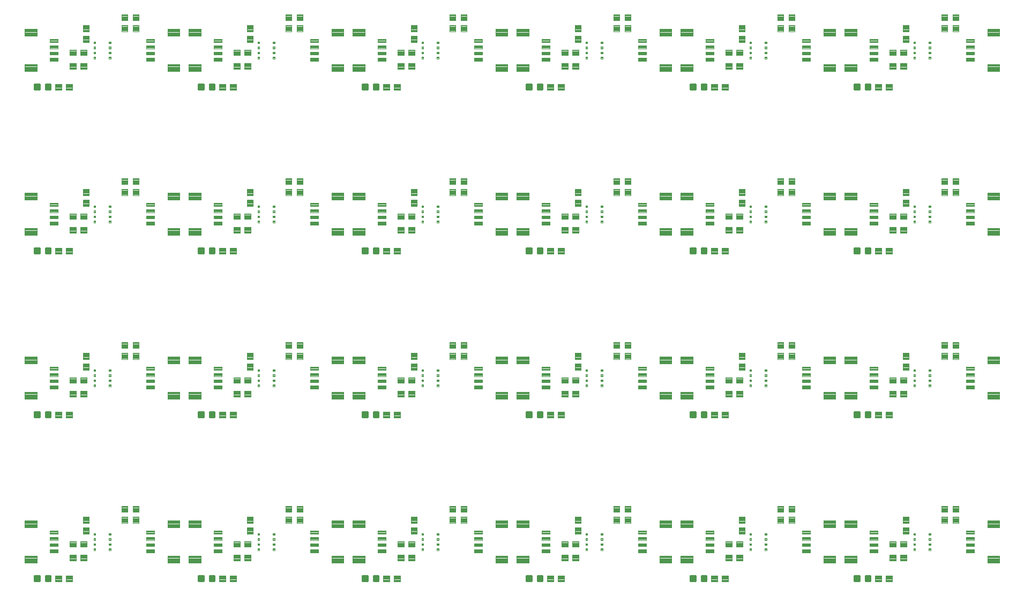
<source format=gtp>
G04 EAGLE Gerber RS-274X export*
G75*
%MOMM*%
%FSLAX34Y34*%
%LPD*%
%INSolderpaste Top*%
%IPPOS*%
%AMOC8*
5,1,8,0,0,1.08239X$1,22.5*%
G01*
%ADD10C,0.096000*%
%ADD11C,0.102000*%
%ADD12C,0.100000*%
%ADD13C,0.300000*%


D10*
X4530Y149480D02*
X4530Y160520D01*
X23570Y160520D01*
X23570Y149480D01*
X4530Y149480D01*
X4530Y150392D02*
X23570Y150392D01*
X23570Y151304D02*
X4530Y151304D01*
X4530Y152216D02*
X23570Y152216D01*
X23570Y153128D02*
X4530Y153128D01*
X4530Y154040D02*
X23570Y154040D01*
X23570Y154952D02*
X4530Y154952D01*
X4530Y155864D02*
X23570Y155864D01*
X23570Y156776D02*
X4530Y156776D01*
X4530Y157688D02*
X23570Y157688D01*
X23570Y158600D02*
X4530Y158600D01*
X4530Y159512D02*
X23570Y159512D01*
X23570Y160424D02*
X4530Y160424D01*
X4530Y104520D02*
X4530Y93480D01*
X4530Y104520D02*
X23570Y104520D01*
X23570Y93480D01*
X4530Y93480D01*
X4530Y94392D02*
X23570Y94392D01*
X23570Y95304D02*
X4530Y95304D01*
X4530Y96216D02*
X23570Y96216D01*
X23570Y97128D02*
X4530Y97128D01*
X4530Y98040D02*
X23570Y98040D01*
X23570Y98952D02*
X4530Y98952D01*
X4530Y99864D02*
X23570Y99864D01*
X23570Y100776D02*
X4530Y100776D01*
X4530Y101688D02*
X23570Y101688D01*
X23570Y102600D02*
X4530Y102600D01*
X4530Y103512D02*
X23570Y103512D01*
X23570Y104424D02*
X4530Y104424D01*
D11*
X44560Y139510D02*
X44560Y144490D01*
X57040Y144490D01*
X57040Y139510D01*
X44560Y139510D01*
X44560Y140479D02*
X57040Y140479D01*
X57040Y141448D02*
X44560Y141448D01*
X44560Y142417D02*
X57040Y142417D01*
X57040Y143386D02*
X44560Y143386D01*
X44560Y144355D02*
X57040Y144355D01*
X44560Y134490D02*
X44560Y129510D01*
X44560Y134490D02*
X57040Y134490D01*
X57040Y129510D01*
X44560Y129510D01*
X44560Y130479D02*
X57040Y130479D01*
X57040Y131448D02*
X44560Y131448D01*
X44560Y132417D02*
X57040Y132417D01*
X57040Y133386D02*
X44560Y133386D01*
X44560Y134355D02*
X57040Y134355D01*
X44560Y124490D02*
X44560Y119510D01*
X44560Y124490D02*
X57040Y124490D01*
X57040Y119510D01*
X44560Y119510D01*
X44560Y120479D02*
X57040Y120479D01*
X57040Y121448D02*
X44560Y121448D01*
X44560Y122417D02*
X57040Y122417D01*
X57040Y123386D02*
X44560Y123386D01*
X44560Y124355D02*
X57040Y124355D01*
X44560Y114490D02*
X44560Y109510D01*
X44560Y114490D02*
X57040Y114490D01*
X57040Y109510D01*
X44560Y109510D01*
X44560Y110479D02*
X57040Y110479D01*
X57040Y111448D02*
X44560Y111448D01*
X44560Y112417D02*
X57040Y112417D01*
X57040Y113386D02*
X44560Y113386D01*
X44560Y114355D02*
X57040Y114355D01*
D10*
X249470Y104520D02*
X249470Y93480D01*
X230430Y93480D01*
X230430Y104520D01*
X249470Y104520D01*
X249470Y94392D02*
X230430Y94392D01*
X230430Y95304D02*
X249470Y95304D01*
X249470Y96216D02*
X230430Y96216D01*
X230430Y97128D02*
X249470Y97128D01*
X249470Y98040D02*
X230430Y98040D01*
X230430Y98952D02*
X249470Y98952D01*
X249470Y99864D02*
X230430Y99864D01*
X230430Y100776D02*
X249470Y100776D01*
X249470Y101688D02*
X230430Y101688D01*
X230430Y102600D02*
X249470Y102600D01*
X249470Y103512D02*
X230430Y103512D01*
X230430Y104424D02*
X249470Y104424D01*
X249470Y149480D02*
X249470Y160520D01*
X249470Y149480D02*
X230430Y149480D01*
X230430Y160520D01*
X249470Y160520D01*
X249470Y150392D02*
X230430Y150392D01*
X230430Y151304D02*
X249470Y151304D01*
X249470Y152216D02*
X230430Y152216D01*
X230430Y153128D02*
X249470Y153128D01*
X249470Y154040D02*
X230430Y154040D01*
X230430Y154952D02*
X249470Y154952D01*
X249470Y155864D02*
X230430Y155864D01*
X230430Y156776D02*
X249470Y156776D01*
X249470Y157688D02*
X230430Y157688D01*
X230430Y158600D02*
X249470Y158600D01*
X249470Y159512D02*
X230430Y159512D01*
X230430Y160424D02*
X249470Y160424D01*
D11*
X209440Y114490D02*
X209440Y109510D01*
X196960Y109510D01*
X196960Y114490D01*
X209440Y114490D01*
X209440Y110479D02*
X196960Y110479D01*
X196960Y111448D02*
X209440Y111448D01*
X209440Y112417D02*
X196960Y112417D01*
X196960Y113386D02*
X209440Y113386D01*
X209440Y114355D02*
X196960Y114355D01*
X209440Y119510D02*
X209440Y124490D01*
X209440Y119510D02*
X196960Y119510D01*
X196960Y124490D01*
X209440Y124490D01*
X209440Y120479D02*
X196960Y120479D01*
X196960Y121448D02*
X209440Y121448D01*
X209440Y122417D02*
X196960Y122417D01*
X196960Y123386D02*
X209440Y123386D01*
X209440Y124355D02*
X196960Y124355D01*
X209440Y129510D02*
X209440Y134490D01*
X209440Y129510D02*
X196960Y129510D01*
X196960Y134490D01*
X209440Y134490D01*
X209440Y130479D02*
X196960Y130479D01*
X196960Y131448D02*
X209440Y131448D01*
X209440Y132417D02*
X196960Y132417D01*
X196960Y133386D02*
X209440Y133386D01*
X209440Y134355D02*
X196960Y134355D01*
X209440Y139510D02*
X209440Y144490D01*
X209440Y139510D02*
X196960Y139510D01*
X196960Y144490D01*
X209440Y144490D01*
X209440Y140479D02*
X196960Y140479D01*
X196960Y141448D02*
X209440Y141448D01*
X209440Y142417D02*
X196960Y142417D01*
X196960Y143386D02*
X209440Y143386D01*
X209440Y144355D02*
X196960Y144355D01*
D12*
X62540Y64080D02*
X52540Y64080D01*
X52540Y73080D01*
X62540Y73080D01*
X62540Y64080D01*
X62540Y65030D02*
X52540Y65030D01*
X52540Y65980D02*
X62540Y65980D01*
X62540Y66930D02*
X52540Y66930D01*
X52540Y67880D02*
X62540Y67880D01*
X62540Y68830D02*
X52540Y68830D01*
X52540Y69780D02*
X62540Y69780D01*
X62540Y70730D02*
X52540Y70730D01*
X52540Y71680D02*
X62540Y71680D01*
X62540Y72630D02*
X52540Y72630D01*
X69540Y64080D02*
X79540Y64080D01*
X69540Y64080D02*
X69540Y73080D01*
X79540Y73080D01*
X79540Y64080D01*
X79540Y65030D02*
X69540Y65030D01*
X69540Y65980D02*
X79540Y65980D01*
X79540Y66930D02*
X69540Y66930D01*
X69540Y67880D02*
X79540Y67880D01*
X79540Y68830D02*
X69540Y68830D01*
X69540Y69780D02*
X79540Y69780D01*
X79540Y70730D02*
X69540Y70730D01*
X69540Y71680D02*
X79540Y71680D01*
X79540Y72630D02*
X69540Y72630D01*
D13*
X27750Y72080D02*
X27750Y65080D01*
X20750Y65080D01*
X20750Y72080D01*
X27750Y72080D01*
X27750Y67930D02*
X20750Y67930D01*
X20750Y70780D02*
X27750Y70780D01*
X45290Y72080D02*
X45290Y65080D01*
X38290Y65080D01*
X38290Y72080D01*
X45290Y72080D01*
X45290Y67930D02*
X38290Y67930D01*
X38290Y70780D02*
X45290Y70780D01*
D12*
X184840Y156680D02*
X184840Y166680D01*
X184840Y156680D02*
X175840Y156680D01*
X175840Y166680D01*
X184840Y166680D01*
X184840Y157630D02*
X175840Y157630D01*
X175840Y158580D02*
X184840Y158580D01*
X184840Y159530D02*
X175840Y159530D01*
X175840Y160480D02*
X184840Y160480D01*
X184840Y161430D02*
X175840Y161430D01*
X175840Y162380D02*
X184840Y162380D01*
X184840Y163330D02*
X175840Y163330D01*
X175840Y164280D02*
X184840Y164280D01*
X184840Y165230D02*
X175840Y165230D01*
X175840Y166180D02*
X184840Y166180D01*
X184840Y173680D02*
X184840Y183680D01*
X184840Y173680D02*
X175840Y173680D01*
X175840Y183680D01*
X184840Y183680D01*
X184840Y174630D02*
X175840Y174630D01*
X175840Y175580D02*
X184840Y175580D01*
X184840Y176530D02*
X175840Y176530D01*
X175840Y177480D02*
X184840Y177480D01*
X184840Y178430D02*
X175840Y178430D01*
X175840Y179380D02*
X184840Y179380D01*
X184840Y180330D02*
X175840Y180330D01*
X175840Y181280D02*
X184840Y181280D01*
X184840Y182230D02*
X175840Y182230D01*
X175840Y183180D02*
X184840Y183180D01*
X167060Y166680D02*
X167060Y156680D01*
X158060Y156680D01*
X158060Y166680D01*
X167060Y166680D01*
X167060Y157630D02*
X158060Y157630D01*
X158060Y158580D02*
X167060Y158580D01*
X167060Y159530D02*
X158060Y159530D01*
X158060Y160480D02*
X167060Y160480D01*
X167060Y161430D02*
X158060Y161430D01*
X158060Y162380D02*
X167060Y162380D01*
X167060Y163330D02*
X158060Y163330D01*
X158060Y164280D02*
X167060Y164280D01*
X167060Y165230D02*
X158060Y165230D01*
X158060Y166180D02*
X167060Y166180D01*
X167060Y173680D02*
X167060Y183680D01*
X167060Y173680D02*
X158060Y173680D01*
X158060Y183680D01*
X167060Y183680D01*
X167060Y174630D02*
X158060Y174630D01*
X158060Y175580D02*
X167060Y175580D01*
X167060Y176530D02*
X158060Y176530D01*
X158060Y177480D02*
X167060Y177480D01*
X167060Y178430D02*
X158060Y178430D01*
X158060Y179380D02*
X167060Y179380D01*
X167060Y180330D02*
X158060Y180330D01*
X158060Y181280D02*
X167060Y181280D01*
X167060Y182230D02*
X158060Y182230D01*
X158060Y183180D02*
X167060Y183180D01*
X140500Y137500D02*
X137500Y137500D01*
X137500Y140500D01*
X140500Y140500D01*
X140500Y137500D01*
X140500Y138450D02*
X137500Y138450D01*
X137500Y139400D02*
X140500Y139400D01*
X140500Y140350D02*
X137500Y140350D01*
X137500Y129500D02*
X140500Y129500D01*
X137500Y129500D02*
X137500Y132500D01*
X140500Y132500D01*
X140500Y129500D01*
X140500Y130450D02*
X137500Y130450D01*
X137500Y131400D02*
X140500Y131400D01*
X140500Y132350D02*
X137500Y132350D01*
X137500Y121500D02*
X140500Y121500D01*
X137500Y121500D02*
X137500Y124500D01*
X140500Y124500D01*
X140500Y121500D01*
X140500Y122450D02*
X137500Y122450D01*
X137500Y123400D02*
X140500Y123400D01*
X140500Y124350D02*
X137500Y124350D01*
X137500Y113500D02*
X140500Y113500D01*
X137500Y113500D02*
X137500Y116500D01*
X140500Y116500D01*
X140500Y113500D01*
X140500Y114450D02*
X137500Y114450D01*
X137500Y115400D02*
X140500Y115400D01*
X140500Y116350D02*
X137500Y116350D01*
X116500Y113500D02*
X113500Y113500D01*
X113500Y116500D01*
X116500Y116500D01*
X116500Y113500D01*
X116500Y114450D02*
X113500Y114450D01*
X113500Y115400D02*
X116500Y115400D01*
X116500Y116350D02*
X113500Y116350D01*
X113500Y121500D02*
X116500Y121500D01*
X113500Y121500D02*
X113500Y124500D01*
X116500Y124500D01*
X116500Y121500D01*
X116500Y122450D02*
X113500Y122450D01*
X113500Y123400D02*
X116500Y123400D01*
X116500Y124350D02*
X113500Y124350D01*
X113500Y129500D02*
X116500Y129500D01*
X113500Y129500D02*
X113500Y132500D01*
X116500Y132500D01*
X116500Y129500D01*
X116500Y130450D02*
X113500Y130450D01*
X113500Y131400D02*
X116500Y131400D01*
X116500Y132350D02*
X113500Y132350D01*
X113500Y137500D02*
X116500Y137500D01*
X113500Y137500D02*
X113500Y140500D01*
X116500Y140500D01*
X116500Y137500D01*
X116500Y138450D02*
X113500Y138450D01*
X113500Y139400D02*
X116500Y139400D01*
X116500Y140350D02*
X113500Y140350D01*
X102400Y127690D02*
X92400Y127690D01*
X102400Y127690D02*
X102400Y118690D01*
X92400Y118690D01*
X92400Y127690D01*
X92400Y119640D02*
X102400Y119640D01*
X102400Y120590D02*
X92400Y120590D01*
X92400Y121540D02*
X102400Y121540D01*
X102400Y122490D02*
X92400Y122490D01*
X92400Y123440D02*
X102400Y123440D01*
X102400Y124390D02*
X92400Y124390D01*
X92400Y125340D02*
X102400Y125340D01*
X102400Y126290D02*
X92400Y126290D01*
X92400Y127240D02*
X102400Y127240D01*
X85400Y127690D02*
X75400Y127690D01*
X85400Y127690D02*
X85400Y118690D01*
X75400Y118690D01*
X75400Y127690D01*
X75400Y119640D02*
X85400Y119640D01*
X85400Y120590D02*
X75400Y120590D01*
X75400Y121540D02*
X85400Y121540D01*
X85400Y122490D02*
X75400Y122490D01*
X75400Y123440D02*
X85400Y123440D01*
X85400Y124390D02*
X75400Y124390D01*
X75400Y125340D02*
X85400Y125340D01*
X85400Y126290D02*
X75400Y126290D01*
X75400Y127240D02*
X85400Y127240D01*
X106100Y139290D02*
X106100Y149290D01*
X106100Y139290D02*
X97100Y139290D01*
X97100Y149290D01*
X106100Y149290D01*
X106100Y140240D02*
X97100Y140240D01*
X97100Y141190D02*
X106100Y141190D01*
X106100Y142140D02*
X97100Y142140D01*
X97100Y143090D02*
X106100Y143090D01*
X106100Y144040D02*
X97100Y144040D01*
X97100Y144990D02*
X106100Y144990D01*
X106100Y145940D02*
X97100Y145940D01*
X97100Y146890D02*
X106100Y146890D01*
X106100Y147840D02*
X97100Y147840D01*
X97100Y148790D02*
X106100Y148790D01*
X106100Y156290D02*
X106100Y166290D01*
X106100Y156290D02*
X97100Y156290D01*
X97100Y166290D01*
X106100Y166290D01*
X106100Y157240D02*
X97100Y157240D01*
X97100Y158190D02*
X106100Y158190D01*
X106100Y159140D02*
X97100Y159140D01*
X97100Y160090D02*
X106100Y160090D01*
X106100Y161040D02*
X97100Y161040D01*
X97100Y161990D02*
X106100Y161990D01*
X106100Y162940D02*
X97100Y162940D01*
X97100Y163890D02*
X106100Y163890D01*
X106100Y164840D02*
X97100Y164840D01*
X97100Y165790D02*
X106100Y165790D01*
X85400Y97100D02*
X75400Y97100D01*
X75400Y106100D01*
X85400Y106100D01*
X85400Y97100D01*
X85400Y98050D02*
X75400Y98050D01*
X75400Y99000D02*
X85400Y99000D01*
X85400Y99950D02*
X75400Y99950D01*
X75400Y100900D02*
X85400Y100900D01*
X85400Y101850D02*
X75400Y101850D01*
X75400Y102800D02*
X85400Y102800D01*
X85400Y103750D02*
X75400Y103750D01*
X75400Y104700D02*
X85400Y104700D01*
X85400Y105650D02*
X75400Y105650D01*
X92400Y97100D02*
X102400Y97100D01*
X92400Y97100D02*
X92400Y106100D01*
X102400Y106100D01*
X102400Y97100D01*
X102400Y98050D02*
X92400Y98050D01*
X92400Y99000D02*
X102400Y99000D01*
X102400Y99950D02*
X92400Y99950D01*
X92400Y100900D02*
X102400Y100900D01*
X102400Y101850D02*
X92400Y101850D01*
X92400Y102800D02*
X102400Y102800D01*
X102400Y103750D02*
X92400Y103750D01*
X92400Y104700D02*
X102400Y104700D01*
X102400Y105650D02*
X92400Y105650D01*
D10*
X263610Y149480D02*
X263610Y160520D01*
X282650Y160520D01*
X282650Y149480D01*
X263610Y149480D01*
X263610Y150392D02*
X282650Y150392D01*
X282650Y151304D02*
X263610Y151304D01*
X263610Y152216D02*
X282650Y152216D01*
X282650Y153128D02*
X263610Y153128D01*
X263610Y154040D02*
X282650Y154040D01*
X282650Y154952D02*
X263610Y154952D01*
X263610Y155864D02*
X282650Y155864D01*
X282650Y156776D02*
X263610Y156776D01*
X263610Y157688D02*
X282650Y157688D01*
X282650Y158600D02*
X263610Y158600D01*
X263610Y159512D02*
X282650Y159512D01*
X282650Y160424D02*
X263610Y160424D01*
X263610Y104520D02*
X263610Y93480D01*
X263610Y104520D02*
X282650Y104520D01*
X282650Y93480D01*
X263610Y93480D01*
X263610Y94392D02*
X282650Y94392D01*
X282650Y95304D02*
X263610Y95304D01*
X263610Y96216D02*
X282650Y96216D01*
X282650Y97128D02*
X263610Y97128D01*
X263610Y98040D02*
X282650Y98040D01*
X282650Y98952D02*
X263610Y98952D01*
X263610Y99864D02*
X282650Y99864D01*
X282650Y100776D02*
X263610Y100776D01*
X263610Y101688D02*
X282650Y101688D01*
X282650Y102600D02*
X263610Y102600D01*
X263610Y103512D02*
X282650Y103512D01*
X282650Y104424D02*
X263610Y104424D01*
D11*
X303640Y139510D02*
X303640Y144490D01*
X316120Y144490D01*
X316120Y139510D01*
X303640Y139510D01*
X303640Y140479D02*
X316120Y140479D01*
X316120Y141448D02*
X303640Y141448D01*
X303640Y142417D02*
X316120Y142417D01*
X316120Y143386D02*
X303640Y143386D01*
X303640Y144355D02*
X316120Y144355D01*
X303640Y134490D02*
X303640Y129510D01*
X303640Y134490D02*
X316120Y134490D01*
X316120Y129510D01*
X303640Y129510D01*
X303640Y130479D02*
X316120Y130479D01*
X316120Y131448D02*
X303640Y131448D01*
X303640Y132417D02*
X316120Y132417D01*
X316120Y133386D02*
X303640Y133386D01*
X303640Y134355D02*
X316120Y134355D01*
X303640Y124490D02*
X303640Y119510D01*
X303640Y124490D02*
X316120Y124490D01*
X316120Y119510D01*
X303640Y119510D01*
X303640Y120479D02*
X316120Y120479D01*
X316120Y121448D02*
X303640Y121448D01*
X303640Y122417D02*
X316120Y122417D01*
X316120Y123386D02*
X303640Y123386D01*
X303640Y124355D02*
X316120Y124355D01*
X303640Y114490D02*
X303640Y109510D01*
X303640Y114490D02*
X316120Y114490D01*
X316120Y109510D01*
X303640Y109510D01*
X303640Y110479D02*
X316120Y110479D01*
X316120Y111448D02*
X303640Y111448D01*
X303640Y112417D02*
X316120Y112417D01*
X316120Y113386D02*
X303640Y113386D01*
X303640Y114355D02*
X316120Y114355D01*
D10*
X508550Y104520D02*
X508550Y93480D01*
X489510Y93480D01*
X489510Y104520D01*
X508550Y104520D01*
X508550Y94392D02*
X489510Y94392D01*
X489510Y95304D02*
X508550Y95304D01*
X508550Y96216D02*
X489510Y96216D01*
X489510Y97128D02*
X508550Y97128D01*
X508550Y98040D02*
X489510Y98040D01*
X489510Y98952D02*
X508550Y98952D01*
X508550Y99864D02*
X489510Y99864D01*
X489510Y100776D02*
X508550Y100776D01*
X508550Y101688D02*
X489510Y101688D01*
X489510Y102600D02*
X508550Y102600D01*
X508550Y103512D02*
X489510Y103512D01*
X489510Y104424D02*
X508550Y104424D01*
X508550Y149480D02*
X508550Y160520D01*
X508550Y149480D02*
X489510Y149480D01*
X489510Y160520D01*
X508550Y160520D01*
X508550Y150392D02*
X489510Y150392D01*
X489510Y151304D02*
X508550Y151304D01*
X508550Y152216D02*
X489510Y152216D01*
X489510Y153128D02*
X508550Y153128D01*
X508550Y154040D02*
X489510Y154040D01*
X489510Y154952D02*
X508550Y154952D01*
X508550Y155864D02*
X489510Y155864D01*
X489510Y156776D02*
X508550Y156776D01*
X508550Y157688D02*
X489510Y157688D01*
X489510Y158600D02*
X508550Y158600D01*
X508550Y159512D02*
X489510Y159512D01*
X489510Y160424D02*
X508550Y160424D01*
D11*
X468520Y114490D02*
X468520Y109510D01*
X456040Y109510D01*
X456040Y114490D01*
X468520Y114490D01*
X468520Y110479D02*
X456040Y110479D01*
X456040Y111448D02*
X468520Y111448D01*
X468520Y112417D02*
X456040Y112417D01*
X456040Y113386D02*
X468520Y113386D01*
X468520Y114355D02*
X456040Y114355D01*
X468520Y119510D02*
X468520Y124490D01*
X468520Y119510D02*
X456040Y119510D01*
X456040Y124490D01*
X468520Y124490D01*
X468520Y120479D02*
X456040Y120479D01*
X456040Y121448D02*
X468520Y121448D01*
X468520Y122417D02*
X456040Y122417D01*
X456040Y123386D02*
X468520Y123386D01*
X468520Y124355D02*
X456040Y124355D01*
X468520Y129510D02*
X468520Y134490D01*
X468520Y129510D02*
X456040Y129510D01*
X456040Y134490D01*
X468520Y134490D01*
X468520Y130479D02*
X456040Y130479D01*
X456040Y131448D02*
X468520Y131448D01*
X468520Y132417D02*
X456040Y132417D01*
X456040Y133386D02*
X468520Y133386D01*
X468520Y134355D02*
X456040Y134355D01*
X468520Y139510D02*
X468520Y144490D01*
X468520Y139510D02*
X456040Y139510D01*
X456040Y144490D01*
X468520Y144490D01*
X468520Y140479D02*
X456040Y140479D01*
X456040Y141448D02*
X468520Y141448D01*
X468520Y142417D02*
X456040Y142417D01*
X456040Y143386D02*
X468520Y143386D01*
X468520Y144355D02*
X456040Y144355D01*
D12*
X321620Y64080D02*
X311620Y64080D01*
X311620Y73080D01*
X321620Y73080D01*
X321620Y64080D01*
X321620Y65030D02*
X311620Y65030D01*
X311620Y65980D02*
X321620Y65980D01*
X321620Y66930D02*
X311620Y66930D01*
X311620Y67880D02*
X321620Y67880D01*
X321620Y68830D02*
X311620Y68830D01*
X311620Y69780D02*
X321620Y69780D01*
X321620Y70730D02*
X311620Y70730D01*
X311620Y71680D02*
X321620Y71680D01*
X321620Y72630D02*
X311620Y72630D01*
X328620Y64080D02*
X338620Y64080D01*
X328620Y64080D02*
X328620Y73080D01*
X338620Y73080D01*
X338620Y64080D01*
X338620Y65030D02*
X328620Y65030D01*
X328620Y65980D02*
X338620Y65980D01*
X338620Y66930D02*
X328620Y66930D01*
X328620Y67880D02*
X338620Y67880D01*
X338620Y68830D02*
X328620Y68830D01*
X328620Y69780D02*
X338620Y69780D01*
X338620Y70730D02*
X328620Y70730D01*
X328620Y71680D02*
X338620Y71680D01*
X338620Y72630D02*
X328620Y72630D01*
D13*
X286830Y72080D02*
X286830Y65080D01*
X279830Y65080D01*
X279830Y72080D01*
X286830Y72080D01*
X286830Y67930D02*
X279830Y67930D01*
X279830Y70780D02*
X286830Y70780D01*
X304370Y72080D02*
X304370Y65080D01*
X297370Y65080D01*
X297370Y72080D01*
X304370Y72080D01*
X304370Y67930D02*
X297370Y67930D01*
X297370Y70780D02*
X304370Y70780D01*
D12*
X443920Y156680D02*
X443920Y166680D01*
X443920Y156680D02*
X434920Y156680D01*
X434920Y166680D01*
X443920Y166680D01*
X443920Y157630D02*
X434920Y157630D01*
X434920Y158580D02*
X443920Y158580D01*
X443920Y159530D02*
X434920Y159530D01*
X434920Y160480D02*
X443920Y160480D01*
X443920Y161430D02*
X434920Y161430D01*
X434920Y162380D02*
X443920Y162380D01*
X443920Y163330D02*
X434920Y163330D01*
X434920Y164280D02*
X443920Y164280D01*
X443920Y165230D02*
X434920Y165230D01*
X434920Y166180D02*
X443920Y166180D01*
X443920Y173680D02*
X443920Y183680D01*
X443920Y173680D02*
X434920Y173680D01*
X434920Y183680D01*
X443920Y183680D01*
X443920Y174630D02*
X434920Y174630D01*
X434920Y175580D02*
X443920Y175580D01*
X443920Y176530D02*
X434920Y176530D01*
X434920Y177480D02*
X443920Y177480D01*
X443920Y178430D02*
X434920Y178430D01*
X434920Y179380D02*
X443920Y179380D01*
X443920Y180330D02*
X434920Y180330D01*
X434920Y181280D02*
X443920Y181280D01*
X443920Y182230D02*
X434920Y182230D01*
X434920Y183180D02*
X443920Y183180D01*
X426140Y166680D02*
X426140Y156680D01*
X417140Y156680D01*
X417140Y166680D01*
X426140Y166680D01*
X426140Y157630D02*
X417140Y157630D01*
X417140Y158580D02*
X426140Y158580D01*
X426140Y159530D02*
X417140Y159530D01*
X417140Y160480D02*
X426140Y160480D01*
X426140Y161430D02*
X417140Y161430D01*
X417140Y162380D02*
X426140Y162380D01*
X426140Y163330D02*
X417140Y163330D01*
X417140Y164280D02*
X426140Y164280D01*
X426140Y165230D02*
X417140Y165230D01*
X417140Y166180D02*
X426140Y166180D01*
X426140Y173680D02*
X426140Y183680D01*
X426140Y173680D02*
X417140Y173680D01*
X417140Y183680D01*
X426140Y183680D01*
X426140Y174630D02*
X417140Y174630D01*
X417140Y175580D02*
X426140Y175580D01*
X426140Y176530D02*
X417140Y176530D01*
X417140Y177480D02*
X426140Y177480D01*
X426140Y178430D02*
X417140Y178430D01*
X417140Y179380D02*
X426140Y179380D01*
X426140Y180330D02*
X417140Y180330D01*
X417140Y181280D02*
X426140Y181280D01*
X426140Y182230D02*
X417140Y182230D01*
X417140Y183180D02*
X426140Y183180D01*
X399580Y137500D02*
X396580Y137500D01*
X396580Y140500D01*
X399580Y140500D01*
X399580Y137500D01*
X399580Y138450D02*
X396580Y138450D01*
X396580Y139400D02*
X399580Y139400D01*
X399580Y140350D02*
X396580Y140350D01*
X396580Y129500D02*
X399580Y129500D01*
X396580Y129500D02*
X396580Y132500D01*
X399580Y132500D01*
X399580Y129500D01*
X399580Y130450D02*
X396580Y130450D01*
X396580Y131400D02*
X399580Y131400D01*
X399580Y132350D02*
X396580Y132350D01*
X396580Y121500D02*
X399580Y121500D01*
X396580Y121500D02*
X396580Y124500D01*
X399580Y124500D01*
X399580Y121500D01*
X399580Y122450D02*
X396580Y122450D01*
X396580Y123400D02*
X399580Y123400D01*
X399580Y124350D02*
X396580Y124350D01*
X396580Y113500D02*
X399580Y113500D01*
X396580Y113500D02*
X396580Y116500D01*
X399580Y116500D01*
X399580Y113500D01*
X399580Y114450D02*
X396580Y114450D01*
X396580Y115400D02*
X399580Y115400D01*
X399580Y116350D02*
X396580Y116350D01*
X375580Y113500D02*
X372580Y113500D01*
X372580Y116500D01*
X375580Y116500D01*
X375580Y113500D01*
X375580Y114450D02*
X372580Y114450D01*
X372580Y115400D02*
X375580Y115400D01*
X375580Y116350D02*
X372580Y116350D01*
X372580Y121500D02*
X375580Y121500D01*
X372580Y121500D02*
X372580Y124500D01*
X375580Y124500D01*
X375580Y121500D01*
X375580Y122450D02*
X372580Y122450D01*
X372580Y123400D02*
X375580Y123400D01*
X375580Y124350D02*
X372580Y124350D01*
X372580Y129500D02*
X375580Y129500D01*
X372580Y129500D02*
X372580Y132500D01*
X375580Y132500D01*
X375580Y129500D01*
X375580Y130450D02*
X372580Y130450D01*
X372580Y131400D02*
X375580Y131400D01*
X375580Y132350D02*
X372580Y132350D01*
X372580Y137500D02*
X375580Y137500D01*
X372580Y137500D02*
X372580Y140500D01*
X375580Y140500D01*
X375580Y137500D01*
X375580Y138450D02*
X372580Y138450D01*
X372580Y139400D02*
X375580Y139400D01*
X375580Y140350D02*
X372580Y140350D01*
X361480Y127690D02*
X351480Y127690D01*
X361480Y127690D02*
X361480Y118690D01*
X351480Y118690D01*
X351480Y127690D01*
X351480Y119640D02*
X361480Y119640D01*
X361480Y120590D02*
X351480Y120590D01*
X351480Y121540D02*
X361480Y121540D01*
X361480Y122490D02*
X351480Y122490D01*
X351480Y123440D02*
X361480Y123440D01*
X361480Y124390D02*
X351480Y124390D01*
X351480Y125340D02*
X361480Y125340D01*
X361480Y126290D02*
X351480Y126290D01*
X351480Y127240D02*
X361480Y127240D01*
X344480Y127690D02*
X334480Y127690D01*
X344480Y127690D02*
X344480Y118690D01*
X334480Y118690D01*
X334480Y127690D01*
X334480Y119640D02*
X344480Y119640D01*
X344480Y120590D02*
X334480Y120590D01*
X334480Y121540D02*
X344480Y121540D01*
X344480Y122490D02*
X334480Y122490D01*
X334480Y123440D02*
X344480Y123440D01*
X344480Y124390D02*
X334480Y124390D01*
X334480Y125340D02*
X344480Y125340D01*
X344480Y126290D02*
X334480Y126290D01*
X334480Y127240D02*
X344480Y127240D01*
X365180Y139290D02*
X365180Y149290D01*
X365180Y139290D02*
X356180Y139290D01*
X356180Y149290D01*
X365180Y149290D01*
X365180Y140240D02*
X356180Y140240D01*
X356180Y141190D02*
X365180Y141190D01*
X365180Y142140D02*
X356180Y142140D01*
X356180Y143090D02*
X365180Y143090D01*
X365180Y144040D02*
X356180Y144040D01*
X356180Y144990D02*
X365180Y144990D01*
X365180Y145940D02*
X356180Y145940D01*
X356180Y146890D02*
X365180Y146890D01*
X365180Y147840D02*
X356180Y147840D01*
X356180Y148790D02*
X365180Y148790D01*
X365180Y156290D02*
X365180Y166290D01*
X365180Y156290D02*
X356180Y156290D01*
X356180Y166290D01*
X365180Y166290D01*
X365180Y157240D02*
X356180Y157240D01*
X356180Y158190D02*
X365180Y158190D01*
X365180Y159140D02*
X356180Y159140D01*
X356180Y160090D02*
X365180Y160090D01*
X365180Y161040D02*
X356180Y161040D01*
X356180Y161990D02*
X365180Y161990D01*
X365180Y162940D02*
X356180Y162940D01*
X356180Y163890D02*
X365180Y163890D01*
X365180Y164840D02*
X356180Y164840D01*
X356180Y165790D02*
X365180Y165790D01*
X344480Y97100D02*
X334480Y97100D01*
X334480Y106100D01*
X344480Y106100D01*
X344480Y97100D01*
X344480Y98050D02*
X334480Y98050D01*
X334480Y99000D02*
X344480Y99000D01*
X344480Y99950D02*
X334480Y99950D01*
X334480Y100900D02*
X344480Y100900D01*
X344480Y101850D02*
X334480Y101850D01*
X334480Y102800D02*
X344480Y102800D01*
X344480Y103750D02*
X334480Y103750D01*
X334480Y104700D02*
X344480Y104700D01*
X344480Y105650D02*
X334480Y105650D01*
X351480Y97100D02*
X361480Y97100D01*
X351480Y97100D02*
X351480Y106100D01*
X361480Y106100D01*
X361480Y97100D01*
X361480Y98050D02*
X351480Y98050D01*
X351480Y99000D02*
X361480Y99000D01*
X361480Y99950D02*
X351480Y99950D01*
X351480Y100900D02*
X361480Y100900D01*
X361480Y101850D02*
X351480Y101850D01*
X351480Y102800D02*
X361480Y102800D01*
X361480Y103750D02*
X351480Y103750D01*
X351480Y104700D02*
X361480Y104700D01*
X361480Y105650D02*
X351480Y105650D01*
D10*
X522690Y149480D02*
X522690Y160520D01*
X541730Y160520D01*
X541730Y149480D01*
X522690Y149480D01*
X522690Y150392D02*
X541730Y150392D01*
X541730Y151304D02*
X522690Y151304D01*
X522690Y152216D02*
X541730Y152216D01*
X541730Y153128D02*
X522690Y153128D01*
X522690Y154040D02*
X541730Y154040D01*
X541730Y154952D02*
X522690Y154952D01*
X522690Y155864D02*
X541730Y155864D01*
X541730Y156776D02*
X522690Y156776D01*
X522690Y157688D02*
X541730Y157688D01*
X541730Y158600D02*
X522690Y158600D01*
X522690Y159512D02*
X541730Y159512D01*
X541730Y160424D02*
X522690Y160424D01*
X522690Y104520D02*
X522690Y93480D01*
X522690Y104520D02*
X541730Y104520D01*
X541730Y93480D01*
X522690Y93480D01*
X522690Y94392D02*
X541730Y94392D01*
X541730Y95304D02*
X522690Y95304D01*
X522690Y96216D02*
X541730Y96216D01*
X541730Y97128D02*
X522690Y97128D01*
X522690Y98040D02*
X541730Y98040D01*
X541730Y98952D02*
X522690Y98952D01*
X522690Y99864D02*
X541730Y99864D01*
X541730Y100776D02*
X522690Y100776D01*
X522690Y101688D02*
X541730Y101688D01*
X541730Y102600D02*
X522690Y102600D01*
X522690Y103512D02*
X541730Y103512D01*
X541730Y104424D02*
X522690Y104424D01*
D11*
X562720Y139510D02*
X562720Y144490D01*
X575200Y144490D01*
X575200Y139510D01*
X562720Y139510D01*
X562720Y140479D02*
X575200Y140479D01*
X575200Y141448D02*
X562720Y141448D01*
X562720Y142417D02*
X575200Y142417D01*
X575200Y143386D02*
X562720Y143386D01*
X562720Y144355D02*
X575200Y144355D01*
X562720Y134490D02*
X562720Y129510D01*
X562720Y134490D02*
X575200Y134490D01*
X575200Y129510D01*
X562720Y129510D01*
X562720Y130479D02*
X575200Y130479D01*
X575200Y131448D02*
X562720Y131448D01*
X562720Y132417D02*
X575200Y132417D01*
X575200Y133386D02*
X562720Y133386D01*
X562720Y134355D02*
X575200Y134355D01*
X562720Y124490D02*
X562720Y119510D01*
X562720Y124490D02*
X575200Y124490D01*
X575200Y119510D01*
X562720Y119510D01*
X562720Y120479D02*
X575200Y120479D01*
X575200Y121448D02*
X562720Y121448D01*
X562720Y122417D02*
X575200Y122417D01*
X575200Y123386D02*
X562720Y123386D01*
X562720Y124355D02*
X575200Y124355D01*
X562720Y114490D02*
X562720Y109510D01*
X562720Y114490D02*
X575200Y114490D01*
X575200Y109510D01*
X562720Y109510D01*
X562720Y110479D02*
X575200Y110479D01*
X575200Y111448D02*
X562720Y111448D01*
X562720Y112417D02*
X575200Y112417D01*
X575200Y113386D02*
X562720Y113386D01*
X562720Y114355D02*
X575200Y114355D01*
D10*
X767630Y104520D02*
X767630Y93480D01*
X748590Y93480D01*
X748590Y104520D01*
X767630Y104520D01*
X767630Y94392D02*
X748590Y94392D01*
X748590Y95304D02*
X767630Y95304D01*
X767630Y96216D02*
X748590Y96216D01*
X748590Y97128D02*
X767630Y97128D01*
X767630Y98040D02*
X748590Y98040D01*
X748590Y98952D02*
X767630Y98952D01*
X767630Y99864D02*
X748590Y99864D01*
X748590Y100776D02*
X767630Y100776D01*
X767630Y101688D02*
X748590Y101688D01*
X748590Y102600D02*
X767630Y102600D01*
X767630Y103512D02*
X748590Y103512D01*
X748590Y104424D02*
X767630Y104424D01*
X767630Y149480D02*
X767630Y160520D01*
X767630Y149480D02*
X748590Y149480D01*
X748590Y160520D01*
X767630Y160520D01*
X767630Y150392D02*
X748590Y150392D01*
X748590Y151304D02*
X767630Y151304D01*
X767630Y152216D02*
X748590Y152216D01*
X748590Y153128D02*
X767630Y153128D01*
X767630Y154040D02*
X748590Y154040D01*
X748590Y154952D02*
X767630Y154952D01*
X767630Y155864D02*
X748590Y155864D01*
X748590Y156776D02*
X767630Y156776D01*
X767630Y157688D02*
X748590Y157688D01*
X748590Y158600D02*
X767630Y158600D01*
X767630Y159512D02*
X748590Y159512D01*
X748590Y160424D02*
X767630Y160424D01*
D11*
X727600Y114490D02*
X727600Y109510D01*
X715120Y109510D01*
X715120Y114490D01*
X727600Y114490D01*
X727600Y110479D02*
X715120Y110479D01*
X715120Y111448D02*
X727600Y111448D01*
X727600Y112417D02*
X715120Y112417D01*
X715120Y113386D02*
X727600Y113386D01*
X727600Y114355D02*
X715120Y114355D01*
X727600Y119510D02*
X727600Y124490D01*
X727600Y119510D02*
X715120Y119510D01*
X715120Y124490D01*
X727600Y124490D01*
X727600Y120479D02*
X715120Y120479D01*
X715120Y121448D02*
X727600Y121448D01*
X727600Y122417D02*
X715120Y122417D01*
X715120Y123386D02*
X727600Y123386D01*
X727600Y124355D02*
X715120Y124355D01*
X727600Y129510D02*
X727600Y134490D01*
X727600Y129510D02*
X715120Y129510D01*
X715120Y134490D01*
X727600Y134490D01*
X727600Y130479D02*
X715120Y130479D01*
X715120Y131448D02*
X727600Y131448D01*
X727600Y132417D02*
X715120Y132417D01*
X715120Y133386D02*
X727600Y133386D01*
X727600Y134355D02*
X715120Y134355D01*
X727600Y139510D02*
X727600Y144490D01*
X727600Y139510D02*
X715120Y139510D01*
X715120Y144490D01*
X727600Y144490D01*
X727600Y140479D02*
X715120Y140479D01*
X715120Y141448D02*
X727600Y141448D01*
X727600Y142417D02*
X715120Y142417D01*
X715120Y143386D02*
X727600Y143386D01*
X727600Y144355D02*
X715120Y144355D01*
D12*
X580700Y64080D02*
X570700Y64080D01*
X570700Y73080D01*
X580700Y73080D01*
X580700Y64080D01*
X580700Y65030D02*
X570700Y65030D01*
X570700Y65980D02*
X580700Y65980D01*
X580700Y66930D02*
X570700Y66930D01*
X570700Y67880D02*
X580700Y67880D01*
X580700Y68830D02*
X570700Y68830D01*
X570700Y69780D02*
X580700Y69780D01*
X580700Y70730D02*
X570700Y70730D01*
X570700Y71680D02*
X580700Y71680D01*
X580700Y72630D02*
X570700Y72630D01*
X587700Y64080D02*
X597700Y64080D01*
X587700Y64080D02*
X587700Y73080D01*
X597700Y73080D01*
X597700Y64080D01*
X597700Y65030D02*
X587700Y65030D01*
X587700Y65980D02*
X597700Y65980D01*
X597700Y66930D02*
X587700Y66930D01*
X587700Y67880D02*
X597700Y67880D01*
X597700Y68830D02*
X587700Y68830D01*
X587700Y69780D02*
X597700Y69780D01*
X597700Y70730D02*
X587700Y70730D01*
X587700Y71680D02*
X597700Y71680D01*
X597700Y72630D02*
X587700Y72630D01*
D13*
X545910Y72080D02*
X545910Y65080D01*
X538910Y65080D01*
X538910Y72080D01*
X545910Y72080D01*
X545910Y67930D02*
X538910Y67930D01*
X538910Y70780D02*
X545910Y70780D01*
X563450Y72080D02*
X563450Y65080D01*
X556450Y65080D01*
X556450Y72080D01*
X563450Y72080D01*
X563450Y67930D02*
X556450Y67930D01*
X556450Y70780D02*
X563450Y70780D01*
D12*
X703000Y156680D02*
X703000Y166680D01*
X703000Y156680D02*
X694000Y156680D01*
X694000Y166680D01*
X703000Y166680D01*
X703000Y157630D02*
X694000Y157630D01*
X694000Y158580D02*
X703000Y158580D01*
X703000Y159530D02*
X694000Y159530D01*
X694000Y160480D02*
X703000Y160480D01*
X703000Y161430D02*
X694000Y161430D01*
X694000Y162380D02*
X703000Y162380D01*
X703000Y163330D02*
X694000Y163330D01*
X694000Y164280D02*
X703000Y164280D01*
X703000Y165230D02*
X694000Y165230D01*
X694000Y166180D02*
X703000Y166180D01*
X703000Y173680D02*
X703000Y183680D01*
X703000Y173680D02*
X694000Y173680D01*
X694000Y183680D01*
X703000Y183680D01*
X703000Y174630D02*
X694000Y174630D01*
X694000Y175580D02*
X703000Y175580D01*
X703000Y176530D02*
X694000Y176530D01*
X694000Y177480D02*
X703000Y177480D01*
X703000Y178430D02*
X694000Y178430D01*
X694000Y179380D02*
X703000Y179380D01*
X703000Y180330D02*
X694000Y180330D01*
X694000Y181280D02*
X703000Y181280D01*
X703000Y182230D02*
X694000Y182230D01*
X694000Y183180D02*
X703000Y183180D01*
X685220Y166680D02*
X685220Y156680D01*
X676220Y156680D01*
X676220Y166680D01*
X685220Y166680D01*
X685220Y157630D02*
X676220Y157630D01*
X676220Y158580D02*
X685220Y158580D01*
X685220Y159530D02*
X676220Y159530D01*
X676220Y160480D02*
X685220Y160480D01*
X685220Y161430D02*
X676220Y161430D01*
X676220Y162380D02*
X685220Y162380D01*
X685220Y163330D02*
X676220Y163330D01*
X676220Y164280D02*
X685220Y164280D01*
X685220Y165230D02*
X676220Y165230D01*
X676220Y166180D02*
X685220Y166180D01*
X685220Y173680D02*
X685220Y183680D01*
X685220Y173680D02*
X676220Y173680D01*
X676220Y183680D01*
X685220Y183680D01*
X685220Y174630D02*
X676220Y174630D01*
X676220Y175580D02*
X685220Y175580D01*
X685220Y176530D02*
X676220Y176530D01*
X676220Y177480D02*
X685220Y177480D01*
X685220Y178430D02*
X676220Y178430D01*
X676220Y179380D02*
X685220Y179380D01*
X685220Y180330D02*
X676220Y180330D01*
X676220Y181280D02*
X685220Y181280D01*
X685220Y182230D02*
X676220Y182230D01*
X676220Y183180D02*
X685220Y183180D01*
X658660Y137500D02*
X655660Y137500D01*
X655660Y140500D01*
X658660Y140500D01*
X658660Y137500D01*
X658660Y138450D02*
X655660Y138450D01*
X655660Y139400D02*
X658660Y139400D01*
X658660Y140350D02*
X655660Y140350D01*
X655660Y129500D02*
X658660Y129500D01*
X655660Y129500D02*
X655660Y132500D01*
X658660Y132500D01*
X658660Y129500D01*
X658660Y130450D02*
X655660Y130450D01*
X655660Y131400D02*
X658660Y131400D01*
X658660Y132350D02*
X655660Y132350D01*
X655660Y121500D02*
X658660Y121500D01*
X655660Y121500D02*
X655660Y124500D01*
X658660Y124500D01*
X658660Y121500D01*
X658660Y122450D02*
X655660Y122450D01*
X655660Y123400D02*
X658660Y123400D01*
X658660Y124350D02*
X655660Y124350D01*
X655660Y113500D02*
X658660Y113500D01*
X655660Y113500D02*
X655660Y116500D01*
X658660Y116500D01*
X658660Y113500D01*
X658660Y114450D02*
X655660Y114450D01*
X655660Y115400D02*
X658660Y115400D01*
X658660Y116350D02*
X655660Y116350D01*
X634660Y113500D02*
X631660Y113500D01*
X631660Y116500D01*
X634660Y116500D01*
X634660Y113500D01*
X634660Y114450D02*
X631660Y114450D01*
X631660Y115400D02*
X634660Y115400D01*
X634660Y116350D02*
X631660Y116350D01*
X631660Y121500D02*
X634660Y121500D01*
X631660Y121500D02*
X631660Y124500D01*
X634660Y124500D01*
X634660Y121500D01*
X634660Y122450D02*
X631660Y122450D01*
X631660Y123400D02*
X634660Y123400D01*
X634660Y124350D02*
X631660Y124350D01*
X631660Y129500D02*
X634660Y129500D01*
X631660Y129500D02*
X631660Y132500D01*
X634660Y132500D01*
X634660Y129500D01*
X634660Y130450D02*
X631660Y130450D01*
X631660Y131400D02*
X634660Y131400D01*
X634660Y132350D02*
X631660Y132350D01*
X631660Y137500D02*
X634660Y137500D01*
X631660Y137500D02*
X631660Y140500D01*
X634660Y140500D01*
X634660Y137500D01*
X634660Y138450D02*
X631660Y138450D01*
X631660Y139400D02*
X634660Y139400D01*
X634660Y140350D02*
X631660Y140350D01*
X620560Y127690D02*
X610560Y127690D01*
X620560Y127690D02*
X620560Y118690D01*
X610560Y118690D01*
X610560Y127690D01*
X610560Y119640D02*
X620560Y119640D01*
X620560Y120590D02*
X610560Y120590D01*
X610560Y121540D02*
X620560Y121540D01*
X620560Y122490D02*
X610560Y122490D01*
X610560Y123440D02*
X620560Y123440D01*
X620560Y124390D02*
X610560Y124390D01*
X610560Y125340D02*
X620560Y125340D01*
X620560Y126290D02*
X610560Y126290D01*
X610560Y127240D02*
X620560Y127240D01*
X603560Y127690D02*
X593560Y127690D01*
X603560Y127690D02*
X603560Y118690D01*
X593560Y118690D01*
X593560Y127690D01*
X593560Y119640D02*
X603560Y119640D01*
X603560Y120590D02*
X593560Y120590D01*
X593560Y121540D02*
X603560Y121540D01*
X603560Y122490D02*
X593560Y122490D01*
X593560Y123440D02*
X603560Y123440D01*
X603560Y124390D02*
X593560Y124390D01*
X593560Y125340D02*
X603560Y125340D01*
X603560Y126290D02*
X593560Y126290D01*
X593560Y127240D02*
X603560Y127240D01*
X624260Y139290D02*
X624260Y149290D01*
X624260Y139290D02*
X615260Y139290D01*
X615260Y149290D01*
X624260Y149290D01*
X624260Y140240D02*
X615260Y140240D01*
X615260Y141190D02*
X624260Y141190D01*
X624260Y142140D02*
X615260Y142140D01*
X615260Y143090D02*
X624260Y143090D01*
X624260Y144040D02*
X615260Y144040D01*
X615260Y144990D02*
X624260Y144990D01*
X624260Y145940D02*
X615260Y145940D01*
X615260Y146890D02*
X624260Y146890D01*
X624260Y147840D02*
X615260Y147840D01*
X615260Y148790D02*
X624260Y148790D01*
X624260Y156290D02*
X624260Y166290D01*
X624260Y156290D02*
X615260Y156290D01*
X615260Y166290D01*
X624260Y166290D01*
X624260Y157240D02*
X615260Y157240D01*
X615260Y158190D02*
X624260Y158190D01*
X624260Y159140D02*
X615260Y159140D01*
X615260Y160090D02*
X624260Y160090D01*
X624260Y161040D02*
X615260Y161040D01*
X615260Y161990D02*
X624260Y161990D01*
X624260Y162940D02*
X615260Y162940D01*
X615260Y163890D02*
X624260Y163890D01*
X624260Y164840D02*
X615260Y164840D01*
X615260Y165790D02*
X624260Y165790D01*
X603560Y97100D02*
X593560Y97100D01*
X593560Y106100D01*
X603560Y106100D01*
X603560Y97100D01*
X603560Y98050D02*
X593560Y98050D01*
X593560Y99000D02*
X603560Y99000D01*
X603560Y99950D02*
X593560Y99950D01*
X593560Y100900D02*
X603560Y100900D01*
X603560Y101850D02*
X593560Y101850D01*
X593560Y102800D02*
X603560Y102800D01*
X603560Y103750D02*
X593560Y103750D01*
X593560Y104700D02*
X603560Y104700D01*
X603560Y105650D02*
X593560Y105650D01*
X610560Y97100D02*
X620560Y97100D01*
X610560Y97100D02*
X610560Y106100D01*
X620560Y106100D01*
X620560Y97100D01*
X620560Y98050D02*
X610560Y98050D01*
X610560Y99000D02*
X620560Y99000D01*
X620560Y99950D02*
X610560Y99950D01*
X610560Y100900D02*
X620560Y100900D01*
X620560Y101850D02*
X610560Y101850D01*
X610560Y102800D02*
X620560Y102800D01*
X620560Y103750D02*
X610560Y103750D01*
X610560Y104700D02*
X620560Y104700D01*
X620560Y105650D02*
X610560Y105650D01*
D10*
X781770Y149480D02*
X781770Y160520D01*
X800810Y160520D01*
X800810Y149480D01*
X781770Y149480D01*
X781770Y150392D02*
X800810Y150392D01*
X800810Y151304D02*
X781770Y151304D01*
X781770Y152216D02*
X800810Y152216D01*
X800810Y153128D02*
X781770Y153128D01*
X781770Y154040D02*
X800810Y154040D01*
X800810Y154952D02*
X781770Y154952D01*
X781770Y155864D02*
X800810Y155864D01*
X800810Y156776D02*
X781770Y156776D01*
X781770Y157688D02*
X800810Y157688D01*
X800810Y158600D02*
X781770Y158600D01*
X781770Y159512D02*
X800810Y159512D01*
X800810Y160424D02*
X781770Y160424D01*
X781770Y104520D02*
X781770Y93480D01*
X781770Y104520D02*
X800810Y104520D01*
X800810Y93480D01*
X781770Y93480D01*
X781770Y94392D02*
X800810Y94392D01*
X800810Y95304D02*
X781770Y95304D01*
X781770Y96216D02*
X800810Y96216D01*
X800810Y97128D02*
X781770Y97128D01*
X781770Y98040D02*
X800810Y98040D01*
X800810Y98952D02*
X781770Y98952D01*
X781770Y99864D02*
X800810Y99864D01*
X800810Y100776D02*
X781770Y100776D01*
X781770Y101688D02*
X800810Y101688D01*
X800810Y102600D02*
X781770Y102600D01*
X781770Y103512D02*
X800810Y103512D01*
X800810Y104424D02*
X781770Y104424D01*
D11*
X821800Y139510D02*
X821800Y144490D01*
X834280Y144490D01*
X834280Y139510D01*
X821800Y139510D01*
X821800Y140479D02*
X834280Y140479D01*
X834280Y141448D02*
X821800Y141448D01*
X821800Y142417D02*
X834280Y142417D01*
X834280Y143386D02*
X821800Y143386D01*
X821800Y144355D02*
X834280Y144355D01*
X821800Y134490D02*
X821800Y129510D01*
X821800Y134490D02*
X834280Y134490D01*
X834280Y129510D01*
X821800Y129510D01*
X821800Y130479D02*
X834280Y130479D01*
X834280Y131448D02*
X821800Y131448D01*
X821800Y132417D02*
X834280Y132417D01*
X834280Y133386D02*
X821800Y133386D01*
X821800Y134355D02*
X834280Y134355D01*
X821800Y124490D02*
X821800Y119510D01*
X821800Y124490D02*
X834280Y124490D01*
X834280Y119510D01*
X821800Y119510D01*
X821800Y120479D02*
X834280Y120479D01*
X834280Y121448D02*
X821800Y121448D01*
X821800Y122417D02*
X834280Y122417D01*
X834280Y123386D02*
X821800Y123386D01*
X821800Y124355D02*
X834280Y124355D01*
X821800Y114490D02*
X821800Y109510D01*
X821800Y114490D02*
X834280Y114490D01*
X834280Y109510D01*
X821800Y109510D01*
X821800Y110479D02*
X834280Y110479D01*
X834280Y111448D02*
X821800Y111448D01*
X821800Y112417D02*
X834280Y112417D01*
X834280Y113386D02*
X821800Y113386D01*
X821800Y114355D02*
X834280Y114355D01*
D10*
X1026710Y104520D02*
X1026710Y93480D01*
X1007670Y93480D01*
X1007670Y104520D01*
X1026710Y104520D01*
X1026710Y94392D02*
X1007670Y94392D01*
X1007670Y95304D02*
X1026710Y95304D01*
X1026710Y96216D02*
X1007670Y96216D01*
X1007670Y97128D02*
X1026710Y97128D01*
X1026710Y98040D02*
X1007670Y98040D01*
X1007670Y98952D02*
X1026710Y98952D01*
X1026710Y99864D02*
X1007670Y99864D01*
X1007670Y100776D02*
X1026710Y100776D01*
X1026710Y101688D02*
X1007670Y101688D01*
X1007670Y102600D02*
X1026710Y102600D01*
X1026710Y103512D02*
X1007670Y103512D01*
X1007670Y104424D02*
X1026710Y104424D01*
X1026710Y149480D02*
X1026710Y160520D01*
X1026710Y149480D02*
X1007670Y149480D01*
X1007670Y160520D01*
X1026710Y160520D01*
X1026710Y150392D02*
X1007670Y150392D01*
X1007670Y151304D02*
X1026710Y151304D01*
X1026710Y152216D02*
X1007670Y152216D01*
X1007670Y153128D02*
X1026710Y153128D01*
X1026710Y154040D02*
X1007670Y154040D01*
X1007670Y154952D02*
X1026710Y154952D01*
X1026710Y155864D02*
X1007670Y155864D01*
X1007670Y156776D02*
X1026710Y156776D01*
X1026710Y157688D02*
X1007670Y157688D01*
X1007670Y158600D02*
X1026710Y158600D01*
X1026710Y159512D02*
X1007670Y159512D01*
X1007670Y160424D02*
X1026710Y160424D01*
D11*
X986680Y114490D02*
X986680Y109510D01*
X974200Y109510D01*
X974200Y114490D01*
X986680Y114490D01*
X986680Y110479D02*
X974200Y110479D01*
X974200Y111448D02*
X986680Y111448D01*
X986680Y112417D02*
X974200Y112417D01*
X974200Y113386D02*
X986680Y113386D01*
X986680Y114355D02*
X974200Y114355D01*
X986680Y119510D02*
X986680Y124490D01*
X986680Y119510D02*
X974200Y119510D01*
X974200Y124490D01*
X986680Y124490D01*
X986680Y120479D02*
X974200Y120479D01*
X974200Y121448D02*
X986680Y121448D01*
X986680Y122417D02*
X974200Y122417D01*
X974200Y123386D02*
X986680Y123386D01*
X986680Y124355D02*
X974200Y124355D01*
X986680Y129510D02*
X986680Y134490D01*
X986680Y129510D02*
X974200Y129510D01*
X974200Y134490D01*
X986680Y134490D01*
X986680Y130479D02*
X974200Y130479D01*
X974200Y131448D02*
X986680Y131448D01*
X986680Y132417D02*
X974200Y132417D01*
X974200Y133386D02*
X986680Y133386D01*
X986680Y134355D02*
X974200Y134355D01*
X986680Y139510D02*
X986680Y144490D01*
X986680Y139510D02*
X974200Y139510D01*
X974200Y144490D01*
X986680Y144490D01*
X986680Y140479D02*
X974200Y140479D01*
X974200Y141448D02*
X986680Y141448D01*
X986680Y142417D02*
X974200Y142417D01*
X974200Y143386D02*
X986680Y143386D01*
X986680Y144355D02*
X974200Y144355D01*
D12*
X839780Y64080D02*
X829780Y64080D01*
X829780Y73080D01*
X839780Y73080D01*
X839780Y64080D01*
X839780Y65030D02*
X829780Y65030D01*
X829780Y65980D02*
X839780Y65980D01*
X839780Y66930D02*
X829780Y66930D01*
X829780Y67880D02*
X839780Y67880D01*
X839780Y68830D02*
X829780Y68830D01*
X829780Y69780D02*
X839780Y69780D01*
X839780Y70730D02*
X829780Y70730D01*
X829780Y71680D02*
X839780Y71680D01*
X839780Y72630D02*
X829780Y72630D01*
X846780Y64080D02*
X856780Y64080D01*
X846780Y64080D02*
X846780Y73080D01*
X856780Y73080D01*
X856780Y64080D01*
X856780Y65030D02*
X846780Y65030D01*
X846780Y65980D02*
X856780Y65980D01*
X856780Y66930D02*
X846780Y66930D01*
X846780Y67880D02*
X856780Y67880D01*
X856780Y68830D02*
X846780Y68830D01*
X846780Y69780D02*
X856780Y69780D01*
X856780Y70730D02*
X846780Y70730D01*
X846780Y71680D02*
X856780Y71680D01*
X856780Y72630D02*
X846780Y72630D01*
D13*
X804990Y72080D02*
X804990Y65080D01*
X797990Y65080D01*
X797990Y72080D01*
X804990Y72080D01*
X804990Y67930D02*
X797990Y67930D01*
X797990Y70780D02*
X804990Y70780D01*
X822530Y72080D02*
X822530Y65080D01*
X815530Y65080D01*
X815530Y72080D01*
X822530Y72080D01*
X822530Y67930D02*
X815530Y67930D01*
X815530Y70780D02*
X822530Y70780D01*
D12*
X962080Y156680D02*
X962080Y166680D01*
X962080Y156680D02*
X953080Y156680D01*
X953080Y166680D01*
X962080Y166680D01*
X962080Y157630D02*
X953080Y157630D01*
X953080Y158580D02*
X962080Y158580D01*
X962080Y159530D02*
X953080Y159530D01*
X953080Y160480D02*
X962080Y160480D01*
X962080Y161430D02*
X953080Y161430D01*
X953080Y162380D02*
X962080Y162380D01*
X962080Y163330D02*
X953080Y163330D01*
X953080Y164280D02*
X962080Y164280D01*
X962080Y165230D02*
X953080Y165230D01*
X953080Y166180D02*
X962080Y166180D01*
X962080Y173680D02*
X962080Y183680D01*
X962080Y173680D02*
X953080Y173680D01*
X953080Y183680D01*
X962080Y183680D01*
X962080Y174630D02*
X953080Y174630D01*
X953080Y175580D02*
X962080Y175580D01*
X962080Y176530D02*
X953080Y176530D01*
X953080Y177480D02*
X962080Y177480D01*
X962080Y178430D02*
X953080Y178430D01*
X953080Y179380D02*
X962080Y179380D01*
X962080Y180330D02*
X953080Y180330D01*
X953080Y181280D02*
X962080Y181280D01*
X962080Y182230D02*
X953080Y182230D01*
X953080Y183180D02*
X962080Y183180D01*
X944300Y166680D02*
X944300Y156680D01*
X935300Y156680D01*
X935300Y166680D01*
X944300Y166680D01*
X944300Y157630D02*
X935300Y157630D01*
X935300Y158580D02*
X944300Y158580D01*
X944300Y159530D02*
X935300Y159530D01*
X935300Y160480D02*
X944300Y160480D01*
X944300Y161430D02*
X935300Y161430D01*
X935300Y162380D02*
X944300Y162380D01*
X944300Y163330D02*
X935300Y163330D01*
X935300Y164280D02*
X944300Y164280D01*
X944300Y165230D02*
X935300Y165230D01*
X935300Y166180D02*
X944300Y166180D01*
X944300Y173680D02*
X944300Y183680D01*
X944300Y173680D02*
X935300Y173680D01*
X935300Y183680D01*
X944300Y183680D01*
X944300Y174630D02*
X935300Y174630D01*
X935300Y175580D02*
X944300Y175580D01*
X944300Y176530D02*
X935300Y176530D01*
X935300Y177480D02*
X944300Y177480D01*
X944300Y178430D02*
X935300Y178430D01*
X935300Y179380D02*
X944300Y179380D01*
X944300Y180330D02*
X935300Y180330D01*
X935300Y181280D02*
X944300Y181280D01*
X944300Y182230D02*
X935300Y182230D01*
X935300Y183180D02*
X944300Y183180D01*
X917740Y137500D02*
X914740Y137500D01*
X914740Y140500D01*
X917740Y140500D01*
X917740Y137500D01*
X917740Y138450D02*
X914740Y138450D01*
X914740Y139400D02*
X917740Y139400D01*
X917740Y140350D02*
X914740Y140350D01*
X914740Y129500D02*
X917740Y129500D01*
X914740Y129500D02*
X914740Y132500D01*
X917740Y132500D01*
X917740Y129500D01*
X917740Y130450D02*
X914740Y130450D01*
X914740Y131400D02*
X917740Y131400D01*
X917740Y132350D02*
X914740Y132350D01*
X914740Y121500D02*
X917740Y121500D01*
X914740Y121500D02*
X914740Y124500D01*
X917740Y124500D01*
X917740Y121500D01*
X917740Y122450D02*
X914740Y122450D01*
X914740Y123400D02*
X917740Y123400D01*
X917740Y124350D02*
X914740Y124350D01*
X914740Y113500D02*
X917740Y113500D01*
X914740Y113500D02*
X914740Y116500D01*
X917740Y116500D01*
X917740Y113500D01*
X917740Y114450D02*
X914740Y114450D01*
X914740Y115400D02*
X917740Y115400D01*
X917740Y116350D02*
X914740Y116350D01*
X893740Y113500D02*
X890740Y113500D01*
X890740Y116500D01*
X893740Y116500D01*
X893740Y113500D01*
X893740Y114450D02*
X890740Y114450D01*
X890740Y115400D02*
X893740Y115400D01*
X893740Y116350D02*
X890740Y116350D01*
X890740Y121500D02*
X893740Y121500D01*
X890740Y121500D02*
X890740Y124500D01*
X893740Y124500D01*
X893740Y121500D01*
X893740Y122450D02*
X890740Y122450D01*
X890740Y123400D02*
X893740Y123400D01*
X893740Y124350D02*
X890740Y124350D01*
X890740Y129500D02*
X893740Y129500D01*
X890740Y129500D02*
X890740Y132500D01*
X893740Y132500D01*
X893740Y129500D01*
X893740Y130450D02*
X890740Y130450D01*
X890740Y131400D02*
X893740Y131400D01*
X893740Y132350D02*
X890740Y132350D01*
X890740Y137500D02*
X893740Y137500D01*
X890740Y137500D02*
X890740Y140500D01*
X893740Y140500D01*
X893740Y137500D01*
X893740Y138450D02*
X890740Y138450D01*
X890740Y139400D02*
X893740Y139400D01*
X893740Y140350D02*
X890740Y140350D01*
X879640Y127690D02*
X869640Y127690D01*
X879640Y127690D02*
X879640Y118690D01*
X869640Y118690D01*
X869640Y127690D01*
X869640Y119640D02*
X879640Y119640D01*
X879640Y120590D02*
X869640Y120590D01*
X869640Y121540D02*
X879640Y121540D01*
X879640Y122490D02*
X869640Y122490D01*
X869640Y123440D02*
X879640Y123440D01*
X879640Y124390D02*
X869640Y124390D01*
X869640Y125340D02*
X879640Y125340D01*
X879640Y126290D02*
X869640Y126290D01*
X869640Y127240D02*
X879640Y127240D01*
X862640Y127690D02*
X852640Y127690D01*
X862640Y127690D02*
X862640Y118690D01*
X852640Y118690D01*
X852640Y127690D01*
X852640Y119640D02*
X862640Y119640D01*
X862640Y120590D02*
X852640Y120590D01*
X852640Y121540D02*
X862640Y121540D01*
X862640Y122490D02*
X852640Y122490D01*
X852640Y123440D02*
X862640Y123440D01*
X862640Y124390D02*
X852640Y124390D01*
X852640Y125340D02*
X862640Y125340D01*
X862640Y126290D02*
X852640Y126290D01*
X852640Y127240D02*
X862640Y127240D01*
X883340Y139290D02*
X883340Y149290D01*
X883340Y139290D02*
X874340Y139290D01*
X874340Y149290D01*
X883340Y149290D01*
X883340Y140240D02*
X874340Y140240D01*
X874340Y141190D02*
X883340Y141190D01*
X883340Y142140D02*
X874340Y142140D01*
X874340Y143090D02*
X883340Y143090D01*
X883340Y144040D02*
X874340Y144040D01*
X874340Y144990D02*
X883340Y144990D01*
X883340Y145940D02*
X874340Y145940D01*
X874340Y146890D02*
X883340Y146890D01*
X883340Y147840D02*
X874340Y147840D01*
X874340Y148790D02*
X883340Y148790D01*
X883340Y156290D02*
X883340Y166290D01*
X883340Y156290D02*
X874340Y156290D01*
X874340Y166290D01*
X883340Y166290D01*
X883340Y157240D02*
X874340Y157240D01*
X874340Y158190D02*
X883340Y158190D01*
X883340Y159140D02*
X874340Y159140D01*
X874340Y160090D02*
X883340Y160090D01*
X883340Y161040D02*
X874340Y161040D01*
X874340Y161990D02*
X883340Y161990D01*
X883340Y162940D02*
X874340Y162940D01*
X874340Y163890D02*
X883340Y163890D01*
X883340Y164840D02*
X874340Y164840D01*
X874340Y165790D02*
X883340Y165790D01*
X862640Y97100D02*
X852640Y97100D01*
X852640Y106100D01*
X862640Y106100D01*
X862640Y97100D01*
X862640Y98050D02*
X852640Y98050D01*
X852640Y99000D02*
X862640Y99000D01*
X862640Y99950D02*
X852640Y99950D01*
X852640Y100900D02*
X862640Y100900D01*
X862640Y101850D02*
X852640Y101850D01*
X852640Y102800D02*
X862640Y102800D01*
X862640Y103750D02*
X852640Y103750D01*
X852640Y104700D02*
X862640Y104700D01*
X862640Y105650D02*
X852640Y105650D01*
X869640Y97100D02*
X879640Y97100D01*
X869640Y97100D02*
X869640Y106100D01*
X879640Y106100D01*
X879640Y97100D01*
X879640Y98050D02*
X869640Y98050D01*
X869640Y99000D02*
X879640Y99000D01*
X879640Y99950D02*
X869640Y99950D01*
X869640Y100900D02*
X879640Y100900D01*
X879640Y101850D02*
X869640Y101850D01*
X869640Y102800D02*
X879640Y102800D01*
X879640Y103750D02*
X869640Y103750D01*
X869640Y104700D02*
X879640Y104700D01*
X879640Y105650D02*
X869640Y105650D01*
D10*
X1040850Y149480D02*
X1040850Y160520D01*
X1059890Y160520D01*
X1059890Y149480D01*
X1040850Y149480D01*
X1040850Y150392D02*
X1059890Y150392D01*
X1059890Y151304D02*
X1040850Y151304D01*
X1040850Y152216D02*
X1059890Y152216D01*
X1059890Y153128D02*
X1040850Y153128D01*
X1040850Y154040D02*
X1059890Y154040D01*
X1059890Y154952D02*
X1040850Y154952D01*
X1040850Y155864D02*
X1059890Y155864D01*
X1059890Y156776D02*
X1040850Y156776D01*
X1040850Y157688D02*
X1059890Y157688D01*
X1059890Y158600D02*
X1040850Y158600D01*
X1040850Y159512D02*
X1059890Y159512D01*
X1059890Y160424D02*
X1040850Y160424D01*
X1040850Y104520D02*
X1040850Y93480D01*
X1040850Y104520D02*
X1059890Y104520D01*
X1059890Y93480D01*
X1040850Y93480D01*
X1040850Y94392D02*
X1059890Y94392D01*
X1059890Y95304D02*
X1040850Y95304D01*
X1040850Y96216D02*
X1059890Y96216D01*
X1059890Y97128D02*
X1040850Y97128D01*
X1040850Y98040D02*
X1059890Y98040D01*
X1059890Y98952D02*
X1040850Y98952D01*
X1040850Y99864D02*
X1059890Y99864D01*
X1059890Y100776D02*
X1040850Y100776D01*
X1040850Y101688D02*
X1059890Y101688D01*
X1059890Y102600D02*
X1040850Y102600D01*
X1040850Y103512D02*
X1059890Y103512D01*
X1059890Y104424D02*
X1040850Y104424D01*
D11*
X1080880Y139510D02*
X1080880Y144490D01*
X1093360Y144490D01*
X1093360Y139510D01*
X1080880Y139510D01*
X1080880Y140479D02*
X1093360Y140479D01*
X1093360Y141448D02*
X1080880Y141448D01*
X1080880Y142417D02*
X1093360Y142417D01*
X1093360Y143386D02*
X1080880Y143386D01*
X1080880Y144355D02*
X1093360Y144355D01*
X1080880Y134490D02*
X1080880Y129510D01*
X1080880Y134490D02*
X1093360Y134490D01*
X1093360Y129510D01*
X1080880Y129510D01*
X1080880Y130479D02*
X1093360Y130479D01*
X1093360Y131448D02*
X1080880Y131448D01*
X1080880Y132417D02*
X1093360Y132417D01*
X1093360Y133386D02*
X1080880Y133386D01*
X1080880Y134355D02*
X1093360Y134355D01*
X1080880Y124490D02*
X1080880Y119510D01*
X1080880Y124490D02*
X1093360Y124490D01*
X1093360Y119510D01*
X1080880Y119510D01*
X1080880Y120479D02*
X1093360Y120479D01*
X1093360Y121448D02*
X1080880Y121448D01*
X1080880Y122417D02*
X1093360Y122417D01*
X1093360Y123386D02*
X1080880Y123386D01*
X1080880Y124355D02*
X1093360Y124355D01*
X1080880Y114490D02*
X1080880Y109510D01*
X1080880Y114490D02*
X1093360Y114490D01*
X1093360Y109510D01*
X1080880Y109510D01*
X1080880Y110479D02*
X1093360Y110479D01*
X1093360Y111448D02*
X1080880Y111448D01*
X1080880Y112417D02*
X1093360Y112417D01*
X1093360Y113386D02*
X1080880Y113386D01*
X1080880Y114355D02*
X1093360Y114355D01*
D10*
X1285790Y104520D02*
X1285790Y93480D01*
X1266750Y93480D01*
X1266750Y104520D01*
X1285790Y104520D01*
X1285790Y94392D02*
X1266750Y94392D01*
X1266750Y95304D02*
X1285790Y95304D01*
X1285790Y96216D02*
X1266750Y96216D01*
X1266750Y97128D02*
X1285790Y97128D01*
X1285790Y98040D02*
X1266750Y98040D01*
X1266750Y98952D02*
X1285790Y98952D01*
X1285790Y99864D02*
X1266750Y99864D01*
X1266750Y100776D02*
X1285790Y100776D01*
X1285790Y101688D02*
X1266750Y101688D01*
X1266750Y102600D02*
X1285790Y102600D01*
X1285790Y103512D02*
X1266750Y103512D01*
X1266750Y104424D02*
X1285790Y104424D01*
X1285790Y149480D02*
X1285790Y160520D01*
X1285790Y149480D02*
X1266750Y149480D01*
X1266750Y160520D01*
X1285790Y160520D01*
X1285790Y150392D02*
X1266750Y150392D01*
X1266750Y151304D02*
X1285790Y151304D01*
X1285790Y152216D02*
X1266750Y152216D01*
X1266750Y153128D02*
X1285790Y153128D01*
X1285790Y154040D02*
X1266750Y154040D01*
X1266750Y154952D02*
X1285790Y154952D01*
X1285790Y155864D02*
X1266750Y155864D01*
X1266750Y156776D02*
X1285790Y156776D01*
X1285790Y157688D02*
X1266750Y157688D01*
X1266750Y158600D02*
X1285790Y158600D01*
X1285790Y159512D02*
X1266750Y159512D01*
X1266750Y160424D02*
X1285790Y160424D01*
D11*
X1245760Y114490D02*
X1245760Y109510D01*
X1233280Y109510D01*
X1233280Y114490D01*
X1245760Y114490D01*
X1245760Y110479D02*
X1233280Y110479D01*
X1233280Y111448D02*
X1245760Y111448D01*
X1245760Y112417D02*
X1233280Y112417D01*
X1233280Y113386D02*
X1245760Y113386D01*
X1245760Y114355D02*
X1233280Y114355D01*
X1245760Y119510D02*
X1245760Y124490D01*
X1245760Y119510D02*
X1233280Y119510D01*
X1233280Y124490D01*
X1245760Y124490D01*
X1245760Y120479D02*
X1233280Y120479D01*
X1233280Y121448D02*
X1245760Y121448D01*
X1245760Y122417D02*
X1233280Y122417D01*
X1233280Y123386D02*
X1245760Y123386D01*
X1245760Y124355D02*
X1233280Y124355D01*
X1245760Y129510D02*
X1245760Y134490D01*
X1245760Y129510D02*
X1233280Y129510D01*
X1233280Y134490D01*
X1245760Y134490D01*
X1245760Y130479D02*
X1233280Y130479D01*
X1233280Y131448D02*
X1245760Y131448D01*
X1245760Y132417D02*
X1233280Y132417D01*
X1233280Y133386D02*
X1245760Y133386D01*
X1245760Y134355D02*
X1233280Y134355D01*
X1245760Y139510D02*
X1245760Y144490D01*
X1245760Y139510D02*
X1233280Y139510D01*
X1233280Y144490D01*
X1245760Y144490D01*
X1245760Y140479D02*
X1233280Y140479D01*
X1233280Y141448D02*
X1245760Y141448D01*
X1245760Y142417D02*
X1233280Y142417D01*
X1233280Y143386D02*
X1245760Y143386D01*
X1245760Y144355D02*
X1233280Y144355D01*
D12*
X1098860Y64080D02*
X1088860Y64080D01*
X1088860Y73080D01*
X1098860Y73080D01*
X1098860Y64080D01*
X1098860Y65030D02*
X1088860Y65030D01*
X1088860Y65980D02*
X1098860Y65980D01*
X1098860Y66930D02*
X1088860Y66930D01*
X1088860Y67880D02*
X1098860Y67880D01*
X1098860Y68830D02*
X1088860Y68830D01*
X1088860Y69780D02*
X1098860Y69780D01*
X1098860Y70730D02*
X1088860Y70730D01*
X1088860Y71680D02*
X1098860Y71680D01*
X1098860Y72630D02*
X1088860Y72630D01*
X1105860Y64080D02*
X1115860Y64080D01*
X1105860Y64080D02*
X1105860Y73080D01*
X1115860Y73080D01*
X1115860Y64080D01*
X1115860Y65030D02*
X1105860Y65030D01*
X1105860Y65980D02*
X1115860Y65980D01*
X1115860Y66930D02*
X1105860Y66930D01*
X1105860Y67880D02*
X1115860Y67880D01*
X1115860Y68830D02*
X1105860Y68830D01*
X1105860Y69780D02*
X1115860Y69780D01*
X1115860Y70730D02*
X1105860Y70730D01*
X1105860Y71680D02*
X1115860Y71680D01*
X1115860Y72630D02*
X1105860Y72630D01*
D13*
X1064070Y72080D02*
X1064070Y65080D01*
X1057070Y65080D01*
X1057070Y72080D01*
X1064070Y72080D01*
X1064070Y67930D02*
X1057070Y67930D01*
X1057070Y70780D02*
X1064070Y70780D01*
X1081610Y72080D02*
X1081610Y65080D01*
X1074610Y65080D01*
X1074610Y72080D01*
X1081610Y72080D01*
X1081610Y67930D02*
X1074610Y67930D01*
X1074610Y70780D02*
X1081610Y70780D01*
D12*
X1221160Y156680D02*
X1221160Y166680D01*
X1221160Y156680D02*
X1212160Y156680D01*
X1212160Y166680D01*
X1221160Y166680D01*
X1221160Y157630D02*
X1212160Y157630D01*
X1212160Y158580D02*
X1221160Y158580D01*
X1221160Y159530D02*
X1212160Y159530D01*
X1212160Y160480D02*
X1221160Y160480D01*
X1221160Y161430D02*
X1212160Y161430D01*
X1212160Y162380D02*
X1221160Y162380D01*
X1221160Y163330D02*
X1212160Y163330D01*
X1212160Y164280D02*
X1221160Y164280D01*
X1221160Y165230D02*
X1212160Y165230D01*
X1212160Y166180D02*
X1221160Y166180D01*
X1221160Y173680D02*
X1221160Y183680D01*
X1221160Y173680D02*
X1212160Y173680D01*
X1212160Y183680D01*
X1221160Y183680D01*
X1221160Y174630D02*
X1212160Y174630D01*
X1212160Y175580D02*
X1221160Y175580D01*
X1221160Y176530D02*
X1212160Y176530D01*
X1212160Y177480D02*
X1221160Y177480D01*
X1221160Y178430D02*
X1212160Y178430D01*
X1212160Y179380D02*
X1221160Y179380D01*
X1221160Y180330D02*
X1212160Y180330D01*
X1212160Y181280D02*
X1221160Y181280D01*
X1221160Y182230D02*
X1212160Y182230D01*
X1212160Y183180D02*
X1221160Y183180D01*
X1203380Y166680D02*
X1203380Y156680D01*
X1194380Y156680D01*
X1194380Y166680D01*
X1203380Y166680D01*
X1203380Y157630D02*
X1194380Y157630D01*
X1194380Y158580D02*
X1203380Y158580D01*
X1203380Y159530D02*
X1194380Y159530D01*
X1194380Y160480D02*
X1203380Y160480D01*
X1203380Y161430D02*
X1194380Y161430D01*
X1194380Y162380D02*
X1203380Y162380D01*
X1203380Y163330D02*
X1194380Y163330D01*
X1194380Y164280D02*
X1203380Y164280D01*
X1203380Y165230D02*
X1194380Y165230D01*
X1194380Y166180D02*
X1203380Y166180D01*
X1203380Y173680D02*
X1203380Y183680D01*
X1203380Y173680D02*
X1194380Y173680D01*
X1194380Y183680D01*
X1203380Y183680D01*
X1203380Y174630D02*
X1194380Y174630D01*
X1194380Y175580D02*
X1203380Y175580D01*
X1203380Y176530D02*
X1194380Y176530D01*
X1194380Y177480D02*
X1203380Y177480D01*
X1203380Y178430D02*
X1194380Y178430D01*
X1194380Y179380D02*
X1203380Y179380D01*
X1203380Y180330D02*
X1194380Y180330D01*
X1194380Y181280D02*
X1203380Y181280D01*
X1203380Y182230D02*
X1194380Y182230D01*
X1194380Y183180D02*
X1203380Y183180D01*
X1176820Y137500D02*
X1173820Y137500D01*
X1173820Y140500D01*
X1176820Y140500D01*
X1176820Y137500D01*
X1176820Y138450D02*
X1173820Y138450D01*
X1173820Y139400D02*
X1176820Y139400D01*
X1176820Y140350D02*
X1173820Y140350D01*
X1173820Y129500D02*
X1176820Y129500D01*
X1173820Y129500D02*
X1173820Y132500D01*
X1176820Y132500D01*
X1176820Y129500D01*
X1176820Y130450D02*
X1173820Y130450D01*
X1173820Y131400D02*
X1176820Y131400D01*
X1176820Y132350D02*
X1173820Y132350D01*
X1173820Y121500D02*
X1176820Y121500D01*
X1173820Y121500D02*
X1173820Y124500D01*
X1176820Y124500D01*
X1176820Y121500D01*
X1176820Y122450D02*
X1173820Y122450D01*
X1173820Y123400D02*
X1176820Y123400D01*
X1176820Y124350D02*
X1173820Y124350D01*
X1173820Y113500D02*
X1176820Y113500D01*
X1173820Y113500D02*
X1173820Y116500D01*
X1176820Y116500D01*
X1176820Y113500D01*
X1176820Y114450D02*
X1173820Y114450D01*
X1173820Y115400D02*
X1176820Y115400D01*
X1176820Y116350D02*
X1173820Y116350D01*
X1152820Y113500D02*
X1149820Y113500D01*
X1149820Y116500D01*
X1152820Y116500D01*
X1152820Y113500D01*
X1152820Y114450D02*
X1149820Y114450D01*
X1149820Y115400D02*
X1152820Y115400D01*
X1152820Y116350D02*
X1149820Y116350D01*
X1149820Y121500D02*
X1152820Y121500D01*
X1149820Y121500D02*
X1149820Y124500D01*
X1152820Y124500D01*
X1152820Y121500D01*
X1152820Y122450D02*
X1149820Y122450D01*
X1149820Y123400D02*
X1152820Y123400D01*
X1152820Y124350D02*
X1149820Y124350D01*
X1149820Y129500D02*
X1152820Y129500D01*
X1149820Y129500D02*
X1149820Y132500D01*
X1152820Y132500D01*
X1152820Y129500D01*
X1152820Y130450D02*
X1149820Y130450D01*
X1149820Y131400D02*
X1152820Y131400D01*
X1152820Y132350D02*
X1149820Y132350D01*
X1149820Y137500D02*
X1152820Y137500D01*
X1149820Y137500D02*
X1149820Y140500D01*
X1152820Y140500D01*
X1152820Y137500D01*
X1152820Y138450D02*
X1149820Y138450D01*
X1149820Y139400D02*
X1152820Y139400D01*
X1152820Y140350D02*
X1149820Y140350D01*
X1138720Y127690D02*
X1128720Y127690D01*
X1138720Y127690D02*
X1138720Y118690D01*
X1128720Y118690D01*
X1128720Y127690D01*
X1128720Y119640D02*
X1138720Y119640D01*
X1138720Y120590D02*
X1128720Y120590D01*
X1128720Y121540D02*
X1138720Y121540D01*
X1138720Y122490D02*
X1128720Y122490D01*
X1128720Y123440D02*
X1138720Y123440D01*
X1138720Y124390D02*
X1128720Y124390D01*
X1128720Y125340D02*
X1138720Y125340D01*
X1138720Y126290D02*
X1128720Y126290D01*
X1128720Y127240D02*
X1138720Y127240D01*
X1121720Y127690D02*
X1111720Y127690D01*
X1121720Y127690D02*
X1121720Y118690D01*
X1111720Y118690D01*
X1111720Y127690D01*
X1111720Y119640D02*
X1121720Y119640D01*
X1121720Y120590D02*
X1111720Y120590D01*
X1111720Y121540D02*
X1121720Y121540D01*
X1121720Y122490D02*
X1111720Y122490D01*
X1111720Y123440D02*
X1121720Y123440D01*
X1121720Y124390D02*
X1111720Y124390D01*
X1111720Y125340D02*
X1121720Y125340D01*
X1121720Y126290D02*
X1111720Y126290D01*
X1111720Y127240D02*
X1121720Y127240D01*
X1142420Y139290D02*
X1142420Y149290D01*
X1142420Y139290D02*
X1133420Y139290D01*
X1133420Y149290D01*
X1142420Y149290D01*
X1142420Y140240D02*
X1133420Y140240D01*
X1133420Y141190D02*
X1142420Y141190D01*
X1142420Y142140D02*
X1133420Y142140D01*
X1133420Y143090D02*
X1142420Y143090D01*
X1142420Y144040D02*
X1133420Y144040D01*
X1133420Y144990D02*
X1142420Y144990D01*
X1142420Y145940D02*
X1133420Y145940D01*
X1133420Y146890D02*
X1142420Y146890D01*
X1142420Y147840D02*
X1133420Y147840D01*
X1133420Y148790D02*
X1142420Y148790D01*
X1142420Y156290D02*
X1142420Y166290D01*
X1142420Y156290D02*
X1133420Y156290D01*
X1133420Y166290D01*
X1142420Y166290D01*
X1142420Y157240D02*
X1133420Y157240D01*
X1133420Y158190D02*
X1142420Y158190D01*
X1142420Y159140D02*
X1133420Y159140D01*
X1133420Y160090D02*
X1142420Y160090D01*
X1142420Y161040D02*
X1133420Y161040D01*
X1133420Y161990D02*
X1142420Y161990D01*
X1142420Y162940D02*
X1133420Y162940D01*
X1133420Y163890D02*
X1142420Y163890D01*
X1142420Y164840D02*
X1133420Y164840D01*
X1133420Y165790D02*
X1142420Y165790D01*
X1121720Y97100D02*
X1111720Y97100D01*
X1111720Y106100D01*
X1121720Y106100D01*
X1121720Y97100D01*
X1121720Y98050D02*
X1111720Y98050D01*
X1111720Y99000D02*
X1121720Y99000D01*
X1121720Y99950D02*
X1111720Y99950D01*
X1111720Y100900D02*
X1121720Y100900D01*
X1121720Y101850D02*
X1111720Y101850D01*
X1111720Y102800D02*
X1121720Y102800D01*
X1121720Y103750D02*
X1111720Y103750D01*
X1111720Y104700D02*
X1121720Y104700D01*
X1121720Y105650D02*
X1111720Y105650D01*
X1128720Y97100D02*
X1138720Y97100D01*
X1128720Y97100D02*
X1128720Y106100D01*
X1138720Y106100D01*
X1138720Y97100D01*
X1138720Y98050D02*
X1128720Y98050D01*
X1128720Y99000D02*
X1138720Y99000D01*
X1138720Y99950D02*
X1128720Y99950D01*
X1128720Y100900D02*
X1138720Y100900D01*
X1138720Y101850D02*
X1128720Y101850D01*
X1128720Y102800D02*
X1138720Y102800D01*
X1138720Y103750D02*
X1128720Y103750D01*
X1128720Y104700D02*
X1138720Y104700D01*
X1138720Y105650D02*
X1128720Y105650D01*
D10*
X1299930Y149480D02*
X1299930Y160520D01*
X1318970Y160520D01*
X1318970Y149480D01*
X1299930Y149480D01*
X1299930Y150392D02*
X1318970Y150392D01*
X1318970Y151304D02*
X1299930Y151304D01*
X1299930Y152216D02*
X1318970Y152216D01*
X1318970Y153128D02*
X1299930Y153128D01*
X1299930Y154040D02*
X1318970Y154040D01*
X1318970Y154952D02*
X1299930Y154952D01*
X1299930Y155864D02*
X1318970Y155864D01*
X1318970Y156776D02*
X1299930Y156776D01*
X1299930Y157688D02*
X1318970Y157688D01*
X1318970Y158600D02*
X1299930Y158600D01*
X1299930Y159512D02*
X1318970Y159512D01*
X1318970Y160424D02*
X1299930Y160424D01*
X1299930Y104520D02*
X1299930Y93480D01*
X1299930Y104520D02*
X1318970Y104520D01*
X1318970Y93480D01*
X1299930Y93480D01*
X1299930Y94392D02*
X1318970Y94392D01*
X1318970Y95304D02*
X1299930Y95304D01*
X1299930Y96216D02*
X1318970Y96216D01*
X1318970Y97128D02*
X1299930Y97128D01*
X1299930Y98040D02*
X1318970Y98040D01*
X1318970Y98952D02*
X1299930Y98952D01*
X1299930Y99864D02*
X1318970Y99864D01*
X1318970Y100776D02*
X1299930Y100776D01*
X1299930Y101688D02*
X1318970Y101688D01*
X1318970Y102600D02*
X1299930Y102600D01*
X1299930Y103512D02*
X1318970Y103512D01*
X1318970Y104424D02*
X1299930Y104424D01*
D11*
X1339960Y139510D02*
X1339960Y144490D01*
X1352440Y144490D01*
X1352440Y139510D01*
X1339960Y139510D01*
X1339960Y140479D02*
X1352440Y140479D01*
X1352440Y141448D02*
X1339960Y141448D01*
X1339960Y142417D02*
X1352440Y142417D01*
X1352440Y143386D02*
X1339960Y143386D01*
X1339960Y144355D02*
X1352440Y144355D01*
X1339960Y134490D02*
X1339960Y129510D01*
X1339960Y134490D02*
X1352440Y134490D01*
X1352440Y129510D01*
X1339960Y129510D01*
X1339960Y130479D02*
X1352440Y130479D01*
X1352440Y131448D02*
X1339960Y131448D01*
X1339960Y132417D02*
X1352440Y132417D01*
X1352440Y133386D02*
X1339960Y133386D01*
X1339960Y134355D02*
X1352440Y134355D01*
X1339960Y124490D02*
X1339960Y119510D01*
X1339960Y124490D02*
X1352440Y124490D01*
X1352440Y119510D01*
X1339960Y119510D01*
X1339960Y120479D02*
X1352440Y120479D01*
X1352440Y121448D02*
X1339960Y121448D01*
X1339960Y122417D02*
X1352440Y122417D01*
X1352440Y123386D02*
X1339960Y123386D01*
X1339960Y124355D02*
X1352440Y124355D01*
X1339960Y114490D02*
X1339960Y109510D01*
X1339960Y114490D02*
X1352440Y114490D01*
X1352440Y109510D01*
X1339960Y109510D01*
X1339960Y110479D02*
X1352440Y110479D01*
X1352440Y111448D02*
X1339960Y111448D01*
X1339960Y112417D02*
X1352440Y112417D01*
X1352440Y113386D02*
X1339960Y113386D01*
X1339960Y114355D02*
X1352440Y114355D01*
D10*
X1544870Y104520D02*
X1544870Y93480D01*
X1525830Y93480D01*
X1525830Y104520D01*
X1544870Y104520D01*
X1544870Y94392D02*
X1525830Y94392D01*
X1525830Y95304D02*
X1544870Y95304D01*
X1544870Y96216D02*
X1525830Y96216D01*
X1525830Y97128D02*
X1544870Y97128D01*
X1544870Y98040D02*
X1525830Y98040D01*
X1525830Y98952D02*
X1544870Y98952D01*
X1544870Y99864D02*
X1525830Y99864D01*
X1525830Y100776D02*
X1544870Y100776D01*
X1544870Y101688D02*
X1525830Y101688D01*
X1525830Y102600D02*
X1544870Y102600D01*
X1544870Y103512D02*
X1525830Y103512D01*
X1525830Y104424D02*
X1544870Y104424D01*
X1544870Y149480D02*
X1544870Y160520D01*
X1544870Y149480D02*
X1525830Y149480D01*
X1525830Y160520D01*
X1544870Y160520D01*
X1544870Y150392D02*
X1525830Y150392D01*
X1525830Y151304D02*
X1544870Y151304D01*
X1544870Y152216D02*
X1525830Y152216D01*
X1525830Y153128D02*
X1544870Y153128D01*
X1544870Y154040D02*
X1525830Y154040D01*
X1525830Y154952D02*
X1544870Y154952D01*
X1544870Y155864D02*
X1525830Y155864D01*
X1525830Y156776D02*
X1544870Y156776D01*
X1544870Y157688D02*
X1525830Y157688D01*
X1525830Y158600D02*
X1544870Y158600D01*
X1544870Y159512D02*
X1525830Y159512D01*
X1525830Y160424D02*
X1544870Y160424D01*
D11*
X1504840Y114490D02*
X1504840Y109510D01*
X1492360Y109510D01*
X1492360Y114490D01*
X1504840Y114490D01*
X1504840Y110479D02*
X1492360Y110479D01*
X1492360Y111448D02*
X1504840Y111448D01*
X1504840Y112417D02*
X1492360Y112417D01*
X1492360Y113386D02*
X1504840Y113386D01*
X1504840Y114355D02*
X1492360Y114355D01*
X1504840Y119510D02*
X1504840Y124490D01*
X1504840Y119510D02*
X1492360Y119510D01*
X1492360Y124490D01*
X1504840Y124490D01*
X1504840Y120479D02*
X1492360Y120479D01*
X1492360Y121448D02*
X1504840Y121448D01*
X1504840Y122417D02*
X1492360Y122417D01*
X1492360Y123386D02*
X1504840Y123386D01*
X1504840Y124355D02*
X1492360Y124355D01*
X1504840Y129510D02*
X1504840Y134490D01*
X1504840Y129510D02*
X1492360Y129510D01*
X1492360Y134490D01*
X1504840Y134490D01*
X1504840Y130479D02*
X1492360Y130479D01*
X1492360Y131448D02*
X1504840Y131448D01*
X1504840Y132417D02*
X1492360Y132417D01*
X1492360Y133386D02*
X1504840Y133386D01*
X1504840Y134355D02*
X1492360Y134355D01*
X1504840Y139510D02*
X1504840Y144490D01*
X1504840Y139510D02*
X1492360Y139510D01*
X1492360Y144490D01*
X1504840Y144490D01*
X1504840Y140479D02*
X1492360Y140479D01*
X1492360Y141448D02*
X1504840Y141448D01*
X1504840Y142417D02*
X1492360Y142417D01*
X1492360Y143386D02*
X1504840Y143386D01*
X1504840Y144355D02*
X1492360Y144355D01*
D12*
X1357940Y64080D02*
X1347940Y64080D01*
X1347940Y73080D01*
X1357940Y73080D01*
X1357940Y64080D01*
X1357940Y65030D02*
X1347940Y65030D01*
X1347940Y65980D02*
X1357940Y65980D01*
X1357940Y66930D02*
X1347940Y66930D01*
X1347940Y67880D02*
X1357940Y67880D01*
X1357940Y68830D02*
X1347940Y68830D01*
X1347940Y69780D02*
X1357940Y69780D01*
X1357940Y70730D02*
X1347940Y70730D01*
X1347940Y71680D02*
X1357940Y71680D01*
X1357940Y72630D02*
X1347940Y72630D01*
X1364940Y64080D02*
X1374940Y64080D01*
X1364940Y64080D02*
X1364940Y73080D01*
X1374940Y73080D01*
X1374940Y64080D01*
X1374940Y65030D02*
X1364940Y65030D01*
X1364940Y65980D02*
X1374940Y65980D01*
X1374940Y66930D02*
X1364940Y66930D01*
X1364940Y67880D02*
X1374940Y67880D01*
X1374940Y68830D02*
X1364940Y68830D01*
X1364940Y69780D02*
X1374940Y69780D01*
X1374940Y70730D02*
X1364940Y70730D01*
X1364940Y71680D02*
X1374940Y71680D01*
X1374940Y72630D02*
X1364940Y72630D01*
D13*
X1323150Y72080D02*
X1323150Y65080D01*
X1316150Y65080D01*
X1316150Y72080D01*
X1323150Y72080D01*
X1323150Y67930D02*
X1316150Y67930D01*
X1316150Y70780D02*
X1323150Y70780D01*
X1340690Y72080D02*
X1340690Y65080D01*
X1333690Y65080D01*
X1333690Y72080D01*
X1340690Y72080D01*
X1340690Y67930D02*
X1333690Y67930D01*
X1333690Y70780D02*
X1340690Y70780D01*
D12*
X1480240Y156680D02*
X1480240Y166680D01*
X1480240Y156680D02*
X1471240Y156680D01*
X1471240Y166680D01*
X1480240Y166680D01*
X1480240Y157630D02*
X1471240Y157630D01*
X1471240Y158580D02*
X1480240Y158580D01*
X1480240Y159530D02*
X1471240Y159530D01*
X1471240Y160480D02*
X1480240Y160480D01*
X1480240Y161430D02*
X1471240Y161430D01*
X1471240Y162380D02*
X1480240Y162380D01*
X1480240Y163330D02*
X1471240Y163330D01*
X1471240Y164280D02*
X1480240Y164280D01*
X1480240Y165230D02*
X1471240Y165230D01*
X1471240Y166180D02*
X1480240Y166180D01*
X1480240Y173680D02*
X1480240Y183680D01*
X1480240Y173680D02*
X1471240Y173680D01*
X1471240Y183680D01*
X1480240Y183680D01*
X1480240Y174630D02*
X1471240Y174630D01*
X1471240Y175580D02*
X1480240Y175580D01*
X1480240Y176530D02*
X1471240Y176530D01*
X1471240Y177480D02*
X1480240Y177480D01*
X1480240Y178430D02*
X1471240Y178430D01*
X1471240Y179380D02*
X1480240Y179380D01*
X1480240Y180330D02*
X1471240Y180330D01*
X1471240Y181280D02*
X1480240Y181280D01*
X1480240Y182230D02*
X1471240Y182230D01*
X1471240Y183180D02*
X1480240Y183180D01*
X1462460Y166680D02*
X1462460Y156680D01*
X1453460Y156680D01*
X1453460Y166680D01*
X1462460Y166680D01*
X1462460Y157630D02*
X1453460Y157630D01*
X1453460Y158580D02*
X1462460Y158580D01*
X1462460Y159530D02*
X1453460Y159530D01*
X1453460Y160480D02*
X1462460Y160480D01*
X1462460Y161430D02*
X1453460Y161430D01*
X1453460Y162380D02*
X1462460Y162380D01*
X1462460Y163330D02*
X1453460Y163330D01*
X1453460Y164280D02*
X1462460Y164280D01*
X1462460Y165230D02*
X1453460Y165230D01*
X1453460Y166180D02*
X1462460Y166180D01*
X1462460Y173680D02*
X1462460Y183680D01*
X1462460Y173680D02*
X1453460Y173680D01*
X1453460Y183680D01*
X1462460Y183680D01*
X1462460Y174630D02*
X1453460Y174630D01*
X1453460Y175580D02*
X1462460Y175580D01*
X1462460Y176530D02*
X1453460Y176530D01*
X1453460Y177480D02*
X1462460Y177480D01*
X1462460Y178430D02*
X1453460Y178430D01*
X1453460Y179380D02*
X1462460Y179380D01*
X1462460Y180330D02*
X1453460Y180330D01*
X1453460Y181280D02*
X1462460Y181280D01*
X1462460Y182230D02*
X1453460Y182230D01*
X1453460Y183180D02*
X1462460Y183180D01*
X1435900Y137500D02*
X1432900Y137500D01*
X1432900Y140500D01*
X1435900Y140500D01*
X1435900Y137500D01*
X1435900Y138450D02*
X1432900Y138450D01*
X1432900Y139400D02*
X1435900Y139400D01*
X1435900Y140350D02*
X1432900Y140350D01*
X1432900Y129500D02*
X1435900Y129500D01*
X1432900Y129500D02*
X1432900Y132500D01*
X1435900Y132500D01*
X1435900Y129500D01*
X1435900Y130450D02*
X1432900Y130450D01*
X1432900Y131400D02*
X1435900Y131400D01*
X1435900Y132350D02*
X1432900Y132350D01*
X1432900Y121500D02*
X1435900Y121500D01*
X1432900Y121500D02*
X1432900Y124500D01*
X1435900Y124500D01*
X1435900Y121500D01*
X1435900Y122450D02*
X1432900Y122450D01*
X1432900Y123400D02*
X1435900Y123400D01*
X1435900Y124350D02*
X1432900Y124350D01*
X1432900Y113500D02*
X1435900Y113500D01*
X1432900Y113500D02*
X1432900Y116500D01*
X1435900Y116500D01*
X1435900Y113500D01*
X1435900Y114450D02*
X1432900Y114450D01*
X1432900Y115400D02*
X1435900Y115400D01*
X1435900Y116350D02*
X1432900Y116350D01*
X1411900Y113500D02*
X1408900Y113500D01*
X1408900Y116500D01*
X1411900Y116500D01*
X1411900Y113500D01*
X1411900Y114450D02*
X1408900Y114450D01*
X1408900Y115400D02*
X1411900Y115400D01*
X1411900Y116350D02*
X1408900Y116350D01*
X1408900Y121500D02*
X1411900Y121500D01*
X1408900Y121500D02*
X1408900Y124500D01*
X1411900Y124500D01*
X1411900Y121500D01*
X1411900Y122450D02*
X1408900Y122450D01*
X1408900Y123400D02*
X1411900Y123400D01*
X1411900Y124350D02*
X1408900Y124350D01*
X1408900Y129500D02*
X1411900Y129500D01*
X1408900Y129500D02*
X1408900Y132500D01*
X1411900Y132500D01*
X1411900Y129500D01*
X1411900Y130450D02*
X1408900Y130450D01*
X1408900Y131400D02*
X1411900Y131400D01*
X1411900Y132350D02*
X1408900Y132350D01*
X1408900Y137500D02*
X1411900Y137500D01*
X1408900Y137500D02*
X1408900Y140500D01*
X1411900Y140500D01*
X1411900Y137500D01*
X1411900Y138450D02*
X1408900Y138450D01*
X1408900Y139400D02*
X1411900Y139400D01*
X1411900Y140350D02*
X1408900Y140350D01*
X1397800Y127690D02*
X1387800Y127690D01*
X1397800Y127690D02*
X1397800Y118690D01*
X1387800Y118690D01*
X1387800Y127690D01*
X1387800Y119640D02*
X1397800Y119640D01*
X1397800Y120590D02*
X1387800Y120590D01*
X1387800Y121540D02*
X1397800Y121540D01*
X1397800Y122490D02*
X1387800Y122490D01*
X1387800Y123440D02*
X1397800Y123440D01*
X1397800Y124390D02*
X1387800Y124390D01*
X1387800Y125340D02*
X1397800Y125340D01*
X1397800Y126290D02*
X1387800Y126290D01*
X1387800Y127240D02*
X1397800Y127240D01*
X1380800Y127690D02*
X1370800Y127690D01*
X1380800Y127690D02*
X1380800Y118690D01*
X1370800Y118690D01*
X1370800Y127690D01*
X1370800Y119640D02*
X1380800Y119640D01*
X1380800Y120590D02*
X1370800Y120590D01*
X1370800Y121540D02*
X1380800Y121540D01*
X1380800Y122490D02*
X1370800Y122490D01*
X1370800Y123440D02*
X1380800Y123440D01*
X1380800Y124390D02*
X1370800Y124390D01*
X1370800Y125340D02*
X1380800Y125340D01*
X1380800Y126290D02*
X1370800Y126290D01*
X1370800Y127240D02*
X1380800Y127240D01*
X1401500Y139290D02*
X1401500Y149290D01*
X1401500Y139290D02*
X1392500Y139290D01*
X1392500Y149290D01*
X1401500Y149290D01*
X1401500Y140240D02*
X1392500Y140240D01*
X1392500Y141190D02*
X1401500Y141190D01*
X1401500Y142140D02*
X1392500Y142140D01*
X1392500Y143090D02*
X1401500Y143090D01*
X1401500Y144040D02*
X1392500Y144040D01*
X1392500Y144990D02*
X1401500Y144990D01*
X1401500Y145940D02*
X1392500Y145940D01*
X1392500Y146890D02*
X1401500Y146890D01*
X1401500Y147840D02*
X1392500Y147840D01*
X1392500Y148790D02*
X1401500Y148790D01*
X1401500Y156290D02*
X1401500Y166290D01*
X1401500Y156290D02*
X1392500Y156290D01*
X1392500Y166290D01*
X1401500Y166290D01*
X1401500Y157240D02*
X1392500Y157240D01*
X1392500Y158190D02*
X1401500Y158190D01*
X1401500Y159140D02*
X1392500Y159140D01*
X1392500Y160090D02*
X1401500Y160090D01*
X1401500Y161040D02*
X1392500Y161040D01*
X1392500Y161990D02*
X1401500Y161990D01*
X1401500Y162940D02*
X1392500Y162940D01*
X1392500Y163890D02*
X1401500Y163890D01*
X1401500Y164840D02*
X1392500Y164840D01*
X1392500Y165790D02*
X1401500Y165790D01*
X1380800Y97100D02*
X1370800Y97100D01*
X1370800Y106100D01*
X1380800Y106100D01*
X1380800Y97100D01*
X1380800Y98050D02*
X1370800Y98050D01*
X1370800Y99000D02*
X1380800Y99000D01*
X1380800Y99950D02*
X1370800Y99950D01*
X1370800Y100900D02*
X1380800Y100900D01*
X1380800Y101850D02*
X1370800Y101850D01*
X1370800Y102800D02*
X1380800Y102800D01*
X1380800Y103750D02*
X1370800Y103750D01*
X1370800Y104700D02*
X1380800Y104700D01*
X1380800Y105650D02*
X1370800Y105650D01*
X1387800Y97100D02*
X1397800Y97100D01*
X1387800Y97100D02*
X1387800Y106100D01*
X1397800Y106100D01*
X1397800Y97100D01*
X1397800Y98050D02*
X1387800Y98050D01*
X1387800Y99000D02*
X1397800Y99000D01*
X1397800Y99950D02*
X1387800Y99950D01*
X1387800Y100900D02*
X1397800Y100900D01*
X1397800Y101850D02*
X1387800Y101850D01*
X1387800Y102800D02*
X1397800Y102800D01*
X1397800Y103750D02*
X1387800Y103750D01*
X1387800Y104700D02*
X1397800Y104700D01*
X1397800Y105650D02*
X1387800Y105650D01*
D10*
X4530Y408560D02*
X4530Y419600D01*
X23570Y419600D01*
X23570Y408560D01*
X4530Y408560D01*
X4530Y409472D02*
X23570Y409472D01*
X23570Y410384D02*
X4530Y410384D01*
X4530Y411296D02*
X23570Y411296D01*
X23570Y412208D02*
X4530Y412208D01*
X4530Y413120D02*
X23570Y413120D01*
X23570Y414032D02*
X4530Y414032D01*
X4530Y414944D02*
X23570Y414944D01*
X23570Y415856D02*
X4530Y415856D01*
X4530Y416768D02*
X23570Y416768D01*
X23570Y417680D02*
X4530Y417680D01*
X4530Y418592D02*
X23570Y418592D01*
X23570Y419504D02*
X4530Y419504D01*
X4530Y363600D02*
X4530Y352560D01*
X4530Y363600D02*
X23570Y363600D01*
X23570Y352560D01*
X4530Y352560D01*
X4530Y353472D02*
X23570Y353472D01*
X23570Y354384D02*
X4530Y354384D01*
X4530Y355296D02*
X23570Y355296D01*
X23570Y356208D02*
X4530Y356208D01*
X4530Y357120D02*
X23570Y357120D01*
X23570Y358032D02*
X4530Y358032D01*
X4530Y358944D02*
X23570Y358944D01*
X23570Y359856D02*
X4530Y359856D01*
X4530Y360768D02*
X23570Y360768D01*
X23570Y361680D02*
X4530Y361680D01*
X4530Y362592D02*
X23570Y362592D01*
X23570Y363504D02*
X4530Y363504D01*
D11*
X44560Y398590D02*
X44560Y403570D01*
X57040Y403570D01*
X57040Y398590D01*
X44560Y398590D01*
X44560Y399559D02*
X57040Y399559D01*
X57040Y400528D02*
X44560Y400528D01*
X44560Y401497D02*
X57040Y401497D01*
X57040Y402466D02*
X44560Y402466D01*
X44560Y403435D02*
X57040Y403435D01*
X44560Y393570D02*
X44560Y388590D01*
X44560Y393570D02*
X57040Y393570D01*
X57040Y388590D01*
X44560Y388590D01*
X44560Y389559D02*
X57040Y389559D01*
X57040Y390528D02*
X44560Y390528D01*
X44560Y391497D02*
X57040Y391497D01*
X57040Y392466D02*
X44560Y392466D01*
X44560Y393435D02*
X57040Y393435D01*
X44560Y383570D02*
X44560Y378590D01*
X44560Y383570D02*
X57040Y383570D01*
X57040Y378590D01*
X44560Y378590D01*
X44560Y379559D02*
X57040Y379559D01*
X57040Y380528D02*
X44560Y380528D01*
X44560Y381497D02*
X57040Y381497D01*
X57040Y382466D02*
X44560Y382466D01*
X44560Y383435D02*
X57040Y383435D01*
X44560Y373570D02*
X44560Y368590D01*
X44560Y373570D02*
X57040Y373570D01*
X57040Y368590D01*
X44560Y368590D01*
X44560Y369559D02*
X57040Y369559D01*
X57040Y370528D02*
X44560Y370528D01*
X44560Y371497D02*
X57040Y371497D01*
X57040Y372466D02*
X44560Y372466D01*
X44560Y373435D02*
X57040Y373435D01*
D10*
X249470Y363600D02*
X249470Y352560D01*
X230430Y352560D01*
X230430Y363600D01*
X249470Y363600D01*
X249470Y353472D02*
X230430Y353472D01*
X230430Y354384D02*
X249470Y354384D01*
X249470Y355296D02*
X230430Y355296D01*
X230430Y356208D02*
X249470Y356208D01*
X249470Y357120D02*
X230430Y357120D01*
X230430Y358032D02*
X249470Y358032D01*
X249470Y358944D02*
X230430Y358944D01*
X230430Y359856D02*
X249470Y359856D01*
X249470Y360768D02*
X230430Y360768D01*
X230430Y361680D02*
X249470Y361680D01*
X249470Y362592D02*
X230430Y362592D01*
X230430Y363504D02*
X249470Y363504D01*
X249470Y408560D02*
X249470Y419600D01*
X249470Y408560D02*
X230430Y408560D01*
X230430Y419600D01*
X249470Y419600D01*
X249470Y409472D02*
X230430Y409472D01*
X230430Y410384D02*
X249470Y410384D01*
X249470Y411296D02*
X230430Y411296D01*
X230430Y412208D02*
X249470Y412208D01*
X249470Y413120D02*
X230430Y413120D01*
X230430Y414032D02*
X249470Y414032D01*
X249470Y414944D02*
X230430Y414944D01*
X230430Y415856D02*
X249470Y415856D01*
X249470Y416768D02*
X230430Y416768D01*
X230430Y417680D02*
X249470Y417680D01*
X249470Y418592D02*
X230430Y418592D01*
X230430Y419504D02*
X249470Y419504D01*
D11*
X209440Y373570D02*
X209440Y368590D01*
X196960Y368590D01*
X196960Y373570D01*
X209440Y373570D01*
X209440Y369559D02*
X196960Y369559D01*
X196960Y370528D02*
X209440Y370528D01*
X209440Y371497D02*
X196960Y371497D01*
X196960Y372466D02*
X209440Y372466D01*
X209440Y373435D02*
X196960Y373435D01*
X209440Y378590D02*
X209440Y383570D01*
X209440Y378590D02*
X196960Y378590D01*
X196960Y383570D01*
X209440Y383570D01*
X209440Y379559D02*
X196960Y379559D01*
X196960Y380528D02*
X209440Y380528D01*
X209440Y381497D02*
X196960Y381497D01*
X196960Y382466D02*
X209440Y382466D01*
X209440Y383435D02*
X196960Y383435D01*
X209440Y388590D02*
X209440Y393570D01*
X209440Y388590D02*
X196960Y388590D01*
X196960Y393570D01*
X209440Y393570D01*
X209440Y389559D02*
X196960Y389559D01*
X196960Y390528D02*
X209440Y390528D01*
X209440Y391497D02*
X196960Y391497D01*
X196960Y392466D02*
X209440Y392466D01*
X209440Y393435D02*
X196960Y393435D01*
X209440Y398590D02*
X209440Y403570D01*
X209440Y398590D02*
X196960Y398590D01*
X196960Y403570D01*
X209440Y403570D01*
X209440Y399559D02*
X196960Y399559D01*
X196960Y400528D02*
X209440Y400528D01*
X209440Y401497D02*
X196960Y401497D01*
X196960Y402466D02*
X209440Y402466D01*
X209440Y403435D02*
X196960Y403435D01*
D12*
X62540Y323160D02*
X52540Y323160D01*
X52540Y332160D01*
X62540Y332160D01*
X62540Y323160D01*
X62540Y324110D02*
X52540Y324110D01*
X52540Y325060D02*
X62540Y325060D01*
X62540Y326010D02*
X52540Y326010D01*
X52540Y326960D02*
X62540Y326960D01*
X62540Y327910D02*
X52540Y327910D01*
X52540Y328860D02*
X62540Y328860D01*
X62540Y329810D02*
X52540Y329810D01*
X52540Y330760D02*
X62540Y330760D01*
X62540Y331710D02*
X52540Y331710D01*
X69540Y323160D02*
X79540Y323160D01*
X69540Y323160D02*
X69540Y332160D01*
X79540Y332160D01*
X79540Y323160D01*
X79540Y324110D02*
X69540Y324110D01*
X69540Y325060D02*
X79540Y325060D01*
X79540Y326010D02*
X69540Y326010D01*
X69540Y326960D02*
X79540Y326960D01*
X79540Y327910D02*
X69540Y327910D01*
X69540Y328860D02*
X79540Y328860D01*
X79540Y329810D02*
X69540Y329810D01*
X69540Y330760D02*
X79540Y330760D01*
X79540Y331710D02*
X69540Y331710D01*
D13*
X27750Y331160D02*
X27750Y324160D01*
X20750Y324160D01*
X20750Y331160D01*
X27750Y331160D01*
X27750Y327010D02*
X20750Y327010D01*
X20750Y329860D02*
X27750Y329860D01*
X45290Y331160D02*
X45290Y324160D01*
X38290Y324160D01*
X38290Y331160D01*
X45290Y331160D01*
X45290Y327010D02*
X38290Y327010D01*
X38290Y329860D02*
X45290Y329860D01*
D12*
X184840Y415760D02*
X184840Y425760D01*
X184840Y415760D02*
X175840Y415760D01*
X175840Y425760D01*
X184840Y425760D01*
X184840Y416710D02*
X175840Y416710D01*
X175840Y417660D02*
X184840Y417660D01*
X184840Y418610D02*
X175840Y418610D01*
X175840Y419560D02*
X184840Y419560D01*
X184840Y420510D02*
X175840Y420510D01*
X175840Y421460D02*
X184840Y421460D01*
X184840Y422410D02*
X175840Y422410D01*
X175840Y423360D02*
X184840Y423360D01*
X184840Y424310D02*
X175840Y424310D01*
X175840Y425260D02*
X184840Y425260D01*
X184840Y432760D02*
X184840Y442760D01*
X184840Y432760D02*
X175840Y432760D01*
X175840Y442760D01*
X184840Y442760D01*
X184840Y433710D02*
X175840Y433710D01*
X175840Y434660D02*
X184840Y434660D01*
X184840Y435610D02*
X175840Y435610D01*
X175840Y436560D02*
X184840Y436560D01*
X184840Y437510D02*
X175840Y437510D01*
X175840Y438460D02*
X184840Y438460D01*
X184840Y439410D02*
X175840Y439410D01*
X175840Y440360D02*
X184840Y440360D01*
X184840Y441310D02*
X175840Y441310D01*
X175840Y442260D02*
X184840Y442260D01*
X167060Y425760D02*
X167060Y415760D01*
X158060Y415760D01*
X158060Y425760D01*
X167060Y425760D01*
X167060Y416710D02*
X158060Y416710D01*
X158060Y417660D02*
X167060Y417660D01*
X167060Y418610D02*
X158060Y418610D01*
X158060Y419560D02*
X167060Y419560D01*
X167060Y420510D02*
X158060Y420510D01*
X158060Y421460D02*
X167060Y421460D01*
X167060Y422410D02*
X158060Y422410D01*
X158060Y423360D02*
X167060Y423360D01*
X167060Y424310D02*
X158060Y424310D01*
X158060Y425260D02*
X167060Y425260D01*
X167060Y432760D02*
X167060Y442760D01*
X167060Y432760D02*
X158060Y432760D01*
X158060Y442760D01*
X167060Y442760D01*
X167060Y433710D02*
X158060Y433710D01*
X158060Y434660D02*
X167060Y434660D01*
X167060Y435610D02*
X158060Y435610D01*
X158060Y436560D02*
X167060Y436560D01*
X167060Y437510D02*
X158060Y437510D01*
X158060Y438460D02*
X167060Y438460D01*
X167060Y439410D02*
X158060Y439410D01*
X158060Y440360D02*
X167060Y440360D01*
X167060Y441310D02*
X158060Y441310D01*
X158060Y442260D02*
X167060Y442260D01*
X140500Y396580D02*
X137500Y396580D01*
X137500Y399580D01*
X140500Y399580D01*
X140500Y396580D01*
X140500Y397530D02*
X137500Y397530D01*
X137500Y398480D02*
X140500Y398480D01*
X140500Y399430D02*
X137500Y399430D01*
X137500Y388580D02*
X140500Y388580D01*
X137500Y388580D02*
X137500Y391580D01*
X140500Y391580D01*
X140500Y388580D01*
X140500Y389530D02*
X137500Y389530D01*
X137500Y390480D02*
X140500Y390480D01*
X140500Y391430D02*
X137500Y391430D01*
X137500Y380580D02*
X140500Y380580D01*
X137500Y380580D02*
X137500Y383580D01*
X140500Y383580D01*
X140500Y380580D01*
X140500Y381530D02*
X137500Y381530D01*
X137500Y382480D02*
X140500Y382480D01*
X140500Y383430D02*
X137500Y383430D01*
X137500Y372580D02*
X140500Y372580D01*
X137500Y372580D02*
X137500Y375580D01*
X140500Y375580D01*
X140500Y372580D01*
X140500Y373530D02*
X137500Y373530D01*
X137500Y374480D02*
X140500Y374480D01*
X140500Y375430D02*
X137500Y375430D01*
X116500Y372580D02*
X113500Y372580D01*
X113500Y375580D01*
X116500Y375580D01*
X116500Y372580D01*
X116500Y373530D02*
X113500Y373530D01*
X113500Y374480D02*
X116500Y374480D01*
X116500Y375430D02*
X113500Y375430D01*
X113500Y380580D02*
X116500Y380580D01*
X113500Y380580D02*
X113500Y383580D01*
X116500Y383580D01*
X116500Y380580D01*
X116500Y381530D02*
X113500Y381530D01*
X113500Y382480D02*
X116500Y382480D01*
X116500Y383430D02*
X113500Y383430D01*
X113500Y388580D02*
X116500Y388580D01*
X113500Y388580D02*
X113500Y391580D01*
X116500Y391580D01*
X116500Y388580D01*
X116500Y389530D02*
X113500Y389530D01*
X113500Y390480D02*
X116500Y390480D01*
X116500Y391430D02*
X113500Y391430D01*
X113500Y396580D02*
X116500Y396580D01*
X113500Y396580D02*
X113500Y399580D01*
X116500Y399580D01*
X116500Y396580D01*
X116500Y397530D02*
X113500Y397530D01*
X113500Y398480D02*
X116500Y398480D01*
X116500Y399430D02*
X113500Y399430D01*
X102400Y386770D02*
X92400Y386770D01*
X102400Y386770D02*
X102400Y377770D01*
X92400Y377770D01*
X92400Y386770D01*
X92400Y378720D02*
X102400Y378720D01*
X102400Y379670D02*
X92400Y379670D01*
X92400Y380620D02*
X102400Y380620D01*
X102400Y381570D02*
X92400Y381570D01*
X92400Y382520D02*
X102400Y382520D01*
X102400Y383470D02*
X92400Y383470D01*
X92400Y384420D02*
X102400Y384420D01*
X102400Y385370D02*
X92400Y385370D01*
X92400Y386320D02*
X102400Y386320D01*
X85400Y386770D02*
X75400Y386770D01*
X85400Y386770D02*
X85400Y377770D01*
X75400Y377770D01*
X75400Y386770D01*
X75400Y378720D02*
X85400Y378720D01*
X85400Y379670D02*
X75400Y379670D01*
X75400Y380620D02*
X85400Y380620D01*
X85400Y381570D02*
X75400Y381570D01*
X75400Y382520D02*
X85400Y382520D01*
X85400Y383470D02*
X75400Y383470D01*
X75400Y384420D02*
X85400Y384420D01*
X85400Y385370D02*
X75400Y385370D01*
X75400Y386320D02*
X85400Y386320D01*
X106100Y398370D02*
X106100Y408370D01*
X106100Y398370D02*
X97100Y398370D01*
X97100Y408370D01*
X106100Y408370D01*
X106100Y399320D02*
X97100Y399320D01*
X97100Y400270D02*
X106100Y400270D01*
X106100Y401220D02*
X97100Y401220D01*
X97100Y402170D02*
X106100Y402170D01*
X106100Y403120D02*
X97100Y403120D01*
X97100Y404070D02*
X106100Y404070D01*
X106100Y405020D02*
X97100Y405020D01*
X97100Y405970D02*
X106100Y405970D01*
X106100Y406920D02*
X97100Y406920D01*
X97100Y407870D02*
X106100Y407870D01*
X106100Y415370D02*
X106100Y425370D01*
X106100Y415370D02*
X97100Y415370D01*
X97100Y425370D01*
X106100Y425370D01*
X106100Y416320D02*
X97100Y416320D01*
X97100Y417270D02*
X106100Y417270D01*
X106100Y418220D02*
X97100Y418220D01*
X97100Y419170D02*
X106100Y419170D01*
X106100Y420120D02*
X97100Y420120D01*
X97100Y421070D02*
X106100Y421070D01*
X106100Y422020D02*
X97100Y422020D01*
X97100Y422970D02*
X106100Y422970D01*
X106100Y423920D02*
X97100Y423920D01*
X97100Y424870D02*
X106100Y424870D01*
X85400Y356180D02*
X75400Y356180D01*
X75400Y365180D01*
X85400Y365180D01*
X85400Y356180D01*
X85400Y357130D02*
X75400Y357130D01*
X75400Y358080D02*
X85400Y358080D01*
X85400Y359030D02*
X75400Y359030D01*
X75400Y359980D02*
X85400Y359980D01*
X85400Y360930D02*
X75400Y360930D01*
X75400Y361880D02*
X85400Y361880D01*
X85400Y362830D02*
X75400Y362830D01*
X75400Y363780D02*
X85400Y363780D01*
X85400Y364730D02*
X75400Y364730D01*
X92400Y356180D02*
X102400Y356180D01*
X92400Y356180D02*
X92400Y365180D01*
X102400Y365180D01*
X102400Y356180D01*
X102400Y357130D02*
X92400Y357130D01*
X92400Y358080D02*
X102400Y358080D01*
X102400Y359030D02*
X92400Y359030D01*
X92400Y359980D02*
X102400Y359980D01*
X102400Y360930D02*
X92400Y360930D01*
X92400Y361880D02*
X102400Y361880D01*
X102400Y362830D02*
X92400Y362830D01*
X92400Y363780D02*
X102400Y363780D01*
X102400Y364730D02*
X92400Y364730D01*
D10*
X263610Y408560D02*
X263610Y419600D01*
X282650Y419600D01*
X282650Y408560D01*
X263610Y408560D01*
X263610Y409472D02*
X282650Y409472D01*
X282650Y410384D02*
X263610Y410384D01*
X263610Y411296D02*
X282650Y411296D01*
X282650Y412208D02*
X263610Y412208D01*
X263610Y413120D02*
X282650Y413120D01*
X282650Y414032D02*
X263610Y414032D01*
X263610Y414944D02*
X282650Y414944D01*
X282650Y415856D02*
X263610Y415856D01*
X263610Y416768D02*
X282650Y416768D01*
X282650Y417680D02*
X263610Y417680D01*
X263610Y418592D02*
X282650Y418592D01*
X282650Y419504D02*
X263610Y419504D01*
X263610Y363600D02*
X263610Y352560D01*
X263610Y363600D02*
X282650Y363600D01*
X282650Y352560D01*
X263610Y352560D01*
X263610Y353472D02*
X282650Y353472D01*
X282650Y354384D02*
X263610Y354384D01*
X263610Y355296D02*
X282650Y355296D01*
X282650Y356208D02*
X263610Y356208D01*
X263610Y357120D02*
X282650Y357120D01*
X282650Y358032D02*
X263610Y358032D01*
X263610Y358944D02*
X282650Y358944D01*
X282650Y359856D02*
X263610Y359856D01*
X263610Y360768D02*
X282650Y360768D01*
X282650Y361680D02*
X263610Y361680D01*
X263610Y362592D02*
X282650Y362592D01*
X282650Y363504D02*
X263610Y363504D01*
D11*
X303640Y398590D02*
X303640Y403570D01*
X316120Y403570D01*
X316120Y398590D01*
X303640Y398590D01*
X303640Y399559D02*
X316120Y399559D01*
X316120Y400528D02*
X303640Y400528D01*
X303640Y401497D02*
X316120Y401497D01*
X316120Y402466D02*
X303640Y402466D01*
X303640Y403435D02*
X316120Y403435D01*
X303640Y393570D02*
X303640Y388590D01*
X303640Y393570D02*
X316120Y393570D01*
X316120Y388590D01*
X303640Y388590D01*
X303640Y389559D02*
X316120Y389559D01*
X316120Y390528D02*
X303640Y390528D01*
X303640Y391497D02*
X316120Y391497D01*
X316120Y392466D02*
X303640Y392466D01*
X303640Y393435D02*
X316120Y393435D01*
X303640Y383570D02*
X303640Y378590D01*
X303640Y383570D02*
X316120Y383570D01*
X316120Y378590D01*
X303640Y378590D01*
X303640Y379559D02*
X316120Y379559D01*
X316120Y380528D02*
X303640Y380528D01*
X303640Y381497D02*
X316120Y381497D01*
X316120Y382466D02*
X303640Y382466D01*
X303640Y383435D02*
X316120Y383435D01*
X303640Y373570D02*
X303640Y368590D01*
X303640Y373570D02*
X316120Y373570D01*
X316120Y368590D01*
X303640Y368590D01*
X303640Y369559D02*
X316120Y369559D01*
X316120Y370528D02*
X303640Y370528D01*
X303640Y371497D02*
X316120Y371497D01*
X316120Y372466D02*
X303640Y372466D01*
X303640Y373435D02*
X316120Y373435D01*
D10*
X508550Y363600D02*
X508550Y352560D01*
X489510Y352560D01*
X489510Y363600D01*
X508550Y363600D01*
X508550Y353472D02*
X489510Y353472D01*
X489510Y354384D02*
X508550Y354384D01*
X508550Y355296D02*
X489510Y355296D01*
X489510Y356208D02*
X508550Y356208D01*
X508550Y357120D02*
X489510Y357120D01*
X489510Y358032D02*
X508550Y358032D01*
X508550Y358944D02*
X489510Y358944D01*
X489510Y359856D02*
X508550Y359856D01*
X508550Y360768D02*
X489510Y360768D01*
X489510Y361680D02*
X508550Y361680D01*
X508550Y362592D02*
X489510Y362592D01*
X489510Y363504D02*
X508550Y363504D01*
X508550Y408560D02*
X508550Y419600D01*
X508550Y408560D02*
X489510Y408560D01*
X489510Y419600D01*
X508550Y419600D01*
X508550Y409472D02*
X489510Y409472D01*
X489510Y410384D02*
X508550Y410384D01*
X508550Y411296D02*
X489510Y411296D01*
X489510Y412208D02*
X508550Y412208D01*
X508550Y413120D02*
X489510Y413120D01*
X489510Y414032D02*
X508550Y414032D01*
X508550Y414944D02*
X489510Y414944D01*
X489510Y415856D02*
X508550Y415856D01*
X508550Y416768D02*
X489510Y416768D01*
X489510Y417680D02*
X508550Y417680D01*
X508550Y418592D02*
X489510Y418592D01*
X489510Y419504D02*
X508550Y419504D01*
D11*
X468520Y373570D02*
X468520Y368590D01*
X456040Y368590D01*
X456040Y373570D01*
X468520Y373570D01*
X468520Y369559D02*
X456040Y369559D01*
X456040Y370528D02*
X468520Y370528D01*
X468520Y371497D02*
X456040Y371497D01*
X456040Y372466D02*
X468520Y372466D01*
X468520Y373435D02*
X456040Y373435D01*
X468520Y378590D02*
X468520Y383570D01*
X468520Y378590D02*
X456040Y378590D01*
X456040Y383570D01*
X468520Y383570D01*
X468520Y379559D02*
X456040Y379559D01*
X456040Y380528D02*
X468520Y380528D01*
X468520Y381497D02*
X456040Y381497D01*
X456040Y382466D02*
X468520Y382466D01*
X468520Y383435D02*
X456040Y383435D01*
X468520Y388590D02*
X468520Y393570D01*
X468520Y388590D02*
X456040Y388590D01*
X456040Y393570D01*
X468520Y393570D01*
X468520Y389559D02*
X456040Y389559D01*
X456040Y390528D02*
X468520Y390528D01*
X468520Y391497D02*
X456040Y391497D01*
X456040Y392466D02*
X468520Y392466D01*
X468520Y393435D02*
X456040Y393435D01*
X468520Y398590D02*
X468520Y403570D01*
X468520Y398590D02*
X456040Y398590D01*
X456040Y403570D01*
X468520Y403570D01*
X468520Y399559D02*
X456040Y399559D01*
X456040Y400528D02*
X468520Y400528D01*
X468520Y401497D02*
X456040Y401497D01*
X456040Y402466D02*
X468520Y402466D01*
X468520Y403435D02*
X456040Y403435D01*
D12*
X321620Y323160D02*
X311620Y323160D01*
X311620Y332160D01*
X321620Y332160D01*
X321620Y323160D01*
X321620Y324110D02*
X311620Y324110D01*
X311620Y325060D02*
X321620Y325060D01*
X321620Y326010D02*
X311620Y326010D01*
X311620Y326960D02*
X321620Y326960D01*
X321620Y327910D02*
X311620Y327910D01*
X311620Y328860D02*
X321620Y328860D01*
X321620Y329810D02*
X311620Y329810D01*
X311620Y330760D02*
X321620Y330760D01*
X321620Y331710D02*
X311620Y331710D01*
X328620Y323160D02*
X338620Y323160D01*
X328620Y323160D02*
X328620Y332160D01*
X338620Y332160D01*
X338620Y323160D01*
X338620Y324110D02*
X328620Y324110D01*
X328620Y325060D02*
X338620Y325060D01*
X338620Y326010D02*
X328620Y326010D01*
X328620Y326960D02*
X338620Y326960D01*
X338620Y327910D02*
X328620Y327910D01*
X328620Y328860D02*
X338620Y328860D01*
X338620Y329810D02*
X328620Y329810D01*
X328620Y330760D02*
X338620Y330760D01*
X338620Y331710D02*
X328620Y331710D01*
D13*
X286830Y331160D02*
X286830Y324160D01*
X279830Y324160D01*
X279830Y331160D01*
X286830Y331160D01*
X286830Y327010D02*
X279830Y327010D01*
X279830Y329860D02*
X286830Y329860D01*
X304370Y331160D02*
X304370Y324160D01*
X297370Y324160D01*
X297370Y331160D01*
X304370Y331160D01*
X304370Y327010D02*
X297370Y327010D01*
X297370Y329860D02*
X304370Y329860D01*
D12*
X443920Y415760D02*
X443920Y425760D01*
X443920Y415760D02*
X434920Y415760D01*
X434920Y425760D01*
X443920Y425760D01*
X443920Y416710D02*
X434920Y416710D01*
X434920Y417660D02*
X443920Y417660D01*
X443920Y418610D02*
X434920Y418610D01*
X434920Y419560D02*
X443920Y419560D01*
X443920Y420510D02*
X434920Y420510D01*
X434920Y421460D02*
X443920Y421460D01*
X443920Y422410D02*
X434920Y422410D01*
X434920Y423360D02*
X443920Y423360D01*
X443920Y424310D02*
X434920Y424310D01*
X434920Y425260D02*
X443920Y425260D01*
X443920Y432760D02*
X443920Y442760D01*
X443920Y432760D02*
X434920Y432760D01*
X434920Y442760D01*
X443920Y442760D01*
X443920Y433710D02*
X434920Y433710D01*
X434920Y434660D02*
X443920Y434660D01*
X443920Y435610D02*
X434920Y435610D01*
X434920Y436560D02*
X443920Y436560D01*
X443920Y437510D02*
X434920Y437510D01*
X434920Y438460D02*
X443920Y438460D01*
X443920Y439410D02*
X434920Y439410D01*
X434920Y440360D02*
X443920Y440360D01*
X443920Y441310D02*
X434920Y441310D01*
X434920Y442260D02*
X443920Y442260D01*
X426140Y425760D02*
X426140Y415760D01*
X417140Y415760D01*
X417140Y425760D01*
X426140Y425760D01*
X426140Y416710D02*
X417140Y416710D01*
X417140Y417660D02*
X426140Y417660D01*
X426140Y418610D02*
X417140Y418610D01*
X417140Y419560D02*
X426140Y419560D01*
X426140Y420510D02*
X417140Y420510D01*
X417140Y421460D02*
X426140Y421460D01*
X426140Y422410D02*
X417140Y422410D01*
X417140Y423360D02*
X426140Y423360D01*
X426140Y424310D02*
X417140Y424310D01*
X417140Y425260D02*
X426140Y425260D01*
X426140Y432760D02*
X426140Y442760D01*
X426140Y432760D02*
X417140Y432760D01*
X417140Y442760D01*
X426140Y442760D01*
X426140Y433710D02*
X417140Y433710D01*
X417140Y434660D02*
X426140Y434660D01*
X426140Y435610D02*
X417140Y435610D01*
X417140Y436560D02*
X426140Y436560D01*
X426140Y437510D02*
X417140Y437510D01*
X417140Y438460D02*
X426140Y438460D01*
X426140Y439410D02*
X417140Y439410D01*
X417140Y440360D02*
X426140Y440360D01*
X426140Y441310D02*
X417140Y441310D01*
X417140Y442260D02*
X426140Y442260D01*
X399580Y396580D02*
X396580Y396580D01*
X396580Y399580D01*
X399580Y399580D01*
X399580Y396580D01*
X399580Y397530D02*
X396580Y397530D01*
X396580Y398480D02*
X399580Y398480D01*
X399580Y399430D02*
X396580Y399430D01*
X396580Y388580D02*
X399580Y388580D01*
X396580Y388580D02*
X396580Y391580D01*
X399580Y391580D01*
X399580Y388580D01*
X399580Y389530D02*
X396580Y389530D01*
X396580Y390480D02*
X399580Y390480D01*
X399580Y391430D02*
X396580Y391430D01*
X396580Y380580D02*
X399580Y380580D01*
X396580Y380580D02*
X396580Y383580D01*
X399580Y383580D01*
X399580Y380580D01*
X399580Y381530D02*
X396580Y381530D01*
X396580Y382480D02*
X399580Y382480D01*
X399580Y383430D02*
X396580Y383430D01*
X396580Y372580D02*
X399580Y372580D01*
X396580Y372580D02*
X396580Y375580D01*
X399580Y375580D01*
X399580Y372580D01*
X399580Y373530D02*
X396580Y373530D01*
X396580Y374480D02*
X399580Y374480D01*
X399580Y375430D02*
X396580Y375430D01*
X375580Y372580D02*
X372580Y372580D01*
X372580Y375580D01*
X375580Y375580D01*
X375580Y372580D01*
X375580Y373530D02*
X372580Y373530D01*
X372580Y374480D02*
X375580Y374480D01*
X375580Y375430D02*
X372580Y375430D01*
X372580Y380580D02*
X375580Y380580D01*
X372580Y380580D02*
X372580Y383580D01*
X375580Y383580D01*
X375580Y380580D01*
X375580Y381530D02*
X372580Y381530D01*
X372580Y382480D02*
X375580Y382480D01*
X375580Y383430D02*
X372580Y383430D01*
X372580Y388580D02*
X375580Y388580D01*
X372580Y388580D02*
X372580Y391580D01*
X375580Y391580D01*
X375580Y388580D01*
X375580Y389530D02*
X372580Y389530D01*
X372580Y390480D02*
X375580Y390480D01*
X375580Y391430D02*
X372580Y391430D01*
X372580Y396580D02*
X375580Y396580D01*
X372580Y396580D02*
X372580Y399580D01*
X375580Y399580D01*
X375580Y396580D01*
X375580Y397530D02*
X372580Y397530D01*
X372580Y398480D02*
X375580Y398480D01*
X375580Y399430D02*
X372580Y399430D01*
X361480Y386770D02*
X351480Y386770D01*
X361480Y386770D02*
X361480Y377770D01*
X351480Y377770D01*
X351480Y386770D01*
X351480Y378720D02*
X361480Y378720D01*
X361480Y379670D02*
X351480Y379670D01*
X351480Y380620D02*
X361480Y380620D01*
X361480Y381570D02*
X351480Y381570D01*
X351480Y382520D02*
X361480Y382520D01*
X361480Y383470D02*
X351480Y383470D01*
X351480Y384420D02*
X361480Y384420D01*
X361480Y385370D02*
X351480Y385370D01*
X351480Y386320D02*
X361480Y386320D01*
X344480Y386770D02*
X334480Y386770D01*
X344480Y386770D02*
X344480Y377770D01*
X334480Y377770D01*
X334480Y386770D01*
X334480Y378720D02*
X344480Y378720D01*
X344480Y379670D02*
X334480Y379670D01*
X334480Y380620D02*
X344480Y380620D01*
X344480Y381570D02*
X334480Y381570D01*
X334480Y382520D02*
X344480Y382520D01*
X344480Y383470D02*
X334480Y383470D01*
X334480Y384420D02*
X344480Y384420D01*
X344480Y385370D02*
X334480Y385370D01*
X334480Y386320D02*
X344480Y386320D01*
X365180Y398370D02*
X365180Y408370D01*
X365180Y398370D02*
X356180Y398370D01*
X356180Y408370D01*
X365180Y408370D01*
X365180Y399320D02*
X356180Y399320D01*
X356180Y400270D02*
X365180Y400270D01*
X365180Y401220D02*
X356180Y401220D01*
X356180Y402170D02*
X365180Y402170D01*
X365180Y403120D02*
X356180Y403120D01*
X356180Y404070D02*
X365180Y404070D01*
X365180Y405020D02*
X356180Y405020D01*
X356180Y405970D02*
X365180Y405970D01*
X365180Y406920D02*
X356180Y406920D01*
X356180Y407870D02*
X365180Y407870D01*
X365180Y415370D02*
X365180Y425370D01*
X365180Y415370D02*
X356180Y415370D01*
X356180Y425370D01*
X365180Y425370D01*
X365180Y416320D02*
X356180Y416320D01*
X356180Y417270D02*
X365180Y417270D01*
X365180Y418220D02*
X356180Y418220D01*
X356180Y419170D02*
X365180Y419170D01*
X365180Y420120D02*
X356180Y420120D01*
X356180Y421070D02*
X365180Y421070D01*
X365180Y422020D02*
X356180Y422020D01*
X356180Y422970D02*
X365180Y422970D01*
X365180Y423920D02*
X356180Y423920D01*
X356180Y424870D02*
X365180Y424870D01*
X344480Y356180D02*
X334480Y356180D01*
X334480Y365180D01*
X344480Y365180D01*
X344480Y356180D01*
X344480Y357130D02*
X334480Y357130D01*
X334480Y358080D02*
X344480Y358080D01*
X344480Y359030D02*
X334480Y359030D01*
X334480Y359980D02*
X344480Y359980D01*
X344480Y360930D02*
X334480Y360930D01*
X334480Y361880D02*
X344480Y361880D01*
X344480Y362830D02*
X334480Y362830D01*
X334480Y363780D02*
X344480Y363780D01*
X344480Y364730D02*
X334480Y364730D01*
X351480Y356180D02*
X361480Y356180D01*
X351480Y356180D02*
X351480Y365180D01*
X361480Y365180D01*
X361480Y356180D01*
X361480Y357130D02*
X351480Y357130D01*
X351480Y358080D02*
X361480Y358080D01*
X361480Y359030D02*
X351480Y359030D01*
X351480Y359980D02*
X361480Y359980D01*
X361480Y360930D02*
X351480Y360930D01*
X351480Y361880D02*
X361480Y361880D01*
X361480Y362830D02*
X351480Y362830D01*
X351480Y363780D02*
X361480Y363780D01*
X361480Y364730D02*
X351480Y364730D01*
D10*
X522690Y408560D02*
X522690Y419600D01*
X541730Y419600D01*
X541730Y408560D01*
X522690Y408560D01*
X522690Y409472D02*
X541730Y409472D01*
X541730Y410384D02*
X522690Y410384D01*
X522690Y411296D02*
X541730Y411296D01*
X541730Y412208D02*
X522690Y412208D01*
X522690Y413120D02*
X541730Y413120D01*
X541730Y414032D02*
X522690Y414032D01*
X522690Y414944D02*
X541730Y414944D01*
X541730Y415856D02*
X522690Y415856D01*
X522690Y416768D02*
X541730Y416768D01*
X541730Y417680D02*
X522690Y417680D01*
X522690Y418592D02*
X541730Y418592D01*
X541730Y419504D02*
X522690Y419504D01*
X522690Y363600D02*
X522690Y352560D01*
X522690Y363600D02*
X541730Y363600D01*
X541730Y352560D01*
X522690Y352560D01*
X522690Y353472D02*
X541730Y353472D01*
X541730Y354384D02*
X522690Y354384D01*
X522690Y355296D02*
X541730Y355296D01*
X541730Y356208D02*
X522690Y356208D01*
X522690Y357120D02*
X541730Y357120D01*
X541730Y358032D02*
X522690Y358032D01*
X522690Y358944D02*
X541730Y358944D01*
X541730Y359856D02*
X522690Y359856D01*
X522690Y360768D02*
X541730Y360768D01*
X541730Y361680D02*
X522690Y361680D01*
X522690Y362592D02*
X541730Y362592D01*
X541730Y363504D02*
X522690Y363504D01*
D11*
X562720Y398590D02*
X562720Y403570D01*
X575200Y403570D01*
X575200Y398590D01*
X562720Y398590D01*
X562720Y399559D02*
X575200Y399559D01*
X575200Y400528D02*
X562720Y400528D01*
X562720Y401497D02*
X575200Y401497D01*
X575200Y402466D02*
X562720Y402466D01*
X562720Y403435D02*
X575200Y403435D01*
X562720Y393570D02*
X562720Y388590D01*
X562720Y393570D02*
X575200Y393570D01*
X575200Y388590D01*
X562720Y388590D01*
X562720Y389559D02*
X575200Y389559D01*
X575200Y390528D02*
X562720Y390528D01*
X562720Y391497D02*
X575200Y391497D01*
X575200Y392466D02*
X562720Y392466D01*
X562720Y393435D02*
X575200Y393435D01*
X562720Y383570D02*
X562720Y378590D01*
X562720Y383570D02*
X575200Y383570D01*
X575200Y378590D01*
X562720Y378590D01*
X562720Y379559D02*
X575200Y379559D01*
X575200Y380528D02*
X562720Y380528D01*
X562720Y381497D02*
X575200Y381497D01*
X575200Y382466D02*
X562720Y382466D01*
X562720Y383435D02*
X575200Y383435D01*
X562720Y373570D02*
X562720Y368590D01*
X562720Y373570D02*
X575200Y373570D01*
X575200Y368590D01*
X562720Y368590D01*
X562720Y369559D02*
X575200Y369559D01*
X575200Y370528D02*
X562720Y370528D01*
X562720Y371497D02*
X575200Y371497D01*
X575200Y372466D02*
X562720Y372466D01*
X562720Y373435D02*
X575200Y373435D01*
D10*
X767630Y363600D02*
X767630Y352560D01*
X748590Y352560D01*
X748590Y363600D01*
X767630Y363600D01*
X767630Y353472D02*
X748590Y353472D01*
X748590Y354384D02*
X767630Y354384D01*
X767630Y355296D02*
X748590Y355296D01*
X748590Y356208D02*
X767630Y356208D01*
X767630Y357120D02*
X748590Y357120D01*
X748590Y358032D02*
X767630Y358032D01*
X767630Y358944D02*
X748590Y358944D01*
X748590Y359856D02*
X767630Y359856D01*
X767630Y360768D02*
X748590Y360768D01*
X748590Y361680D02*
X767630Y361680D01*
X767630Y362592D02*
X748590Y362592D01*
X748590Y363504D02*
X767630Y363504D01*
X767630Y408560D02*
X767630Y419600D01*
X767630Y408560D02*
X748590Y408560D01*
X748590Y419600D01*
X767630Y419600D01*
X767630Y409472D02*
X748590Y409472D01*
X748590Y410384D02*
X767630Y410384D01*
X767630Y411296D02*
X748590Y411296D01*
X748590Y412208D02*
X767630Y412208D01*
X767630Y413120D02*
X748590Y413120D01*
X748590Y414032D02*
X767630Y414032D01*
X767630Y414944D02*
X748590Y414944D01*
X748590Y415856D02*
X767630Y415856D01*
X767630Y416768D02*
X748590Y416768D01*
X748590Y417680D02*
X767630Y417680D01*
X767630Y418592D02*
X748590Y418592D01*
X748590Y419504D02*
X767630Y419504D01*
D11*
X727600Y373570D02*
X727600Y368590D01*
X715120Y368590D01*
X715120Y373570D01*
X727600Y373570D01*
X727600Y369559D02*
X715120Y369559D01*
X715120Y370528D02*
X727600Y370528D01*
X727600Y371497D02*
X715120Y371497D01*
X715120Y372466D02*
X727600Y372466D01*
X727600Y373435D02*
X715120Y373435D01*
X727600Y378590D02*
X727600Y383570D01*
X727600Y378590D02*
X715120Y378590D01*
X715120Y383570D01*
X727600Y383570D01*
X727600Y379559D02*
X715120Y379559D01*
X715120Y380528D02*
X727600Y380528D01*
X727600Y381497D02*
X715120Y381497D01*
X715120Y382466D02*
X727600Y382466D01*
X727600Y383435D02*
X715120Y383435D01*
X727600Y388590D02*
X727600Y393570D01*
X727600Y388590D02*
X715120Y388590D01*
X715120Y393570D01*
X727600Y393570D01*
X727600Y389559D02*
X715120Y389559D01*
X715120Y390528D02*
X727600Y390528D01*
X727600Y391497D02*
X715120Y391497D01*
X715120Y392466D02*
X727600Y392466D01*
X727600Y393435D02*
X715120Y393435D01*
X727600Y398590D02*
X727600Y403570D01*
X727600Y398590D02*
X715120Y398590D01*
X715120Y403570D01*
X727600Y403570D01*
X727600Y399559D02*
X715120Y399559D01*
X715120Y400528D02*
X727600Y400528D01*
X727600Y401497D02*
X715120Y401497D01*
X715120Y402466D02*
X727600Y402466D01*
X727600Y403435D02*
X715120Y403435D01*
D12*
X580700Y323160D02*
X570700Y323160D01*
X570700Y332160D01*
X580700Y332160D01*
X580700Y323160D01*
X580700Y324110D02*
X570700Y324110D01*
X570700Y325060D02*
X580700Y325060D01*
X580700Y326010D02*
X570700Y326010D01*
X570700Y326960D02*
X580700Y326960D01*
X580700Y327910D02*
X570700Y327910D01*
X570700Y328860D02*
X580700Y328860D01*
X580700Y329810D02*
X570700Y329810D01*
X570700Y330760D02*
X580700Y330760D01*
X580700Y331710D02*
X570700Y331710D01*
X587700Y323160D02*
X597700Y323160D01*
X587700Y323160D02*
X587700Y332160D01*
X597700Y332160D01*
X597700Y323160D01*
X597700Y324110D02*
X587700Y324110D01*
X587700Y325060D02*
X597700Y325060D01*
X597700Y326010D02*
X587700Y326010D01*
X587700Y326960D02*
X597700Y326960D01*
X597700Y327910D02*
X587700Y327910D01*
X587700Y328860D02*
X597700Y328860D01*
X597700Y329810D02*
X587700Y329810D01*
X587700Y330760D02*
X597700Y330760D01*
X597700Y331710D02*
X587700Y331710D01*
D13*
X545910Y331160D02*
X545910Y324160D01*
X538910Y324160D01*
X538910Y331160D01*
X545910Y331160D01*
X545910Y327010D02*
X538910Y327010D01*
X538910Y329860D02*
X545910Y329860D01*
X563450Y331160D02*
X563450Y324160D01*
X556450Y324160D01*
X556450Y331160D01*
X563450Y331160D01*
X563450Y327010D02*
X556450Y327010D01*
X556450Y329860D02*
X563450Y329860D01*
D12*
X703000Y415760D02*
X703000Y425760D01*
X703000Y415760D02*
X694000Y415760D01*
X694000Y425760D01*
X703000Y425760D01*
X703000Y416710D02*
X694000Y416710D01*
X694000Y417660D02*
X703000Y417660D01*
X703000Y418610D02*
X694000Y418610D01*
X694000Y419560D02*
X703000Y419560D01*
X703000Y420510D02*
X694000Y420510D01*
X694000Y421460D02*
X703000Y421460D01*
X703000Y422410D02*
X694000Y422410D01*
X694000Y423360D02*
X703000Y423360D01*
X703000Y424310D02*
X694000Y424310D01*
X694000Y425260D02*
X703000Y425260D01*
X703000Y432760D02*
X703000Y442760D01*
X703000Y432760D02*
X694000Y432760D01*
X694000Y442760D01*
X703000Y442760D01*
X703000Y433710D02*
X694000Y433710D01*
X694000Y434660D02*
X703000Y434660D01*
X703000Y435610D02*
X694000Y435610D01*
X694000Y436560D02*
X703000Y436560D01*
X703000Y437510D02*
X694000Y437510D01*
X694000Y438460D02*
X703000Y438460D01*
X703000Y439410D02*
X694000Y439410D01*
X694000Y440360D02*
X703000Y440360D01*
X703000Y441310D02*
X694000Y441310D01*
X694000Y442260D02*
X703000Y442260D01*
X685220Y425760D02*
X685220Y415760D01*
X676220Y415760D01*
X676220Y425760D01*
X685220Y425760D01*
X685220Y416710D02*
X676220Y416710D01*
X676220Y417660D02*
X685220Y417660D01*
X685220Y418610D02*
X676220Y418610D01*
X676220Y419560D02*
X685220Y419560D01*
X685220Y420510D02*
X676220Y420510D01*
X676220Y421460D02*
X685220Y421460D01*
X685220Y422410D02*
X676220Y422410D01*
X676220Y423360D02*
X685220Y423360D01*
X685220Y424310D02*
X676220Y424310D01*
X676220Y425260D02*
X685220Y425260D01*
X685220Y432760D02*
X685220Y442760D01*
X685220Y432760D02*
X676220Y432760D01*
X676220Y442760D01*
X685220Y442760D01*
X685220Y433710D02*
X676220Y433710D01*
X676220Y434660D02*
X685220Y434660D01*
X685220Y435610D02*
X676220Y435610D01*
X676220Y436560D02*
X685220Y436560D01*
X685220Y437510D02*
X676220Y437510D01*
X676220Y438460D02*
X685220Y438460D01*
X685220Y439410D02*
X676220Y439410D01*
X676220Y440360D02*
X685220Y440360D01*
X685220Y441310D02*
X676220Y441310D01*
X676220Y442260D02*
X685220Y442260D01*
X658660Y396580D02*
X655660Y396580D01*
X655660Y399580D01*
X658660Y399580D01*
X658660Y396580D01*
X658660Y397530D02*
X655660Y397530D01*
X655660Y398480D02*
X658660Y398480D01*
X658660Y399430D02*
X655660Y399430D01*
X655660Y388580D02*
X658660Y388580D01*
X655660Y388580D02*
X655660Y391580D01*
X658660Y391580D01*
X658660Y388580D01*
X658660Y389530D02*
X655660Y389530D01*
X655660Y390480D02*
X658660Y390480D01*
X658660Y391430D02*
X655660Y391430D01*
X655660Y380580D02*
X658660Y380580D01*
X655660Y380580D02*
X655660Y383580D01*
X658660Y383580D01*
X658660Y380580D01*
X658660Y381530D02*
X655660Y381530D01*
X655660Y382480D02*
X658660Y382480D01*
X658660Y383430D02*
X655660Y383430D01*
X655660Y372580D02*
X658660Y372580D01*
X655660Y372580D02*
X655660Y375580D01*
X658660Y375580D01*
X658660Y372580D01*
X658660Y373530D02*
X655660Y373530D01*
X655660Y374480D02*
X658660Y374480D01*
X658660Y375430D02*
X655660Y375430D01*
X634660Y372580D02*
X631660Y372580D01*
X631660Y375580D01*
X634660Y375580D01*
X634660Y372580D01*
X634660Y373530D02*
X631660Y373530D01*
X631660Y374480D02*
X634660Y374480D01*
X634660Y375430D02*
X631660Y375430D01*
X631660Y380580D02*
X634660Y380580D01*
X631660Y380580D02*
X631660Y383580D01*
X634660Y383580D01*
X634660Y380580D01*
X634660Y381530D02*
X631660Y381530D01*
X631660Y382480D02*
X634660Y382480D01*
X634660Y383430D02*
X631660Y383430D01*
X631660Y388580D02*
X634660Y388580D01*
X631660Y388580D02*
X631660Y391580D01*
X634660Y391580D01*
X634660Y388580D01*
X634660Y389530D02*
X631660Y389530D01*
X631660Y390480D02*
X634660Y390480D01*
X634660Y391430D02*
X631660Y391430D01*
X631660Y396580D02*
X634660Y396580D01*
X631660Y396580D02*
X631660Y399580D01*
X634660Y399580D01*
X634660Y396580D01*
X634660Y397530D02*
X631660Y397530D01*
X631660Y398480D02*
X634660Y398480D01*
X634660Y399430D02*
X631660Y399430D01*
X620560Y386770D02*
X610560Y386770D01*
X620560Y386770D02*
X620560Y377770D01*
X610560Y377770D01*
X610560Y386770D01*
X610560Y378720D02*
X620560Y378720D01*
X620560Y379670D02*
X610560Y379670D01*
X610560Y380620D02*
X620560Y380620D01*
X620560Y381570D02*
X610560Y381570D01*
X610560Y382520D02*
X620560Y382520D01*
X620560Y383470D02*
X610560Y383470D01*
X610560Y384420D02*
X620560Y384420D01*
X620560Y385370D02*
X610560Y385370D01*
X610560Y386320D02*
X620560Y386320D01*
X603560Y386770D02*
X593560Y386770D01*
X603560Y386770D02*
X603560Y377770D01*
X593560Y377770D01*
X593560Y386770D01*
X593560Y378720D02*
X603560Y378720D01*
X603560Y379670D02*
X593560Y379670D01*
X593560Y380620D02*
X603560Y380620D01*
X603560Y381570D02*
X593560Y381570D01*
X593560Y382520D02*
X603560Y382520D01*
X603560Y383470D02*
X593560Y383470D01*
X593560Y384420D02*
X603560Y384420D01*
X603560Y385370D02*
X593560Y385370D01*
X593560Y386320D02*
X603560Y386320D01*
X624260Y398370D02*
X624260Y408370D01*
X624260Y398370D02*
X615260Y398370D01*
X615260Y408370D01*
X624260Y408370D01*
X624260Y399320D02*
X615260Y399320D01*
X615260Y400270D02*
X624260Y400270D01*
X624260Y401220D02*
X615260Y401220D01*
X615260Y402170D02*
X624260Y402170D01*
X624260Y403120D02*
X615260Y403120D01*
X615260Y404070D02*
X624260Y404070D01*
X624260Y405020D02*
X615260Y405020D01*
X615260Y405970D02*
X624260Y405970D01*
X624260Y406920D02*
X615260Y406920D01*
X615260Y407870D02*
X624260Y407870D01*
X624260Y415370D02*
X624260Y425370D01*
X624260Y415370D02*
X615260Y415370D01*
X615260Y425370D01*
X624260Y425370D01*
X624260Y416320D02*
X615260Y416320D01*
X615260Y417270D02*
X624260Y417270D01*
X624260Y418220D02*
X615260Y418220D01*
X615260Y419170D02*
X624260Y419170D01*
X624260Y420120D02*
X615260Y420120D01*
X615260Y421070D02*
X624260Y421070D01*
X624260Y422020D02*
X615260Y422020D01*
X615260Y422970D02*
X624260Y422970D01*
X624260Y423920D02*
X615260Y423920D01*
X615260Y424870D02*
X624260Y424870D01*
X603560Y356180D02*
X593560Y356180D01*
X593560Y365180D01*
X603560Y365180D01*
X603560Y356180D01*
X603560Y357130D02*
X593560Y357130D01*
X593560Y358080D02*
X603560Y358080D01*
X603560Y359030D02*
X593560Y359030D01*
X593560Y359980D02*
X603560Y359980D01*
X603560Y360930D02*
X593560Y360930D01*
X593560Y361880D02*
X603560Y361880D01*
X603560Y362830D02*
X593560Y362830D01*
X593560Y363780D02*
X603560Y363780D01*
X603560Y364730D02*
X593560Y364730D01*
X610560Y356180D02*
X620560Y356180D01*
X610560Y356180D02*
X610560Y365180D01*
X620560Y365180D01*
X620560Y356180D01*
X620560Y357130D02*
X610560Y357130D01*
X610560Y358080D02*
X620560Y358080D01*
X620560Y359030D02*
X610560Y359030D01*
X610560Y359980D02*
X620560Y359980D01*
X620560Y360930D02*
X610560Y360930D01*
X610560Y361880D02*
X620560Y361880D01*
X620560Y362830D02*
X610560Y362830D01*
X610560Y363780D02*
X620560Y363780D01*
X620560Y364730D02*
X610560Y364730D01*
D10*
X781770Y408560D02*
X781770Y419600D01*
X800810Y419600D01*
X800810Y408560D01*
X781770Y408560D01*
X781770Y409472D02*
X800810Y409472D01*
X800810Y410384D02*
X781770Y410384D01*
X781770Y411296D02*
X800810Y411296D01*
X800810Y412208D02*
X781770Y412208D01*
X781770Y413120D02*
X800810Y413120D01*
X800810Y414032D02*
X781770Y414032D01*
X781770Y414944D02*
X800810Y414944D01*
X800810Y415856D02*
X781770Y415856D01*
X781770Y416768D02*
X800810Y416768D01*
X800810Y417680D02*
X781770Y417680D01*
X781770Y418592D02*
X800810Y418592D01*
X800810Y419504D02*
X781770Y419504D01*
X781770Y363600D02*
X781770Y352560D01*
X781770Y363600D02*
X800810Y363600D01*
X800810Y352560D01*
X781770Y352560D01*
X781770Y353472D02*
X800810Y353472D01*
X800810Y354384D02*
X781770Y354384D01*
X781770Y355296D02*
X800810Y355296D01*
X800810Y356208D02*
X781770Y356208D01*
X781770Y357120D02*
X800810Y357120D01*
X800810Y358032D02*
X781770Y358032D01*
X781770Y358944D02*
X800810Y358944D01*
X800810Y359856D02*
X781770Y359856D01*
X781770Y360768D02*
X800810Y360768D01*
X800810Y361680D02*
X781770Y361680D01*
X781770Y362592D02*
X800810Y362592D01*
X800810Y363504D02*
X781770Y363504D01*
D11*
X821800Y398590D02*
X821800Y403570D01*
X834280Y403570D01*
X834280Y398590D01*
X821800Y398590D01*
X821800Y399559D02*
X834280Y399559D01*
X834280Y400528D02*
X821800Y400528D01*
X821800Y401497D02*
X834280Y401497D01*
X834280Y402466D02*
X821800Y402466D01*
X821800Y403435D02*
X834280Y403435D01*
X821800Y393570D02*
X821800Y388590D01*
X821800Y393570D02*
X834280Y393570D01*
X834280Y388590D01*
X821800Y388590D01*
X821800Y389559D02*
X834280Y389559D01*
X834280Y390528D02*
X821800Y390528D01*
X821800Y391497D02*
X834280Y391497D01*
X834280Y392466D02*
X821800Y392466D01*
X821800Y393435D02*
X834280Y393435D01*
X821800Y383570D02*
X821800Y378590D01*
X821800Y383570D02*
X834280Y383570D01*
X834280Y378590D01*
X821800Y378590D01*
X821800Y379559D02*
X834280Y379559D01*
X834280Y380528D02*
X821800Y380528D01*
X821800Y381497D02*
X834280Y381497D01*
X834280Y382466D02*
X821800Y382466D01*
X821800Y383435D02*
X834280Y383435D01*
X821800Y373570D02*
X821800Y368590D01*
X821800Y373570D02*
X834280Y373570D01*
X834280Y368590D01*
X821800Y368590D01*
X821800Y369559D02*
X834280Y369559D01*
X834280Y370528D02*
X821800Y370528D01*
X821800Y371497D02*
X834280Y371497D01*
X834280Y372466D02*
X821800Y372466D01*
X821800Y373435D02*
X834280Y373435D01*
D10*
X1026710Y363600D02*
X1026710Y352560D01*
X1007670Y352560D01*
X1007670Y363600D01*
X1026710Y363600D01*
X1026710Y353472D02*
X1007670Y353472D01*
X1007670Y354384D02*
X1026710Y354384D01*
X1026710Y355296D02*
X1007670Y355296D01*
X1007670Y356208D02*
X1026710Y356208D01*
X1026710Y357120D02*
X1007670Y357120D01*
X1007670Y358032D02*
X1026710Y358032D01*
X1026710Y358944D02*
X1007670Y358944D01*
X1007670Y359856D02*
X1026710Y359856D01*
X1026710Y360768D02*
X1007670Y360768D01*
X1007670Y361680D02*
X1026710Y361680D01*
X1026710Y362592D02*
X1007670Y362592D01*
X1007670Y363504D02*
X1026710Y363504D01*
X1026710Y408560D02*
X1026710Y419600D01*
X1026710Y408560D02*
X1007670Y408560D01*
X1007670Y419600D01*
X1026710Y419600D01*
X1026710Y409472D02*
X1007670Y409472D01*
X1007670Y410384D02*
X1026710Y410384D01*
X1026710Y411296D02*
X1007670Y411296D01*
X1007670Y412208D02*
X1026710Y412208D01*
X1026710Y413120D02*
X1007670Y413120D01*
X1007670Y414032D02*
X1026710Y414032D01*
X1026710Y414944D02*
X1007670Y414944D01*
X1007670Y415856D02*
X1026710Y415856D01*
X1026710Y416768D02*
X1007670Y416768D01*
X1007670Y417680D02*
X1026710Y417680D01*
X1026710Y418592D02*
X1007670Y418592D01*
X1007670Y419504D02*
X1026710Y419504D01*
D11*
X986680Y373570D02*
X986680Y368590D01*
X974200Y368590D01*
X974200Y373570D01*
X986680Y373570D01*
X986680Y369559D02*
X974200Y369559D01*
X974200Y370528D02*
X986680Y370528D01*
X986680Y371497D02*
X974200Y371497D01*
X974200Y372466D02*
X986680Y372466D01*
X986680Y373435D02*
X974200Y373435D01*
X986680Y378590D02*
X986680Y383570D01*
X986680Y378590D02*
X974200Y378590D01*
X974200Y383570D01*
X986680Y383570D01*
X986680Y379559D02*
X974200Y379559D01*
X974200Y380528D02*
X986680Y380528D01*
X986680Y381497D02*
X974200Y381497D01*
X974200Y382466D02*
X986680Y382466D01*
X986680Y383435D02*
X974200Y383435D01*
X986680Y388590D02*
X986680Y393570D01*
X986680Y388590D02*
X974200Y388590D01*
X974200Y393570D01*
X986680Y393570D01*
X986680Y389559D02*
X974200Y389559D01*
X974200Y390528D02*
X986680Y390528D01*
X986680Y391497D02*
X974200Y391497D01*
X974200Y392466D02*
X986680Y392466D01*
X986680Y393435D02*
X974200Y393435D01*
X986680Y398590D02*
X986680Y403570D01*
X986680Y398590D02*
X974200Y398590D01*
X974200Y403570D01*
X986680Y403570D01*
X986680Y399559D02*
X974200Y399559D01*
X974200Y400528D02*
X986680Y400528D01*
X986680Y401497D02*
X974200Y401497D01*
X974200Y402466D02*
X986680Y402466D01*
X986680Y403435D02*
X974200Y403435D01*
D12*
X839780Y323160D02*
X829780Y323160D01*
X829780Y332160D01*
X839780Y332160D01*
X839780Y323160D01*
X839780Y324110D02*
X829780Y324110D01*
X829780Y325060D02*
X839780Y325060D01*
X839780Y326010D02*
X829780Y326010D01*
X829780Y326960D02*
X839780Y326960D01*
X839780Y327910D02*
X829780Y327910D01*
X829780Y328860D02*
X839780Y328860D01*
X839780Y329810D02*
X829780Y329810D01*
X829780Y330760D02*
X839780Y330760D01*
X839780Y331710D02*
X829780Y331710D01*
X846780Y323160D02*
X856780Y323160D01*
X846780Y323160D02*
X846780Y332160D01*
X856780Y332160D01*
X856780Y323160D01*
X856780Y324110D02*
X846780Y324110D01*
X846780Y325060D02*
X856780Y325060D01*
X856780Y326010D02*
X846780Y326010D01*
X846780Y326960D02*
X856780Y326960D01*
X856780Y327910D02*
X846780Y327910D01*
X846780Y328860D02*
X856780Y328860D01*
X856780Y329810D02*
X846780Y329810D01*
X846780Y330760D02*
X856780Y330760D01*
X856780Y331710D02*
X846780Y331710D01*
D13*
X804990Y331160D02*
X804990Y324160D01*
X797990Y324160D01*
X797990Y331160D01*
X804990Y331160D01*
X804990Y327010D02*
X797990Y327010D01*
X797990Y329860D02*
X804990Y329860D01*
X822530Y331160D02*
X822530Y324160D01*
X815530Y324160D01*
X815530Y331160D01*
X822530Y331160D01*
X822530Y327010D02*
X815530Y327010D01*
X815530Y329860D02*
X822530Y329860D01*
D12*
X962080Y415760D02*
X962080Y425760D01*
X962080Y415760D02*
X953080Y415760D01*
X953080Y425760D01*
X962080Y425760D01*
X962080Y416710D02*
X953080Y416710D01*
X953080Y417660D02*
X962080Y417660D01*
X962080Y418610D02*
X953080Y418610D01*
X953080Y419560D02*
X962080Y419560D01*
X962080Y420510D02*
X953080Y420510D01*
X953080Y421460D02*
X962080Y421460D01*
X962080Y422410D02*
X953080Y422410D01*
X953080Y423360D02*
X962080Y423360D01*
X962080Y424310D02*
X953080Y424310D01*
X953080Y425260D02*
X962080Y425260D01*
X962080Y432760D02*
X962080Y442760D01*
X962080Y432760D02*
X953080Y432760D01*
X953080Y442760D01*
X962080Y442760D01*
X962080Y433710D02*
X953080Y433710D01*
X953080Y434660D02*
X962080Y434660D01*
X962080Y435610D02*
X953080Y435610D01*
X953080Y436560D02*
X962080Y436560D01*
X962080Y437510D02*
X953080Y437510D01*
X953080Y438460D02*
X962080Y438460D01*
X962080Y439410D02*
X953080Y439410D01*
X953080Y440360D02*
X962080Y440360D01*
X962080Y441310D02*
X953080Y441310D01*
X953080Y442260D02*
X962080Y442260D01*
X944300Y425760D02*
X944300Y415760D01*
X935300Y415760D01*
X935300Y425760D01*
X944300Y425760D01*
X944300Y416710D02*
X935300Y416710D01*
X935300Y417660D02*
X944300Y417660D01*
X944300Y418610D02*
X935300Y418610D01*
X935300Y419560D02*
X944300Y419560D01*
X944300Y420510D02*
X935300Y420510D01*
X935300Y421460D02*
X944300Y421460D01*
X944300Y422410D02*
X935300Y422410D01*
X935300Y423360D02*
X944300Y423360D01*
X944300Y424310D02*
X935300Y424310D01*
X935300Y425260D02*
X944300Y425260D01*
X944300Y432760D02*
X944300Y442760D01*
X944300Y432760D02*
X935300Y432760D01*
X935300Y442760D01*
X944300Y442760D01*
X944300Y433710D02*
X935300Y433710D01*
X935300Y434660D02*
X944300Y434660D01*
X944300Y435610D02*
X935300Y435610D01*
X935300Y436560D02*
X944300Y436560D01*
X944300Y437510D02*
X935300Y437510D01*
X935300Y438460D02*
X944300Y438460D01*
X944300Y439410D02*
X935300Y439410D01*
X935300Y440360D02*
X944300Y440360D01*
X944300Y441310D02*
X935300Y441310D01*
X935300Y442260D02*
X944300Y442260D01*
X917740Y396580D02*
X914740Y396580D01*
X914740Y399580D01*
X917740Y399580D01*
X917740Y396580D01*
X917740Y397530D02*
X914740Y397530D01*
X914740Y398480D02*
X917740Y398480D01*
X917740Y399430D02*
X914740Y399430D01*
X914740Y388580D02*
X917740Y388580D01*
X914740Y388580D02*
X914740Y391580D01*
X917740Y391580D01*
X917740Y388580D01*
X917740Y389530D02*
X914740Y389530D01*
X914740Y390480D02*
X917740Y390480D01*
X917740Y391430D02*
X914740Y391430D01*
X914740Y380580D02*
X917740Y380580D01*
X914740Y380580D02*
X914740Y383580D01*
X917740Y383580D01*
X917740Y380580D01*
X917740Y381530D02*
X914740Y381530D01*
X914740Y382480D02*
X917740Y382480D01*
X917740Y383430D02*
X914740Y383430D01*
X914740Y372580D02*
X917740Y372580D01*
X914740Y372580D02*
X914740Y375580D01*
X917740Y375580D01*
X917740Y372580D01*
X917740Y373530D02*
X914740Y373530D01*
X914740Y374480D02*
X917740Y374480D01*
X917740Y375430D02*
X914740Y375430D01*
X893740Y372580D02*
X890740Y372580D01*
X890740Y375580D01*
X893740Y375580D01*
X893740Y372580D01*
X893740Y373530D02*
X890740Y373530D01*
X890740Y374480D02*
X893740Y374480D01*
X893740Y375430D02*
X890740Y375430D01*
X890740Y380580D02*
X893740Y380580D01*
X890740Y380580D02*
X890740Y383580D01*
X893740Y383580D01*
X893740Y380580D01*
X893740Y381530D02*
X890740Y381530D01*
X890740Y382480D02*
X893740Y382480D01*
X893740Y383430D02*
X890740Y383430D01*
X890740Y388580D02*
X893740Y388580D01*
X890740Y388580D02*
X890740Y391580D01*
X893740Y391580D01*
X893740Y388580D01*
X893740Y389530D02*
X890740Y389530D01*
X890740Y390480D02*
X893740Y390480D01*
X893740Y391430D02*
X890740Y391430D01*
X890740Y396580D02*
X893740Y396580D01*
X890740Y396580D02*
X890740Y399580D01*
X893740Y399580D01*
X893740Y396580D01*
X893740Y397530D02*
X890740Y397530D01*
X890740Y398480D02*
X893740Y398480D01*
X893740Y399430D02*
X890740Y399430D01*
X879640Y386770D02*
X869640Y386770D01*
X879640Y386770D02*
X879640Y377770D01*
X869640Y377770D01*
X869640Y386770D01*
X869640Y378720D02*
X879640Y378720D01*
X879640Y379670D02*
X869640Y379670D01*
X869640Y380620D02*
X879640Y380620D01*
X879640Y381570D02*
X869640Y381570D01*
X869640Y382520D02*
X879640Y382520D01*
X879640Y383470D02*
X869640Y383470D01*
X869640Y384420D02*
X879640Y384420D01*
X879640Y385370D02*
X869640Y385370D01*
X869640Y386320D02*
X879640Y386320D01*
X862640Y386770D02*
X852640Y386770D01*
X862640Y386770D02*
X862640Y377770D01*
X852640Y377770D01*
X852640Y386770D01*
X852640Y378720D02*
X862640Y378720D01*
X862640Y379670D02*
X852640Y379670D01*
X852640Y380620D02*
X862640Y380620D01*
X862640Y381570D02*
X852640Y381570D01*
X852640Y382520D02*
X862640Y382520D01*
X862640Y383470D02*
X852640Y383470D01*
X852640Y384420D02*
X862640Y384420D01*
X862640Y385370D02*
X852640Y385370D01*
X852640Y386320D02*
X862640Y386320D01*
X883340Y398370D02*
X883340Y408370D01*
X883340Y398370D02*
X874340Y398370D01*
X874340Y408370D01*
X883340Y408370D01*
X883340Y399320D02*
X874340Y399320D01*
X874340Y400270D02*
X883340Y400270D01*
X883340Y401220D02*
X874340Y401220D01*
X874340Y402170D02*
X883340Y402170D01*
X883340Y403120D02*
X874340Y403120D01*
X874340Y404070D02*
X883340Y404070D01*
X883340Y405020D02*
X874340Y405020D01*
X874340Y405970D02*
X883340Y405970D01*
X883340Y406920D02*
X874340Y406920D01*
X874340Y407870D02*
X883340Y407870D01*
X883340Y415370D02*
X883340Y425370D01*
X883340Y415370D02*
X874340Y415370D01*
X874340Y425370D01*
X883340Y425370D01*
X883340Y416320D02*
X874340Y416320D01*
X874340Y417270D02*
X883340Y417270D01*
X883340Y418220D02*
X874340Y418220D01*
X874340Y419170D02*
X883340Y419170D01*
X883340Y420120D02*
X874340Y420120D01*
X874340Y421070D02*
X883340Y421070D01*
X883340Y422020D02*
X874340Y422020D01*
X874340Y422970D02*
X883340Y422970D01*
X883340Y423920D02*
X874340Y423920D01*
X874340Y424870D02*
X883340Y424870D01*
X862640Y356180D02*
X852640Y356180D01*
X852640Y365180D01*
X862640Y365180D01*
X862640Y356180D01*
X862640Y357130D02*
X852640Y357130D01*
X852640Y358080D02*
X862640Y358080D01*
X862640Y359030D02*
X852640Y359030D01*
X852640Y359980D02*
X862640Y359980D01*
X862640Y360930D02*
X852640Y360930D01*
X852640Y361880D02*
X862640Y361880D01*
X862640Y362830D02*
X852640Y362830D01*
X852640Y363780D02*
X862640Y363780D01*
X862640Y364730D02*
X852640Y364730D01*
X869640Y356180D02*
X879640Y356180D01*
X869640Y356180D02*
X869640Y365180D01*
X879640Y365180D01*
X879640Y356180D01*
X879640Y357130D02*
X869640Y357130D01*
X869640Y358080D02*
X879640Y358080D01*
X879640Y359030D02*
X869640Y359030D01*
X869640Y359980D02*
X879640Y359980D01*
X879640Y360930D02*
X869640Y360930D01*
X869640Y361880D02*
X879640Y361880D01*
X879640Y362830D02*
X869640Y362830D01*
X869640Y363780D02*
X879640Y363780D01*
X879640Y364730D02*
X869640Y364730D01*
D10*
X1040850Y408560D02*
X1040850Y419600D01*
X1059890Y419600D01*
X1059890Y408560D01*
X1040850Y408560D01*
X1040850Y409472D02*
X1059890Y409472D01*
X1059890Y410384D02*
X1040850Y410384D01*
X1040850Y411296D02*
X1059890Y411296D01*
X1059890Y412208D02*
X1040850Y412208D01*
X1040850Y413120D02*
X1059890Y413120D01*
X1059890Y414032D02*
X1040850Y414032D01*
X1040850Y414944D02*
X1059890Y414944D01*
X1059890Y415856D02*
X1040850Y415856D01*
X1040850Y416768D02*
X1059890Y416768D01*
X1059890Y417680D02*
X1040850Y417680D01*
X1040850Y418592D02*
X1059890Y418592D01*
X1059890Y419504D02*
X1040850Y419504D01*
X1040850Y363600D02*
X1040850Y352560D01*
X1040850Y363600D02*
X1059890Y363600D01*
X1059890Y352560D01*
X1040850Y352560D01*
X1040850Y353472D02*
X1059890Y353472D01*
X1059890Y354384D02*
X1040850Y354384D01*
X1040850Y355296D02*
X1059890Y355296D01*
X1059890Y356208D02*
X1040850Y356208D01*
X1040850Y357120D02*
X1059890Y357120D01*
X1059890Y358032D02*
X1040850Y358032D01*
X1040850Y358944D02*
X1059890Y358944D01*
X1059890Y359856D02*
X1040850Y359856D01*
X1040850Y360768D02*
X1059890Y360768D01*
X1059890Y361680D02*
X1040850Y361680D01*
X1040850Y362592D02*
X1059890Y362592D01*
X1059890Y363504D02*
X1040850Y363504D01*
D11*
X1080880Y398590D02*
X1080880Y403570D01*
X1093360Y403570D01*
X1093360Y398590D01*
X1080880Y398590D01*
X1080880Y399559D02*
X1093360Y399559D01*
X1093360Y400528D02*
X1080880Y400528D01*
X1080880Y401497D02*
X1093360Y401497D01*
X1093360Y402466D02*
X1080880Y402466D01*
X1080880Y403435D02*
X1093360Y403435D01*
X1080880Y393570D02*
X1080880Y388590D01*
X1080880Y393570D02*
X1093360Y393570D01*
X1093360Y388590D01*
X1080880Y388590D01*
X1080880Y389559D02*
X1093360Y389559D01*
X1093360Y390528D02*
X1080880Y390528D01*
X1080880Y391497D02*
X1093360Y391497D01*
X1093360Y392466D02*
X1080880Y392466D01*
X1080880Y393435D02*
X1093360Y393435D01*
X1080880Y383570D02*
X1080880Y378590D01*
X1080880Y383570D02*
X1093360Y383570D01*
X1093360Y378590D01*
X1080880Y378590D01*
X1080880Y379559D02*
X1093360Y379559D01*
X1093360Y380528D02*
X1080880Y380528D01*
X1080880Y381497D02*
X1093360Y381497D01*
X1093360Y382466D02*
X1080880Y382466D01*
X1080880Y383435D02*
X1093360Y383435D01*
X1080880Y373570D02*
X1080880Y368590D01*
X1080880Y373570D02*
X1093360Y373570D01*
X1093360Y368590D01*
X1080880Y368590D01*
X1080880Y369559D02*
X1093360Y369559D01*
X1093360Y370528D02*
X1080880Y370528D01*
X1080880Y371497D02*
X1093360Y371497D01*
X1093360Y372466D02*
X1080880Y372466D01*
X1080880Y373435D02*
X1093360Y373435D01*
D10*
X1285790Y363600D02*
X1285790Y352560D01*
X1266750Y352560D01*
X1266750Y363600D01*
X1285790Y363600D01*
X1285790Y353472D02*
X1266750Y353472D01*
X1266750Y354384D02*
X1285790Y354384D01*
X1285790Y355296D02*
X1266750Y355296D01*
X1266750Y356208D02*
X1285790Y356208D01*
X1285790Y357120D02*
X1266750Y357120D01*
X1266750Y358032D02*
X1285790Y358032D01*
X1285790Y358944D02*
X1266750Y358944D01*
X1266750Y359856D02*
X1285790Y359856D01*
X1285790Y360768D02*
X1266750Y360768D01*
X1266750Y361680D02*
X1285790Y361680D01*
X1285790Y362592D02*
X1266750Y362592D01*
X1266750Y363504D02*
X1285790Y363504D01*
X1285790Y408560D02*
X1285790Y419600D01*
X1285790Y408560D02*
X1266750Y408560D01*
X1266750Y419600D01*
X1285790Y419600D01*
X1285790Y409472D02*
X1266750Y409472D01*
X1266750Y410384D02*
X1285790Y410384D01*
X1285790Y411296D02*
X1266750Y411296D01*
X1266750Y412208D02*
X1285790Y412208D01*
X1285790Y413120D02*
X1266750Y413120D01*
X1266750Y414032D02*
X1285790Y414032D01*
X1285790Y414944D02*
X1266750Y414944D01*
X1266750Y415856D02*
X1285790Y415856D01*
X1285790Y416768D02*
X1266750Y416768D01*
X1266750Y417680D02*
X1285790Y417680D01*
X1285790Y418592D02*
X1266750Y418592D01*
X1266750Y419504D02*
X1285790Y419504D01*
D11*
X1245760Y373570D02*
X1245760Y368590D01*
X1233280Y368590D01*
X1233280Y373570D01*
X1245760Y373570D01*
X1245760Y369559D02*
X1233280Y369559D01*
X1233280Y370528D02*
X1245760Y370528D01*
X1245760Y371497D02*
X1233280Y371497D01*
X1233280Y372466D02*
X1245760Y372466D01*
X1245760Y373435D02*
X1233280Y373435D01*
X1245760Y378590D02*
X1245760Y383570D01*
X1245760Y378590D02*
X1233280Y378590D01*
X1233280Y383570D01*
X1245760Y383570D01*
X1245760Y379559D02*
X1233280Y379559D01*
X1233280Y380528D02*
X1245760Y380528D01*
X1245760Y381497D02*
X1233280Y381497D01*
X1233280Y382466D02*
X1245760Y382466D01*
X1245760Y383435D02*
X1233280Y383435D01*
X1245760Y388590D02*
X1245760Y393570D01*
X1245760Y388590D02*
X1233280Y388590D01*
X1233280Y393570D01*
X1245760Y393570D01*
X1245760Y389559D02*
X1233280Y389559D01*
X1233280Y390528D02*
X1245760Y390528D01*
X1245760Y391497D02*
X1233280Y391497D01*
X1233280Y392466D02*
X1245760Y392466D01*
X1245760Y393435D02*
X1233280Y393435D01*
X1245760Y398590D02*
X1245760Y403570D01*
X1245760Y398590D02*
X1233280Y398590D01*
X1233280Y403570D01*
X1245760Y403570D01*
X1245760Y399559D02*
X1233280Y399559D01*
X1233280Y400528D02*
X1245760Y400528D01*
X1245760Y401497D02*
X1233280Y401497D01*
X1233280Y402466D02*
X1245760Y402466D01*
X1245760Y403435D02*
X1233280Y403435D01*
D12*
X1098860Y323160D02*
X1088860Y323160D01*
X1088860Y332160D01*
X1098860Y332160D01*
X1098860Y323160D01*
X1098860Y324110D02*
X1088860Y324110D01*
X1088860Y325060D02*
X1098860Y325060D01*
X1098860Y326010D02*
X1088860Y326010D01*
X1088860Y326960D02*
X1098860Y326960D01*
X1098860Y327910D02*
X1088860Y327910D01*
X1088860Y328860D02*
X1098860Y328860D01*
X1098860Y329810D02*
X1088860Y329810D01*
X1088860Y330760D02*
X1098860Y330760D01*
X1098860Y331710D02*
X1088860Y331710D01*
X1105860Y323160D02*
X1115860Y323160D01*
X1105860Y323160D02*
X1105860Y332160D01*
X1115860Y332160D01*
X1115860Y323160D01*
X1115860Y324110D02*
X1105860Y324110D01*
X1105860Y325060D02*
X1115860Y325060D01*
X1115860Y326010D02*
X1105860Y326010D01*
X1105860Y326960D02*
X1115860Y326960D01*
X1115860Y327910D02*
X1105860Y327910D01*
X1105860Y328860D02*
X1115860Y328860D01*
X1115860Y329810D02*
X1105860Y329810D01*
X1105860Y330760D02*
X1115860Y330760D01*
X1115860Y331710D02*
X1105860Y331710D01*
D13*
X1064070Y331160D02*
X1064070Y324160D01*
X1057070Y324160D01*
X1057070Y331160D01*
X1064070Y331160D01*
X1064070Y327010D02*
X1057070Y327010D01*
X1057070Y329860D02*
X1064070Y329860D01*
X1081610Y331160D02*
X1081610Y324160D01*
X1074610Y324160D01*
X1074610Y331160D01*
X1081610Y331160D01*
X1081610Y327010D02*
X1074610Y327010D01*
X1074610Y329860D02*
X1081610Y329860D01*
D12*
X1221160Y415760D02*
X1221160Y425760D01*
X1221160Y415760D02*
X1212160Y415760D01*
X1212160Y425760D01*
X1221160Y425760D01*
X1221160Y416710D02*
X1212160Y416710D01*
X1212160Y417660D02*
X1221160Y417660D01*
X1221160Y418610D02*
X1212160Y418610D01*
X1212160Y419560D02*
X1221160Y419560D01*
X1221160Y420510D02*
X1212160Y420510D01*
X1212160Y421460D02*
X1221160Y421460D01*
X1221160Y422410D02*
X1212160Y422410D01*
X1212160Y423360D02*
X1221160Y423360D01*
X1221160Y424310D02*
X1212160Y424310D01*
X1212160Y425260D02*
X1221160Y425260D01*
X1221160Y432760D02*
X1221160Y442760D01*
X1221160Y432760D02*
X1212160Y432760D01*
X1212160Y442760D01*
X1221160Y442760D01*
X1221160Y433710D02*
X1212160Y433710D01*
X1212160Y434660D02*
X1221160Y434660D01*
X1221160Y435610D02*
X1212160Y435610D01*
X1212160Y436560D02*
X1221160Y436560D01*
X1221160Y437510D02*
X1212160Y437510D01*
X1212160Y438460D02*
X1221160Y438460D01*
X1221160Y439410D02*
X1212160Y439410D01*
X1212160Y440360D02*
X1221160Y440360D01*
X1221160Y441310D02*
X1212160Y441310D01*
X1212160Y442260D02*
X1221160Y442260D01*
X1203380Y425760D02*
X1203380Y415760D01*
X1194380Y415760D01*
X1194380Y425760D01*
X1203380Y425760D01*
X1203380Y416710D02*
X1194380Y416710D01*
X1194380Y417660D02*
X1203380Y417660D01*
X1203380Y418610D02*
X1194380Y418610D01*
X1194380Y419560D02*
X1203380Y419560D01*
X1203380Y420510D02*
X1194380Y420510D01*
X1194380Y421460D02*
X1203380Y421460D01*
X1203380Y422410D02*
X1194380Y422410D01*
X1194380Y423360D02*
X1203380Y423360D01*
X1203380Y424310D02*
X1194380Y424310D01*
X1194380Y425260D02*
X1203380Y425260D01*
X1203380Y432760D02*
X1203380Y442760D01*
X1203380Y432760D02*
X1194380Y432760D01*
X1194380Y442760D01*
X1203380Y442760D01*
X1203380Y433710D02*
X1194380Y433710D01*
X1194380Y434660D02*
X1203380Y434660D01*
X1203380Y435610D02*
X1194380Y435610D01*
X1194380Y436560D02*
X1203380Y436560D01*
X1203380Y437510D02*
X1194380Y437510D01*
X1194380Y438460D02*
X1203380Y438460D01*
X1203380Y439410D02*
X1194380Y439410D01*
X1194380Y440360D02*
X1203380Y440360D01*
X1203380Y441310D02*
X1194380Y441310D01*
X1194380Y442260D02*
X1203380Y442260D01*
X1176820Y396580D02*
X1173820Y396580D01*
X1173820Y399580D01*
X1176820Y399580D01*
X1176820Y396580D01*
X1176820Y397530D02*
X1173820Y397530D01*
X1173820Y398480D02*
X1176820Y398480D01*
X1176820Y399430D02*
X1173820Y399430D01*
X1173820Y388580D02*
X1176820Y388580D01*
X1173820Y388580D02*
X1173820Y391580D01*
X1176820Y391580D01*
X1176820Y388580D01*
X1176820Y389530D02*
X1173820Y389530D01*
X1173820Y390480D02*
X1176820Y390480D01*
X1176820Y391430D02*
X1173820Y391430D01*
X1173820Y380580D02*
X1176820Y380580D01*
X1173820Y380580D02*
X1173820Y383580D01*
X1176820Y383580D01*
X1176820Y380580D01*
X1176820Y381530D02*
X1173820Y381530D01*
X1173820Y382480D02*
X1176820Y382480D01*
X1176820Y383430D02*
X1173820Y383430D01*
X1173820Y372580D02*
X1176820Y372580D01*
X1173820Y372580D02*
X1173820Y375580D01*
X1176820Y375580D01*
X1176820Y372580D01*
X1176820Y373530D02*
X1173820Y373530D01*
X1173820Y374480D02*
X1176820Y374480D01*
X1176820Y375430D02*
X1173820Y375430D01*
X1152820Y372580D02*
X1149820Y372580D01*
X1149820Y375580D01*
X1152820Y375580D01*
X1152820Y372580D01*
X1152820Y373530D02*
X1149820Y373530D01*
X1149820Y374480D02*
X1152820Y374480D01*
X1152820Y375430D02*
X1149820Y375430D01*
X1149820Y380580D02*
X1152820Y380580D01*
X1149820Y380580D02*
X1149820Y383580D01*
X1152820Y383580D01*
X1152820Y380580D01*
X1152820Y381530D02*
X1149820Y381530D01*
X1149820Y382480D02*
X1152820Y382480D01*
X1152820Y383430D02*
X1149820Y383430D01*
X1149820Y388580D02*
X1152820Y388580D01*
X1149820Y388580D02*
X1149820Y391580D01*
X1152820Y391580D01*
X1152820Y388580D01*
X1152820Y389530D02*
X1149820Y389530D01*
X1149820Y390480D02*
X1152820Y390480D01*
X1152820Y391430D02*
X1149820Y391430D01*
X1149820Y396580D02*
X1152820Y396580D01*
X1149820Y396580D02*
X1149820Y399580D01*
X1152820Y399580D01*
X1152820Y396580D01*
X1152820Y397530D02*
X1149820Y397530D01*
X1149820Y398480D02*
X1152820Y398480D01*
X1152820Y399430D02*
X1149820Y399430D01*
X1138720Y386770D02*
X1128720Y386770D01*
X1138720Y386770D02*
X1138720Y377770D01*
X1128720Y377770D01*
X1128720Y386770D01*
X1128720Y378720D02*
X1138720Y378720D01*
X1138720Y379670D02*
X1128720Y379670D01*
X1128720Y380620D02*
X1138720Y380620D01*
X1138720Y381570D02*
X1128720Y381570D01*
X1128720Y382520D02*
X1138720Y382520D01*
X1138720Y383470D02*
X1128720Y383470D01*
X1128720Y384420D02*
X1138720Y384420D01*
X1138720Y385370D02*
X1128720Y385370D01*
X1128720Y386320D02*
X1138720Y386320D01*
X1121720Y386770D02*
X1111720Y386770D01*
X1121720Y386770D02*
X1121720Y377770D01*
X1111720Y377770D01*
X1111720Y386770D01*
X1111720Y378720D02*
X1121720Y378720D01*
X1121720Y379670D02*
X1111720Y379670D01*
X1111720Y380620D02*
X1121720Y380620D01*
X1121720Y381570D02*
X1111720Y381570D01*
X1111720Y382520D02*
X1121720Y382520D01*
X1121720Y383470D02*
X1111720Y383470D01*
X1111720Y384420D02*
X1121720Y384420D01*
X1121720Y385370D02*
X1111720Y385370D01*
X1111720Y386320D02*
X1121720Y386320D01*
X1142420Y398370D02*
X1142420Y408370D01*
X1142420Y398370D02*
X1133420Y398370D01*
X1133420Y408370D01*
X1142420Y408370D01*
X1142420Y399320D02*
X1133420Y399320D01*
X1133420Y400270D02*
X1142420Y400270D01*
X1142420Y401220D02*
X1133420Y401220D01*
X1133420Y402170D02*
X1142420Y402170D01*
X1142420Y403120D02*
X1133420Y403120D01*
X1133420Y404070D02*
X1142420Y404070D01*
X1142420Y405020D02*
X1133420Y405020D01*
X1133420Y405970D02*
X1142420Y405970D01*
X1142420Y406920D02*
X1133420Y406920D01*
X1133420Y407870D02*
X1142420Y407870D01*
X1142420Y415370D02*
X1142420Y425370D01*
X1142420Y415370D02*
X1133420Y415370D01*
X1133420Y425370D01*
X1142420Y425370D01*
X1142420Y416320D02*
X1133420Y416320D01*
X1133420Y417270D02*
X1142420Y417270D01*
X1142420Y418220D02*
X1133420Y418220D01*
X1133420Y419170D02*
X1142420Y419170D01*
X1142420Y420120D02*
X1133420Y420120D01*
X1133420Y421070D02*
X1142420Y421070D01*
X1142420Y422020D02*
X1133420Y422020D01*
X1133420Y422970D02*
X1142420Y422970D01*
X1142420Y423920D02*
X1133420Y423920D01*
X1133420Y424870D02*
X1142420Y424870D01*
X1121720Y356180D02*
X1111720Y356180D01*
X1111720Y365180D01*
X1121720Y365180D01*
X1121720Y356180D01*
X1121720Y357130D02*
X1111720Y357130D01*
X1111720Y358080D02*
X1121720Y358080D01*
X1121720Y359030D02*
X1111720Y359030D01*
X1111720Y359980D02*
X1121720Y359980D01*
X1121720Y360930D02*
X1111720Y360930D01*
X1111720Y361880D02*
X1121720Y361880D01*
X1121720Y362830D02*
X1111720Y362830D01*
X1111720Y363780D02*
X1121720Y363780D01*
X1121720Y364730D02*
X1111720Y364730D01*
X1128720Y356180D02*
X1138720Y356180D01*
X1128720Y356180D02*
X1128720Y365180D01*
X1138720Y365180D01*
X1138720Y356180D01*
X1138720Y357130D02*
X1128720Y357130D01*
X1128720Y358080D02*
X1138720Y358080D01*
X1138720Y359030D02*
X1128720Y359030D01*
X1128720Y359980D02*
X1138720Y359980D01*
X1138720Y360930D02*
X1128720Y360930D01*
X1128720Y361880D02*
X1138720Y361880D01*
X1138720Y362830D02*
X1128720Y362830D01*
X1128720Y363780D02*
X1138720Y363780D01*
X1138720Y364730D02*
X1128720Y364730D01*
D10*
X1299930Y408560D02*
X1299930Y419600D01*
X1318970Y419600D01*
X1318970Y408560D01*
X1299930Y408560D01*
X1299930Y409472D02*
X1318970Y409472D01*
X1318970Y410384D02*
X1299930Y410384D01*
X1299930Y411296D02*
X1318970Y411296D01*
X1318970Y412208D02*
X1299930Y412208D01*
X1299930Y413120D02*
X1318970Y413120D01*
X1318970Y414032D02*
X1299930Y414032D01*
X1299930Y414944D02*
X1318970Y414944D01*
X1318970Y415856D02*
X1299930Y415856D01*
X1299930Y416768D02*
X1318970Y416768D01*
X1318970Y417680D02*
X1299930Y417680D01*
X1299930Y418592D02*
X1318970Y418592D01*
X1318970Y419504D02*
X1299930Y419504D01*
X1299930Y363600D02*
X1299930Y352560D01*
X1299930Y363600D02*
X1318970Y363600D01*
X1318970Y352560D01*
X1299930Y352560D01*
X1299930Y353472D02*
X1318970Y353472D01*
X1318970Y354384D02*
X1299930Y354384D01*
X1299930Y355296D02*
X1318970Y355296D01*
X1318970Y356208D02*
X1299930Y356208D01*
X1299930Y357120D02*
X1318970Y357120D01*
X1318970Y358032D02*
X1299930Y358032D01*
X1299930Y358944D02*
X1318970Y358944D01*
X1318970Y359856D02*
X1299930Y359856D01*
X1299930Y360768D02*
X1318970Y360768D01*
X1318970Y361680D02*
X1299930Y361680D01*
X1299930Y362592D02*
X1318970Y362592D01*
X1318970Y363504D02*
X1299930Y363504D01*
D11*
X1339960Y398590D02*
X1339960Y403570D01*
X1352440Y403570D01*
X1352440Y398590D01*
X1339960Y398590D01*
X1339960Y399559D02*
X1352440Y399559D01*
X1352440Y400528D02*
X1339960Y400528D01*
X1339960Y401497D02*
X1352440Y401497D01*
X1352440Y402466D02*
X1339960Y402466D01*
X1339960Y403435D02*
X1352440Y403435D01*
X1339960Y393570D02*
X1339960Y388590D01*
X1339960Y393570D02*
X1352440Y393570D01*
X1352440Y388590D01*
X1339960Y388590D01*
X1339960Y389559D02*
X1352440Y389559D01*
X1352440Y390528D02*
X1339960Y390528D01*
X1339960Y391497D02*
X1352440Y391497D01*
X1352440Y392466D02*
X1339960Y392466D01*
X1339960Y393435D02*
X1352440Y393435D01*
X1339960Y383570D02*
X1339960Y378590D01*
X1339960Y383570D02*
X1352440Y383570D01*
X1352440Y378590D01*
X1339960Y378590D01*
X1339960Y379559D02*
X1352440Y379559D01*
X1352440Y380528D02*
X1339960Y380528D01*
X1339960Y381497D02*
X1352440Y381497D01*
X1352440Y382466D02*
X1339960Y382466D01*
X1339960Y383435D02*
X1352440Y383435D01*
X1339960Y373570D02*
X1339960Y368590D01*
X1339960Y373570D02*
X1352440Y373570D01*
X1352440Y368590D01*
X1339960Y368590D01*
X1339960Y369559D02*
X1352440Y369559D01*
X1352440Y370528D02*
X1339960Y370528D01*
X1339960Y371497D02*
X1352440Y371497D01*
X1352440Y372466D02*
X1339960Y372466D01*
X1339960Y373435D02*
X1352440Y373435D01*
D10*
X1544870Y363600D02*
X1544870Y352560D01*
X1525830Y352560D01*
X1525830Y363600D01*
X1544870Y363600D01*
X1544870Y353472D02*
X1525830Y353472D01*
X1525830Y354384D02*
X1544870Y354384D01*
X1544870Y355296D02*
X1525830Y355296D01*
X1525830Y356208D02*
X1544870Y356208D01*
X1544870Y357120D02*
X1525830Y357120D01*
X1525830Y358032D02*
X1544870Y358032D01*
X1544870Y358944D02*
X1525830Y358944D01*
X1525830Y359856D02*
X1544870Y359856D01*
X1544870Y360768D02*
X1525830Y360768D01*
X1525830Y361680D02*
X1544870Y361680D01*
X1544870Y362592D02*
X1525830Y362592D01*
X1525830Y363504D02*
X1544870Y363504D01*
X1544870Y408560D02*
X1544870Y419600D01*
X1544870Y408560D02*
X1525830Y408560D01*
X1525830Y419600D01*
X1544870Y419600D01*
X1544870Y409472D02*
X1525830Y409472D01*
X1525830Y410384D02*
X1544870Y410384D01*
X1544870Y411296D02*
X1525830Y411296D01*
X1525830Y412208D02*
X1544870Y412208D01*
X1544870Y413120D02*
X1525830Y413120D01*
X1525830Y414032D02*
X1544870Y414032D01*
X1544870Y414944D02*
X1525830Y414944D01*
X1525830Y415856D02*
X1544870Y415856D01*
X1544870Y416768D02*
X1525830Y416768D01*
X1525830Y417680D02*
X1544870Y417680D01*
X1544870Y418592D02*
X1525830Y418592D01*
X1525830Y419504D02*
X1544870Y419504D01*
D11*
X1504840Y373570D02*
X1504840Y368590D01*
X1492360Y368590D01*
X1492360Y373570D01*
X1504840Y373570D01*
X1504840Y369559D02*
X1492360Y369559D01*
X1492360Y370528D02*
X1504840Y370528D01*
X1504840Y371497D02*
X1492360Y371497D01*
X1492360Y372466D02*
X1504840Y372466D01*
X1504840Y373435D02*
X1492360Y373435D01*
X1504840Y378590D02*
X1504840Y383570D01*
X1504840Y378590D02*
X1492360Y378590D01*
X1492360Y383570D01*
X1504840Y383570D01*
X1504840Y379559D02*
X1492360Y379559D01*
X1492360Y380528D02*
X1504840Y380528D01*
X1504840Y381497D02*
X1492360Y381497D01*
X1492360Y382466D02*
X1504840Y382466D01*
X1504840Y383435D02*
X1492360Y383435D01*
X1504840Y388590D02*
X1504840Y393570D01*
X1504840Y388590D02*
X1492360Y388590D01*
X1492360Y393570D01*
X1504840Y393570D01*
X1504840Y389559D02*
X1492360Y389559D01*
X1492360Y390528D02*
X1504840Y390528D01*
X1504840Y391497D02*
X1492360Y391497D01*
X1492360Y392466D02*
X1504840Y392466D01*
X1504840Y393435D02*
X1492360Y393435D01*
X1504840Y398590D02*
X1504840Y403570D01*
X1504840Y398590D02*
X1492360Y398590D01*
X1492360Y403570D01*
X1504840Y403570D01*
X1504840Y399559D02*
X1492360Y399559D01*
X1492360Y400528D02*
X1504840Y400528D01*
X1504840Y401497D02*
X1492360Y401497D01*
X1492360Y402466D02*
X1504840Y402466D01*
X1504840Y403435D02*
X1492360Y403435D01*
D12*
X1357940Y323160D02*
X1347940Y323160D01*
X1347940Y332160D01*
X1357940Y332160D01*
X1357940Y323160D01*
X1357940Y324110D02*
X1347940Y324110D01*
X1347940Y325060D02*
X1357940Y325060D01*
X1357940Y326010D02*
X1347940Y326010D01*
X1347940Y326960D02*
X1357940Y326960D01*
X1357940Y327910D02*
X1347940Y327910D01*
X1347940Y328860D02*
X1357940Y328860D01*
X1357940Y329810D02*
X1347940Y329810D01*
X1347940Y330760D02*
X1357940Y330760D01*
X1357940Y331710D02*
X1347940Y331710D01*
X1364940Y323160D02*
X1374940Y323160D01*
X1364940Y323160D02*
X1364940Y332160D01*
X1374940Y332160D01*
X1374940Y323160D01*
X1374940Y324110D02*
X1364940Y324110D01*
X1364940Y325060D02*
X1374940Y325060D01*
X1374940Y326010D02*
X1364940Y326010D01*
X1364940Y326960D02*
X1374940Y326960D01*
X1374940Y327910D02*
X1364940Y327910D01*
X1364940Y328860D02*
X1374940Y328860D01*
X1374940Y329810D02*
X1364940Y329810D01*
X1364940Y330760D02*
X1374940Y330760D01*
X1374940Y331710D02*
X1364940Y331710D01*
D13*
X1323150Y331160D02*
X1323150Y324160D01*
X1316150Y324160D01*
X1316150Y331160D01*
X1323150Y331160D01*
X1323150Y327010D02*
X1316150Y327010D01*
X1316150Y329860D02*
X1323150Y329860D01*
X1340690Y331160D02*
X1340690Y324160D01*
X1333690Y324160D01*
X1333690Y331160D01*
X1340690Y331160D01*
X1340690Y327010D02*
X1333690Y327010D01*
X1333690Y329860D02*
X1340690Y329860D01*
D12*
X1480240Y415760D02*
X1480240Y425760D01*
X1480240Y415760D02*
X1471240Y415760D01*
X1471240Y425760D01*
X1480240Y425760D01*
X1480240Y416710D02*
X1471240Y416710D01*
X1471240Y417660D02*
X1480240Y417660D01*
X1480240Y418610D02*
X1471240Y418610D01*
X1471240Y419560D02*
X1480240Y419560D01*
X1480240Y420510D02*
X1471240Y420510D01*
X1471240Y421460D02*
X1480240Y421460D01*
X1480240Y422410D02*
X1471240Y422410D01*
X1471240Y423360D02*
X1480240Y423360D01*
X1480240Y424310D02*
X1471240Y424310D01*
X1471240Y425260D02*
X1480240Y425260D01*
X1480240Y432760D02*
X1480240Y442760D01*
X1480240Y432760D02*
X1471240Y432760D01*
X1471240Y442760D01*
X1480240Y442760D01*
X1480240Y433710D02*
X1471240Y433710D01*
X1471240Y434660D02*
X1480240Y434660D01*
X1480240Y435610D02*
X1471240Y435610D01*
X1471240Y436560D02*
X1480240Y436560D01*
X1480240Y437510D02*
X1471240Y437510D01*
X1471240Y438460D02*
X1480240Y438460D01*
X1480240Y439410D02*
X1471240Y439410D01*
X1471240Y440360D02*
X1480240Y440360D01*
X1480240Y441310D02*
X1471240Y441310D01*
X1471240Y442260D02*
X1480240Y442260D01*
X1462460Y425760D02*
X1462460Y415760D01*
X1453460Y415760D01*
X1453460Y425760D01*
X1462460Y425760D01*
X1462460Y416710D02*
X1453460Y416710D01*
X1453460Y417660D02*
X1462460Y417660D01*
X1462460Y418610D02*
X1453460Y418610D01*
X1453460Y419560D02*
X1462460Y419560D01*
X1462460Y420510D02*
X1453460Y420510D01*
X1453460Y421460D02*
X1462460Y421460D01*
X1462460Y422410D02*
X1453460Y422410D01*
X1453460Y423360D02*
X1462460Y423360D01*
X1462460Y424310D02*
X1453460Y424310D01*
X1453460Y425260D02*
X1462460Y425260D01*
X1462460Y432760D02*
X1462460Y442760D01*
X1462460Y432760D02*
X1453460Y432760D01*
X1453460Y442760D01*
X1462460Y442760D01*
X1462460Y433710D02*
X1453460Y433710D01*
X1453460Y434660D02*
X1462460Y434660D01*
X1462460Y435610D02*
X1453460Y435610D01*
X1453460Y436560D02*
X1462460Y436560D01*
X1462460Y437510D02*
X1453460Y437510D01*
X1453460Y438460D02*
X1462460Y438460D01*
X1462460Y439410D02*
X1453460Y439410D01*
X1453460Y440360D02*
X1462460Y440360D01*
X1462460Y441310D02*
X1453460Y441310D01*
X1453460Y442260D02*
X1462460Y442260D01*
X1435900Y396580D02*
X1432900Y396580D01*
X1432900Y399580D01*
X1435900Y399580D01*
X1435900Y396580D01*
X1435900Y397530D02*
X1432900Y397530D01*
X1432900Y398480D02*
X1435900Y398480D01*
X1435900Y399430D02*
X1432900Y399430D01*
X1432900Y388580D02*
X1435900Y388580D01*
X1432900Y388580D02*
X1432900Y391580D01*
X1435900Y391580D01*
X1435900Y388580D01*
X1435900Y389530D02*
X1432900Y389530D01*
X1432900Y390480D02*
X1435900Y390480D01*
X1435900Y391430D02*
X1432900Y391430D01*
X1432900Y380580D02*
X1435900Y380580D01*
X1432900Y380580D02*
X1432900Y383580D01*
X1435900Y383580D01*
X1435900Y380580D01*
X1435900Y381530D02*
X1432900Y381530D01*
X1432900Y382480D02*
X1435900Y382480D01*
X1435900Y383430D02*
X1432900Y383430D01*
X1432900Y372580D02*
X1435900Y372580D01*
X1432900Y372580D02*
X1432900Y375580D01*
X1435900Y375580D01*
X1435900Y372580D01*
X1435900Y373530D02*
X1432900Y373530D01*
X1432900Y374480D02*
X1435900Y374480D01*
X1435900Y375430D02*
X1432900Y375430D01*
X1411900Y372580D02*
X1408900Y372580D01*
X1408900Y375580D01*
X1411900Y375580D01*
X1411900Y372580D01*
X1411900Y373530D02*
X1408900Y373530D01*
X1408900Y374480D02*
X1411900Y374480D01*
X1411900Y375430D02*
X1408900Y375430D01*
X1408900Y380580D02*
X1411900Y380580D01*
X1408900Y380580D02*
X1408900Y383580D01*
X1411900Y383580D01*
X1411900Y380580D01*
X1411900Y381530D02*
X1408900Y381530D01*
X1408900Y382480D02*
X1411900Y382480D01*
X1411900Y383430D02*
X1408900Y383430D01*
X1408900Y388580D02*
X1411900Y388580D01*
X1408900Y388580D02*
X1408900Y391580D01*
X1411900Y391580D01*
X1411900Y388580D01*
X1411900Y389530D02*
X1408900Y389530D01*
X1408900Y390480D02*
X1411900Y390480D01*
X1411900Y391430D02*
X1408900Y391430D01*
X1408900Y396580D02*
X1411900Y396580D01*
X1408900Y396580D02*
X1408900Y399580D01*
X1411900Y399580D01*
X1411900Y396580D01*
X1411900Y397530D02*
X1408900Y397530D01*
X1408900Y398480D02*
X1411900Y398480D01*
X1411900Y399430D02*
X1408900Y399430D01*
X1397800Y386770D02*
X1387800Y386770D01*
X1397800Y386770D02*
X1397800Y377770D01*
X1387800Y377770D01*
X1387800Y386770D01*
X1387800Y378720D02*
X1397800Y378720D01*
X1397800Y379670D02*
X1387800Y379670D01*
X1387800Y380620D02*
X1397800Y380620D01*
X1397800Y381570D02*
X1387800Y381570D01*
X1387800Y382520D02*
X1397800Y382520D01*
X1397800Y383470D02*
X1387800Y383470D01*
X1387800Y384420D02*
X1397800Y384420D01*
X1397800Y385370D02*
X1387800Y385370D01*
X1387800Y386320D02*
X1397800Y386320D01*
X1380800Y386770D02*
X1370800Y386770D01*
X1380800Y386770D02*
X1380800Y377770D01*
X1370800Y377770D01*
X1370800Y386770D01*
X1370800Y378720D02*
X1380800Y378720D01*
X1380800Y379670D02*
X1370800Y379670D01*
X1370800Y380620D02*
X1380800Y380620D01*
X1380800Y381570D02*
X1370800Y381570D01*
X1370800Y382520D02*
X1380800Y382520D01*
X1380800Y383470D02*
X1370800Y383470D01*
X1370800Y384420D02*
X1380800Y384420D01*
X1380800Y385370D02*
X1370800Y385370D01*
X1370800Y386320D02*
X1380800Y386320D01*
X1401500Y398370D02*
X1401500Y408370D01*
X1401500Y398370D02*
X1392500Y398370D01*
X1392500Y408370D01*
X1401500Y408370D01*
X1401500Y399320D02*
X1392500Y399320D01*
X1392500Y400270D02*
X1401500Y400270D01*
X1401500Y401220D02*
X1392500Y401220D01*
X1392500Y402170D02*
X1401500Y402170D01*
X1401500Y403120D02*
X1392500Y403120D01*
X1392500Y404070D02*
X1401500Y404070D01*
X1401500Y405020D02*
X1392500Y405020D01*
X1392500Y405970D02*
X1401500Y405970D01*
X1401500Y406920D02*
X1392500Y406920D01*
X1392500Y407870D02*
X1401500Y407870D01*
X1401500Y415370D02*
X1401500Y425370D01*
X1401500Y415370D02*
X1392500Y415370D01*
X1392500Y425370D01*
X1401500Y425370D01*
X1401500Y416320D02*
X1392500Y416320D01*
X1392500Y417270D02*
X1401500Y417270D01*
X1401500Y418220D02*
X1392500Y418220D01*
X1392500Y419170D02*
X1401500Y419170D01*
X1401500Y420120D02*
X1392500Y420120D01*
X1392500Y421070D02*
X1401500Y421070D01*
X1401500Y422020D02*
X1392500Y422020D01*
X1392500Y422970D02*
X1401500Y422970D01*
X1401500Y423920D02*
X1392500Y423920D01*
X1392500Y424870D02*
X1401500Y424870D01*
X1380800Y356180D02*
X1370800Y356180D01*
X1370800Y365180D01*
X1380800Y365180D01*
X1380800Y356180D01*
X1380800Y357130D02*
X1370800Y357130D01*
X1370800Y358080D02*
X1380800Y358080D01*
X1380800Y359030D02*
X1370800Y359030D01*
X1370800Y359980D02*
X1380800Y359980D01*
X1380800Y360930D02*
X1370800Y360930D01*
X1370800Y361880D02*
X1380800Y361880D01*
X1380800Y362830D02*
X1370800Y362830D01*
X1370800Y363780D02*
X1380800Y363780D01*
X1380800Y364730D02*
X1370800Y364730D01*
X1387800Y356180D02*
X1397800Y356180D01*
X1387800Y356180D02*
X1387800Y365180D01*
X1397800Y365180D01*
X1397800Y356180D01*
X1397800Y357130D02*
X1387800Y357130D01*
X1387800Y358080D02*
X1397800Y358080D01*
X1397800Y359030D02*
X1387800Y359030D01*
X1387800Y359980D02*
X1397800Y359980D01*
X1397800Y360930D02*
X1387800Y360930D01*
X1387800Y361880D02*
X1397800Y361880D01*
X1397800Y362830D02*
X1387800Y362830D01*
X1387800Y363780D02*
X1397800Y363780D01*
X1397800Y364730D02*
X1387800Y364730D01*
D10*
X4530Y667640D02*
X4530Y678680D01*
X23570Y678680D01*
X23570Y667640D01*
X4530Y667640D01*
X4530Y668552D02*
X23570Y668552D01*
X23570Y669464D02*
X4530Y669464D01*
X4530Y670376D02*
X23570Y670376D01*
X23570Y671288D02*
X4530Y671288D01*
X4530Y672200D02*
X23570Y672200D01*
X23570Y673112D02*
X4530Y673112D01*
X4530Y674024D02*
X23570Y674024D01*
X23570Y674936D02*
X4530Y674936D01*
X4530Y675848D02*
X23570Y675848D01*
X23570Y676760D02*
X4530Y676760D01*
X4530Y677672D02*
X23570Y677672D01*
X23570Y678584D02*
X4530Y678584D01*
X4530Y622680D02*
X4530Y611640D01*
X4530Y622680D02*
X23570Y622680D01*
X23570Y611640D01*
X4530Y611640D01*
X4530Y612552D02*
X23570Y612552D01*
X23570Y613464D02*
X4530Y613464D01*
X4530Y614376D02*
X23570Y614376D01*
X23570Y615288D02*
X4530Y615288D01*
X4530Y616200D02*
X23570Y616200D01*
X23570Y617112D02*
X4530Y617112D01*
X4530Y618024D02*
X23570Y618024D01*
X23570Y618936D02*
X4530Y618936D01*
X4530Y619848D02*
X23570Y619848D01*
X23570Y620760D02*
X4530Y620760D01*
X4530Y621672D02*
X23570Y621672D01*
X23570Y622584D02*
X4530Y622584D01*
D11*
X44560Y657670D02*
X44560Y662650D01*
X57040Y662650D01*
X57040Y657670D01*
X44560Y657670D01*
X44560Y658639D02*
X57040Y658639D01*
X57040Y659608D02*
X44560Y659608D01*
X44560Y660577D02*
X57040Y660577D01*
X57040Y661546D02*
X44560Y661546D01*
X44560Y662515D02*
X57040Y662515D01*
X44560Y652650D02*
X44560Y647670D01*
X44560Y652650D02*
X57040Y652650D01*
X57040Y647670D01*
X44560Y647670D01*
X44560Y648639D02*
X57040Y648639D01*
X57040Y649608D02*
X44560Y649608D01*
X44560Y650577D02*
X57040Y650577D01*
X57040Y651546D02*
X44560Y651546D01*
X44560Y652515D02*
X57040Y652515D01*
X44560Y642650D02*
X44560Y637670D01*
X44560Y642650D02*
X57040Y642650D01*
X57040Y637670D01*
X44560Y637670D01*
X44560Y638639D02*
X57040Y638639D01*
X57040Y639608D02*
X44560Y639608D01*
X44560Y640577D02*
X57040Y640577D01*
X57040Y641546D02*
X44560Y641546D01*
X44560Y642515D02*
X57040Y642515D01*
X44560Y632650D02*
X44560Y627670D01*
X44560Y632650D02*
X57040Y632650D01*
X57040Y627670D01*
X44560Y627670D01*
X44560Y628639D02*
X57040Y628639D01*
X57040Y629608D02*
X44560Y629608D01*
X44560Y630577D02*
X57040Y630577D01*
X57040Y631546D02*
X44560Y631546D01*
X44560Y632515D02*
X57040Y632515D01*
D10*
X249470Y622680D02*
X249470Y611640D01*
X230430Y611640D01*
X230430Y622680D01*
X249470Y622680D01*
X249470Y612552D02*
X230430Y612552D01*
X230430Y613464D02*
X249470Y613464D01*
X249470Y614376D02*
X230430Y614376D01*
X230430Y615288D02*
X249470Y615288D01*
X249470Y616200D02*
X230430Y616200D01*
X230430Y617112D02*
X249470Y617112D01*
X249470Y618024D02*
X230430Y618024D01*
X230430Y618936D02*
X249470Y618936D01*
X249470Y619848D02*
X230430Y619848D01*
X230430Y620760D02*
X249470Y620760D01*
X249470Y621672D02*
X230430Y621672D01*
X230430Y622584D02*
X249470Y622584D01*
X249470Y667640D02*
X249470Y678680D01*
X249470Y667640D02*
X230430Y667640D01*
X230430Y678680D01*
X249470Y678680D01*
X249470Y668552D02*
X230430Y668552D01*
X230430Y669464D02*
X249470Y669464D01*
X249470Y670376D02*
X230430Y670376D01*
X230430Y671288D02*
X249470Y671288D01*
X249470Y672200D02*
X230430Y672200D01*
X230430Y673112D02*
X249470Y673112D01*
X249470Y674024D02*
X230430Y674024D01*
X230430Y674936D02*
X249470Y674936D01*
X249470Y675848D02*
X230430Y675848D01*
X230430Y676760D02*
X249470Y676760D01*
X249470Y677672D02*
X230430Y677672D01*
X230430Y678584D02*
X249470Y678584D01*
D11*
X209440Y632650D02*
X209440Y627670D01*
X196960Y627670D01*
X196960Y632650D01*
X209440Y632650D01*
X209440Y628639D02*
X196960Y628639D01*
X196960Y629608D02*
X209440Y629608D01*
X209440Y630577D02*
X196960Y630577D01*
X196960Y631546D02*
X209440Y631546D01*
X209440Y632515D02*
X196960Y632515D01*
X209440Y637670D02*
X209440Y642650D01*
X209440Y637670D02*
X196960Y637670D01*
X196960Y642650D01*
X209440Y642650D01*
X209440Y638639D02*
X196960Y638639D01*
X196960Y639608D02*
X209440Y639608D01*
X209440Y640577D02*
X196960Y640577D01*
X196960Y641546D02*
X209440Y641546D01*
X209440Y642515D02*
X196960Y642515D01*
X209440Y647670D02*
X209440Y652650D01*
X209440Y647670D02*
X196960Y647670D01*
X196960Y652650D01*
X209440Y652650D01*
X209440Y648639D02*
X196960Y648639D01*
X196960Y649608D02*
X209440Y649608D01*
X209440Y650577D02*
X196960Y650577D01*
X196960Y651546D02*
X209440Y651546D01*
X209440Y652515D02*
X196960Y652515D01*
X209440Y657670D02*
X209440Y662650D01*
X209440Y657670D02*
X196960Y657670D01*
X196960Y662650D01*
X209440Y662650D01*
X209440Y658639D02*
X196960Y658639D01*
X196960Y659608D02*
X209440Y659608D01*
X209440Y660577D02*
X196960Y660577D01*
X196960Y661546D02*
X209440Y661546D01*
X209440Y662515D02*
X196960Y662515D01*
D12*
X62540Y582240D02*
X52540Y582240D01*
X52540Y591240D01*
X62540Y591240D01*
X62540Y582240D01*
X62540Y583190D02*
X52540Y583190D01*
X52540Y584140D02*
X62540Y584140D01*
X62540Y585090D02*
X52540Y585090D01*
X52540Y586040D02*
X62540Y586040D01*
X62540Y586990D02*
X52540Y586990D01*
X52540Y587940D02*
X62540Y587940D01*
X62540Y588890D02*
X52540Y588890D01*
X52540Y589840D02*
X62540Y589840D01*
X62540Y590790D02*
X52540Y590790D01*
X69540Y582240D02*
X79540Y582240D01*
X69540Y582240D02*
X69540Y591240D01*
X79540Y591240D01*
X79540Y582240D01*
X79540Y583190D02*
X69540Y583190D01*
X69540Y584140D02*
X79540Y584140D01*
X79540Y585090D02*
X69540Y585090D01*
X69540Y586040D02*
X79540Y586040D01*
X79540Y586990D02*
X69540Y586990D01*
X69540Y587940D02*
X79540Y587940D01*
X79540Y588890D02*
X69540Y588890D01*
X69540Y589840D02*
X79540Y589840D01*
X79540Y590790D02*
X69540Y590790D01*
D13*
X27750Y590240D02*
X27750Y583240D01*
X20750Y583240D01*
X20750Y590240D01*
X27750Y590240D01*
X27750Y586090D02*
X20750Y586090D01*
X20750Y588940D02*
X27750Y588940D01*
X45290Y590240D02*
X45290Y583240D01*
X38290Y583240D01*
X38290Y590240D01*
X45290Y590240D01*
X45290Y586090D02*
X38290Y586090D01*
X38290Y588940D02*
X45290Y588940D01*
D12*
X184840Y674840D02*
X184840Y684840D01*
X184840Y674840D02*
X175840Y674840D01*
X175840Y684840D01*
X184840Y684840D01*
X184840Y675790D02*
X175840Y675790D01*
X175840Y676740D02*
X184840Y676740D01*
X184840Y677690D02*
X175840Y677690D01*
X175840Y678640D02*
X184840Y678640D01*
X184840Y679590D02*
X175840Y679590D01*
X175840Y680540D02*
X184840Y680540D01*
X184840Y681490D02*
X175840Y681490D01*
X175840Y682440D02*
X184840Y682440D01*
X184840Y683390D02*
X175840Y683390D01*
X175840Y684340D02*
X184840Y684340D01*
X184840Y691840D02*
X184840Y701840D01*
X184840Y691840D02*
X175840Y691840D01*
X175840Y701840D01*
X184840Y701840D01*
X184840Y692790D02*
X175840Y692790D01*
X175840Y693740D02*
X184840Y693740D01*
X184840Y694690D02*
X175840Y694690D01*
X175840Y695640D02*
X184840Y695640D01*
X184840Y696590D02*
X175840Y696590D01*
X175840Y697540D02*
X184840Y697540D01*
X184840Y698490D02*
X175840Y698490D01*
X175840Y699440D02*
X184840Y699440D01*
X184840Y700390D02*
X175840Y700390D01*
X175840Y701340D02*
X184840Y701340D01*
X167060Y684840D02*
X167060Y674840D01*
X158060Y674840D01*
X158060Y684840D01*
X167060Y684840D01*
X167060Y675790D02*
X158060Y675790D01*
X158060Y676740D02*
X167060Y676740D01*
X167060Y677690D02*
X158060Y677690D01*
X158060Y678640D02*
X167060Y678640D01*
X167060Y679590D02*
X158060Y679590D01*
X158060Y680540D02*
X167060Y680540D01*
X167060Y681490D02*
X158060Y681490D01*
X158060Y682440D02*
X167060Y682440D01*
X167060Y683390D02*
X158060Y683390D01*
X158060Y684340D02*
X167060Y684340D01*
X167060Y691840D02*
X167060Y701840D01*
X167060Y691840D02*
X158060Y691840D01*
X158060Y701840D01*
X167060Y701840D01*
X167060Y692790D02*
X158060Y692790D01*
X158060Y693740D02*
X167060Y693740D01*
X167060Y694690D02*
X158060Y694690D01*
X158060Y695640D02*
X167060Y695640D01*
X167060Y696590D02*
X158060Y696590D01*
X158060Y697540D02*
X167060Y697540D01*
X167060Y698490D02*
X158060Y698490D01*
X158060Y699440D02*
X167060Y699440D01*
X167060Y700390D02*
X158060Y700390D01*
X158060Y701340D02*
X167060Y701340D01*
X140500Y655660D02*
X137500Y655660D01*
X137500Y658660D01*
X140500Y658660D01*
X140500Y655660D01*
X140500Y656610D02*
X137500Y656610D01*
X137500Y657560D02*
X140500Y657560D01*
X140500Y658510D02*
X137500Y658510D01*
X137500Y647660D02*
X140500Y647660D01*
X137500Y647660D02*
X137500Y650660D01*
X140500Y650660D01*
X140500Y647660D01*
X140500Y648610D02*
X137500Y648610D01*
X137500Y649560D02*
X140500Y649560D01*
X140500Y650510D02*
X137500Y650510D01*
X137500Y639660D02*
X140500Y639660D01*
X137500Y639660D02*
X137500Y642660D01*
X140500Y642660D01*
X140500Y639660D01*
X140500Y640610D02*
X137500Y640610D01*
X137500Y641560D02*
X140500Y641560D01*
X140500Y642510D02*
X137500Y642510D01*
X137500Y631660D02*
X140500Y631660D01*
X137500Y631660D02*
X137500Y634660D01*
X140500Y634660D01*
X140500Y631660D01*
X140500Y632610D02*
X137500Y632610D01*
X137500Y633560D02*
X140500Y633560D01*
X140500Y634510D02*
X137500Y634510D01*
X116500Y631660D02*
X113500Y631660D01*
X113500Y634660D01*
X116500Y634660D01*
X116500Y631660D01*
X116500Y632610D02*
X113500Y632610D01*
X113500Y633560D02*
X116500Y633560D01*
X116500Y634510D02*
X113500Y634510D01*
X113500Y639660D02*
X116500Y639660D01*
X113500Y639660D02*
X113500Y642660D01*
X116500Y642660D01*
X116500Y639660D01*
X116500Y640610D02*
X113500Y640610D01*
X113500Y641560D02*
X116500Y641560D01*
X116500Y642510D02*
X113500Y642510D01*
X113500Y647660D02*
X116500Y647660D01*
X113500Y647660D02*
X113500Y650660D01*
X116500Y650660D01*
X116500Y647660D01*
X116500Y648610D02*
X113500Y648610D01*
X113500Y649560D02*
X116500Y649560D01*
X116500Y650510D02*
X113500Y650510D01*
X113500Y655660D02*
X116500Y655660D01*
X113500Y655660D02*
X113500Y658660D01*
X116500Y658660D01*
X116500Y655660D01*
X116500Y656610D02*
X113500Y656610D01*
X113500Y657560D02*
X116500Y657560D01*
X116500Y658510D02*
X113500Y658510D01*
X102400Y645850D02*
X92400Y645850D01*
X102400Y645850D02*
X102400Y636850D01*
X92400Y636850D01*
X92400Y645850D01*
X92400Y637800D02*
X102400Y637800D01*
X102400Y638750D02*
X92400Y638750D01*
X92400Y639700D02*
X102400Y639700D01*
X102400Y640650D02*
X92400Y640650D01*
X92400Y641600D02*
X102400Y641600D01*
X102400Y642550D02*
X92400Y642550D01*
X92400Y643500D02*
X102400Y643500D01*
X102400Y644450D02*
X92400Y644450D01*
X92400Y645400D02*
X102400Y645400D01*
X85400Y645850D02*
X75400Y645850D01*
X85400Y645850D02*
X85400Y636850D01*
X75400Y636850D01*
X75400Y645850D01*
X75400Y637800D02*
X85400Y637800D01*
X85400Y638750D02*
X75400Y638750D01*
X75400Y639700D02*
X85400Y639700D01*
X85400Y640650D02*
X75400Y640650D01*
X75400Y641600D02*
X85400Y641600D01*
X85400Y642550D02*
X75400Y642550D01*
X75400Y643500D02*
X85400Y643500D01*
X85400Y644450D02*
X75400Y644450D01*
X75400Y645400D02*
X85400Y645400D01*
X106100Y657450D02*
X106100Y667450D01*
X106100Y657450D02*
X97100Y657450D01*
X97100Y667450D01*
X106100Y667450D01*
X106100Y658400D02*
X97100Y658400D01*
X97100Y659350D02*
X106100Y659350D01*
X106100Y660300D02*
X97100Y660300D01*
X97100Y661250D02*
X106100Y661250D01*
X106100Y662200D02*
X97100Y662200D01*
X97100Y663150D02*
X106100Y663150D01*
X106100Y664100D02*
X97100Y664100D01*
X97100Y665050D02*
X106100Y665050D01*
X106100Y666000D02*
X97100Y666000D01*
X97100Y666950D02*
X106100Y666950D01*
X106100Y674450D02*
X106100Y684450D01*
X106100Y674450D02*
X97100Y674450D01*
X97100Y684450D01*
X106100Y684450D01*
X106100Y675400D02*
X97100Y675400D01*
X97100Y676350D02*
X106100Y676350D01*
X106100Y677300D02*
X97100Y677300D01*
X97100Y678250D02*
X106100Y678250D01*
X106100Y679200D02*
X97100Y679200D01*
X97100Y680150D02*
X106100Y680150D01*
X106100Y681100D02*
X97100Y681100D01*
X97100Y682050D02*
X106100Y682050D01*
X106100Y683000D02*
X97100Y683000D01*
X97100Y683950D02*
X106100Y683950D01*
X85400Y615260D02*
X75400Y615260D01*
X75400Y624260D01*
X85400Y624260D01*
X85400Y615260D01*
X85400Y616210D02*
X75400Y616210D01*
X75400Y617160D02*
X85400Y617160D01*
X85400Y618110D02*
X75400Y618110D01*
X75400Y619060D02*
X85400Y619060D01*
X85400Y620010D02*
X75400Y620010D01*
X75400Y620960D02*
X85400Y620960D01*
X85400Y621910D02*
X75400Y621910D01*
X75400Y622860D02*
X85400Y622860D01*
X85400Y623810D02*
X75400Y623810D01*
X92400Y615260D02*
X102400Y615260D01*
X92400Y615260D02*
X92400Y624260D01*
X102400Y624260D01*
X102400Y615260D01*
X102400Y616210D02*
X92400Y616210D01*
X92400Y617160D02*
X102400Y617160D01*
X102400Y618110D02*
X92400Y618110D01*
X92400Y619060D02*
X102400Y619060D01*
X102400Y620010D02*
X92400Y620010D01*
X92400Y620960D02*
X102400Y620960D01*
X102400Y621910D02*
X92400Y621910D01*
X92400Y622860D02*
X102400Y622860D01*
X102400Y623810D02*
X92400Y623810D01*
D10*
X263610Y667640D02*
X263610Y678680D01*
X282650Y678680D01*
X282650Y667640D01*
X263610Y667640D01*
X263610Y668552D02*
X282650Y668552D01*
X282650Y669464D02*
X263610Y669464D01*
X263610Y670376D02*
X282650Y670376D01*
X282650Y671288D02*
X263610Y671288D01*
X263610Y672200D02*
X282650Y672200D01*
X282650Y673112D02*
X263610Y673112D01*
X263610Y674024D02*
X282650Y674024D01*
X282650Y674936D02*
X263610Y674936D01*
X263610Y675848D02*
X282650Y675848D01*
X282650Y676760D02*
X263610Y676760D01*
X263610Y677672D02*
X282650Y677672D01*
X282650Y678584D02*
X263610Y678584D01*
X263610Y622680D02*
X263610Y611640D01*
X263610Y622680D02*
X282650Y622680D01*
X282650Y611640D01*
X263610Y611640D01*
X263610Y612552D02*
X282650Y612552D01*
X282650Y613464D02*
X263610Y613464D01*
X263610Y614376D02*
X282650Y614376D01*
X282650Y615288D02*
X263610Y615288D01*
X263610Y616200D02*
X282650Y616200D01*
X282650Y617112D02*
X263610Y617112D01*
X263610Y618024D02*
X282650Y618024D01*
X282650Y618936D02*
X263610Y618936D01*
X263610Y619848D02*
X282650Y619848D01*
X282650Y620760D02*
X263610Y620760D01*
X263610Y621672D02*
X282650Y621672D01*
X282650Y622584D02*
X263610Y622584D01*
D11*
X303640Y657670D02*
X303640Y662650D01*
X316120Y662650D01*
X316120Y657670D01*
X303640Y657670D01*
X303640Y658639D02*
X316120Y658639D01*
X316120Y659608D02*
X303640Y659608D01*
X303640Y660577D02*
X316120Y660577D01*
X316120Y661546D02*
X303640Y661546D01*
X303640Y662515D02*
X316120Y662515D01*
X303640Y652650D02*
X303640Y647670D01*
X303640Y652650D02*
X316120Y652650D01*
X316120Y647670D01*
X303640Y647670D01*
X303640Y648639D02*
X316120Y648639D01*
X316120Y649608D02*
X303640Y649608D01*
X303640Y650577D02*
X316120Y650577D01*
X316120Y651546D02*
X303640Y651546D01*
X303640Y652515D02*
X316120Y652515D01*
X303640Y642650D02*
X303640Y637670D01*
X303640Y642650D02*
X316120Y642650D01*
X316120Y637670D01*
X303640Y637670D01*
X303640Y638639D02*
X316120Y638639D01*
X316120Y639608D02*
X303640Y639608D01*
X303640Y640577D02*
X316120Y640577D01*
X316120Y641546D02*
X303640Y641546D01*
X303640Y642515D02*
X316120Y642515D01*
X303640Y632650D02*
X303640Y627670D01*
X303640Y632650D02*
X316120Y632650D01*
X316120Y627670D01*
X303640Y627670D01*
X303640Y628639D02*
X316120Y628639D01*
X316120Y629608D02*
X303640Y629608D01*
X303640Y630577D02*
X316120Y630577D01*
X316120Y631546D02*
X303640Y631546D01*
X303640Y632515D02*
X316120Y632515D01*
D10*
X508550Y622680D02*
X508550Y611640D01*
X489510Y611640D01*
X489510Y622680D01*
X508550Y622680D01*
X508550Y612552D02*
X489510Y612552D01*
X489510Y613464D02*
X508550Y613464D01*
X508550Y614376D02*
X489510Y614376D01*
X489510Y615288D02*
X508550Y615288D01*
X508550Y616200D02*
X489510Y616200D01*
X489510Y617112D02*
X508550Y617112D01*
X508550Y618024D02*
X489510Y618024D01*
X489510Y618936D02*
X508550Y618936D01*
X508550Y619848D02*
X489510Y619848D01*
X489510Y620760D02*
X508550Y620760D01*
X508550Y621672D02*
X489510Y621672D01*
X489510Y622584D02*
X508550Y622584D01*
X508550Y667640D02*
X508550Y678680D01*
X508550Y667640D02*
X489510Y667640D01*
X489510Y678680D01*
X508550Y678680D01*
X508550Y668552D02*
X489510Y668552D01*
X489510Y669464D02*
X508550Y669464D01*
X508550Y670376D02*
X489510Y670376D01*
X489510Y671288D02*
X508550Y671288D01*
X508550Y672200D02*
X489510Y672200D01*
X489510Y673112D02*
X508550Y673112D01*
X508550Y674024D02*
X489510Y674024D01*
X489510Y674936D02*
X508550Y674936D01*
X508550Y675848D02*
X489510Y675848D01*
X489510Y676760D02*
X508550Y676760D01*
X508550Y677672D02*
X489510Y677672D01*
X489510Y678584D02*
X508550Y678584D01*
D11*
X468520Y632650D02*
X468520Y627670D01*
X456040Y627670D01*
X456040Y632650D01*
X468520Y632650D01*
X468520Y628639D02*
X456040Y628639D01*
X456040Y629608D02*
X468520Y629608D01*
X468520Y630577D02*
X456040Y630577D01*
X456040Y631546D02*
X468520Y631546D01*
X468520Y632515D02*
X456040Y632515D01*
X468520Y637670D02*
X468520Y642650D01*
X468520Y637670D02*
X456040Y637670D01*
X456040Y642650D01*
X468520Y642650D01*
X468520Y638639D02*
X456040Y638639D01*
X456040Y639608D02*
X468520Y639608D01*
X468520Y640577D02*
X456040Y640577D01*
X456040Y641546D02*
X468520Y641546D01*
X468520Y642515D02*
X456040Y642515D01*
X468520Y647670D02*
X468520Y652650D01*
X468520Y647670D02*
X456040Y647670D01*
X456040Y652650D01*
X468520Y652650D01*
X468520Y648639D02*
X456040Y648639D01*
X456040Y649608D02*
X468520Y649608D01*
X468520Y650577D02*
X456040Y650577D01*
X456040Y651546D02*
X468520Y651546D01*
X468520Y652515D02*
X456040Y652515D01*
X468520Y657670D02*
X468520Y662650D01*
X468520Y657670D02*
X456040Y657670D01*
X456040Y662650D01*
X468520Y662650D01*
X468520Y658639D02*
X456040Y658639D01*
X456040Y659608D02*
X468520Y659608D01*
X468520Y660577D02*
X456040Y660577D01*
X456040Y661546D02*
X468520Y661546D01*
X468520Y662515D02*
X456040Y662515D01*
D12*
X321620Y582240D02*
X311620Y582240D01*
X311620Y591240D01*
X321620Y591240D01*
X321620Y582240D01*
X321620Y583190D02*
X311620Y583190D01*
X311620Y584140D02*
X321620Y584140D01*
X321620Y585090D02*
X311620Y585090D01*
X311620Y586040D02*
X321620Y586040D01*
X321620Y586990D02*
X311620Y586990D01*
X311620Y587940D02*
X321620Y587940D01*
X321620Y588890D02*
X311620Y588890D01*
X311620Y589840D02*
X321620Y589840D01*
X321620Y590790D02*
X311620Y590790D01*
X328620Y582240D02*
X338620Y582240D01*
X328620Y582240D02*
X328620Y591240D01*
X338620Y591240D01*
X338620Y582240D01*
X338620Y583190D02*
X328620Y583190D01*
X328620Y584140D02*
X338620Y584140D01*
X338620Y585090D02*
X328620Y585090D01*
X328620Y586040D02*
X338620Y586040D01*
X338620Y586990D02*
X328620Y586990D01*
X328620Y587940D02*
X338620Y587940D01*
X338620Y588890D02*
X328620Y588890D01*
X328620Y589840D02*
X338620Y589840D01*
X338620Y590790D02*
X328620Y590790D01*
D13*
X286830Y590240D02*
X286830Y583240D01*
X279830Y583240D01*
X279830Y590240D01*
X286830Y590240D01*
X286830Y586090D02*
X279830Y586090D01*
X279830Y588940D02*
X286830Y588940D01*
X304370Y590240D02*
X304370Y583240D01*
X297370Y583240D01*
X297370Y590240D01*
X304370Y590240D01*
X304370Y586090D02*
X297370Y586090D01*
X297370Y588940D02*
X304370Y588940D01*
D12*
X443920Y674840D02*
X443920Y684840D01*
X443920Y674840D02*
X434920Y674840D01*
X434920Y684840D01*
X443920Y684840D01*
X443920Y675790D02*
X434920Y675790D01*
X434920Y676740D02*
X443920Y676740D01*
X443920Y677690D02*
X434920Y677690D01*
X434920Y678640D02*
X443920Y678640D01*
X443920Y679590D02*
X434920Y679590D01*
X434920Y680540D02*
X443920Y680540D01*
X443920Y681490D02*
X434920Y681490D01*
X434920Y682440D02*
X443920Y682440D01*
X443920Y683390D02*
X434920Y683390D01*
X434920Y684340D02*
X443920Y684340D01*
X443920Y691840D02*
X443920Y701840D01*
X443920Y691840D02*
X434920Y691840D01*
X434920Y701840D01*
X443920Y701840D01*
X443920Y692790D02*
X434920Y692790D01*
X434920Y693740D02*
X443920Y693740D01*
X443920Y694690D02*
X434920Y694690D01*
X434920Y695640D02*
X443920Y695640D01*
X443920Y696590D02*
X434920Y696590D01*
X434920Y697540D02*
X443920Y697540D01*
X443920Y698490D02*
X434920Y698490D01*
X434920Y699440D02*
X443920Y699440D01*
X443920Y700390D02*
X434920Y700390D01*
X434920Y701340D02*
X443920Y701340D01*
X426140Y684840D02*
X426140Y674840D01*
X417140Y674840D01*
X417140Y684840D01*
X426140Y684840D01*
X426140Y675790D02*
X417140Y675790D01*
X417140Y676740D02*
X426140Y676740D01*
X426140Y677690D02*
X417140Y677690D01*
X417140Y678640D02*
X426140Y678640D01*
X426140Y679590D02*
X417140Y679590D01*
X417140Y680540D02*
X426140Y680540D01*
X426140Y681490D02*
X417140Y681490D01*
X417140Y682440D02*
X426140Y682440D01*
X426140Y683390D02*
X417140Y683390D01*
X417140Y684340D02*
X426140Y684340D01*
X426140Y691840D02*
X426140Y701840D01*
X426140Y691840D02*
X417140Y691840D01*
X417140Y701840D01*
X426140Y701840D01*
X426140Y692790D02*
X417140Y692790D01*
X417140Y693740D02*
X426140Y693740D01*
X426140Y694690D02*
X417140Y694690D01*
X417140Y695640D02*
X426140Y695640D01*
X426140Y696590D02*
X417140Y696590D01*
X417140Y697540D02*
X426140Y697540D01*
X426140Y698490D02*
X417140Y698490D01*
X417140Y699440D02*
X426140Y699440D01*
X426140Y700390D02*
X417140Y700390D01*
X417140Y701340D02*
X426140Y701340D01*
X399580Y655660D02*
X396580Y655660D01*
X396580Y658660D01*
X399580Y658660D01*
X399580Y655660D01*
X399580Y656610D02*
X396580Y656610D01*
X396580Y657560D02*
X399580Y657560D01*
X399580Y658510D02*
X396580Y658510D01*
X396580Y647660D02*
X399580Y647660D01*
X396580Y647660D02*
X396580Y650660D01*
X399580Y650660D01*
X399580Y647660D01*
X399580Y648610D02*
X396580Y648610D01*
X396580Y649560D02*
X399580Y649560D01*
X399580Y650510D02*
X396580Y650510D01*
X396580Y639660D02*
X399580Y639660D01*
X396580Y639660D02*
X396580Y642660D01*
X399580Y642660D01*
X399580Y639660D01*
X399580Y640610D02*
X396580Y640610D01*
X396580Y641560D02*
X399580Y641560D01*
X399580Y642510D02*
X396580Y642510D01*
X396580Y631660D02*
X399580Y631660D01*
X396580Y631660D02*
X396580Y634660D01*
X399580Y634660D01*
X399580Y631660D01*
X399580Y632610D02*
X396580Y632610D01*
X396580Y633560D02*
X399580Y633560D01*
X399580Y634510D02*
X396580Y634510D01*
X375580Y631660D02*
X372580Y631660D01*
X372580Y634660D01*
X375580Y634660D01*
X375580Y631660D01*
X375580Y632610D02*
X372580Y632610D01*
X372580Y633560D02*
X375580Y633560D01*
X375580Y634510D02*
X372580Y634510D01*
X372580Y639660D02*
X375580Y639660D01*
X372580Y639660D02*
X372580Y642660D01*
X375580Y642660D01*
X375580Y639660D01*
X375580Y640610D02*
X372580Y640610D01*
X372580Y641560D02*
X375580Y641560D01*
X375580Y642510D02*
X372580Y642510D01*
X372580Y647660D02*
X375580Y647660D01*
X372580Y647660D02*
X372580Y650660D01*
X375580Y650660D01*
X375580Y647660D01*
X375580Y648610D02*
X372580Y648610D01*
X372580Y649560D02*
X375580Y649560D01*
X375580Y650510D02*
X372580Y650510D01*
X372580Y655660D02*
X375580Y655660D01*
X372580Y655660D02*
X372580Y658660D01*
X375580Y658660D01*
X375580Y655660D01*
X375580Y656610D02*
X372580Y656610D01*
X372580Y657560D02*
X375580Y657560D01*
X375580Y658510D02*
X372580Y658510D01*
X361480Y645850D02*
X351480Y645850D01*
X361480Y645850D02*
X361480Y636850D01*
X351480Y636850D01*
X351480Y645850D01*
X351480Y637800D02*
X361480Y637800D01*
X361480Y638750D02*
X351480Y638750D01*
X351480Y639700D02*
X361480Y639700D01*
X361480Y640650D02*
X351480Y640650D01*
X351480Y641600D02*
X361480Y641600D01*
X361480Y642550D02*
X351480Y642550D01*
X351480Y643500D02*
X361480Y643500D01*
X361480Y644450D02*
X351480Y644450D01*
X351480Y645400D02*
X361480Y645400D01*
X344480Y645850D02*
X334480Y645850D01*
X344480Y645850D02*
X344480Y636850D01*
X334480Y636850D01*
X334480Y645850D01*
X334480Y637800D02*
X344480Y637800D01*
X344480Y638750D02*
X334480Y638750D01*
X334480Y639700D02*
X344480Y639700D01*
X344480Y640650D02*
X334480Y640650D01*
X334480Y641600D02*
X344480Y641600D01*
X344480Y642550D02*
X334480Y642550D01*
X334480Y643500D02*
X344480Y643500D01*
X344480Y644450D02*
X334480Y644450D01*
X334480Y645400D02*
X344480Y645400D01*
X365180Y657450D02*
X365180Y667450D01*
X365180Y657450D02*
X356180Y657450D01*
X356180Y667450D01*
X365180Y667450D01*
X365180Y658400D02*
X356180Y658400D01*
X356180Y659350D02*
X365180Y659350D01*
X365180Y660300D02*
X356180Y660300D01*
X356180Y661250D02*
X365180Y661250D01*
X365180Y662200D02*
X356180Y662200D01*
X356180Y663150D02*
X365180Y663150D01*
X365180Y664100D02*
X356180Y664100D01*
X356180Y665050D02*
X365180Y665050D01*
X365180Y666000D02*
X356180Y666000D01*
X356180Y666950D02*
X365180Y666950D01*
X365180Y674450D02*
X365180Y684450D01*
X365180Y674450D02*
X356180Y674450D01*
X356180Y684450D01*
X365180Y684450D01*
X365180Y675400D02*
X356180Y675400D01*
X356180Y676350D02*
X365180Y676350D01*
X365180Y677300D02*
X356180Y677300D01*
X356180Y678250D02*
X365180Y678250D01*
X365180Y679200D02*
X356180Y679200D01*
X356180Y680150D02*
X365180Y680150D01*
X365180Y681100D02*
X356180Y681100D01*
X356180Y682050D02*
X365180Y682050D01*
X365180Y683000D02*
X356180Y683000D01*
X356180Y683950D02*
X365180Y683950D01*
X344480Y615260D02*
X334480Y615260D01*
X334480Y624260D01*
X344480Y624260D01*
X344480Y615260D01*
X344480Y616210D02*
X334480Y616210D01*
X334480Y617160D02*
X344480Y617160D01*
X344480Y618110D02*
X334480Y618110D01*
X334480Y619060D02*
X344480Y619060D01*
X344480Y620010D02*
X334480Y620010D01*
X334480Y620960D02*
X344480Y620960D01*
X344480Y621910D02*
X334480Y621910D01*
X334480Y622860D02*
X344480Y622860D01*
X344480Y623810D02*
X334480Y623810D01*
X351480Y615260D02*
X361480Y615260D01*
X351480Y615260D02*
X351480Y624260D01*
X361480Y624260D01*
X361480Y615260D01*
X361480Y616210D02*
X351480Y616210D01*
X351480Y617160D02*
X361480Y617160D01*
X361480Y618110D02*
X351480Y618110D01*
X351480Y619060D02*
X361480Y619060D01*
X361480Y620010D02*
X351480Y620010D01*
X351480Y620960D02*
X361480Y620960D01*
X361480Y621910D02*
X351480Y621910D01*
X351480Y622860D02*
X361480Y622860D01*
X361480Y623810D02*
X351480Y623810D01*
D10*
X522690Y667640D02*
X522690Y678680D01*
X541730Y678680D01*
X541730Y667640D01*
X522690Y667640D01*
X522690Y668552D02*
X541730Y668552D01*
X541730Y669464D02*
X522690Y669464D01*
X522690Y670376D02*
X541730Y670376D01*
X541730Y671288D02*
X522690Y671288D01*
X522690Y672200D02*
X541730Y672200D01*
X541730Y673112D02*
X522690Y673112D01*
X522690Y674024D02*
X541730Y674024D01*
X541730Y674936D02*
X522690Y674936D01*
X522690Y675848D02*
X541730Y675848D01*
X541730Y676760D02*
X522690Y676760D01*
X522690Y677672D02*
X541730Y677672D01*
X541730Y678584D02*
X522690Y678584D01*
X522690Y622680D02*
X522690Y611640D01*
X522690Y622680D02*
X541730Y622680D01*
X541730Y611640D01*
X522690Y611640D01*
X522690Y612552D02*
X541730Y612552D01*
X541730Y613464D02*
X522690Y613464D01*
X522690Y614376D02*
X541730Y614376D01*
X541730Y615288D02*
X522690Y615288D01*
X522690Y616200D02*
X541730Y616200D01*
X541730Y617112D02*
X522690Y617112D01*
X522690Y618024D02*
X541730Y618024D01*
X541730Y618936D02*
X522690Y618936D01*
X522690Y619848D02*
X541730Y619848D01*
X541730Y620760D02*
X522690Y620760D01*
X522690Y621672D02*
X541730Y621672D01*
X541730Y622584D02*
X522690Y622584D01*
D11*
X562720Y657670D02*
X562720Y662650D01*
X575200Y662650D01*
X575200Y657670D01*
X562720Y657670D01*
X562720Y658639D02*
X575200Y658639D01*
X575200Y659608D02*
X562720Y659608D01*
X562720Y660577D02*
X575200Y660577D01*
X575200Y661546D02*
X562720Y661546D01*
X562720Y662515D02*
X575200Y662515D01*
X562720Y652650D02*
X562720Y647670D01*
X562720Y652650D02*
X575200Y652650D01*
X575200Y647670D01*
X562720Y647670D01*
X562720Y648639D02*
X575200Y648639D01*
X575200Y649608D02*
X562720Y649608D01*
X562720Y650577D02*
X575200Y650577D01*
X575200Y651546D02*
X562720Y651546D01*
X562720Y652515D02*
X575200Y652515D01*
X562720Y642650D02*
X562720Y637670D01*
X562720Y642650D02*
X575200Y642650D01*
X575200Y637670D01*
X562720Y637670D01*
X562720Y638639D02*
X575200Y638639D01*
X575200Y639608D02*
X562720Y639608D01*
X562720Y640577D02*
X575200Y640577D01*
X575200Y641546D02*
X562720Y641546D01*
X562720Y642515D02*
X575200Y642515D01*
X562720Y632650D02*
X562720Y627670D01*
X562720Y632650D02*
X575200Y632650D01*
X575200Y627670D01*
X562720Y627670D01*
X562720Y628639D02*
X575200Y628639D01*
X575200Y629608D02*
X562720Y629608D01*
X562720Y630577D02*
X575200Y630577D01*
X575200Y631546D02*
X562720Y631546D01*
X562720Y632515D02*
X575200Y632515D01*
D10*
X767630Y622680D02*
X767630Y611640D01*
X748590Y611640D01*
X748590Y622680D01*
X767630Y622680D01*
X767630Y612552D02*
X748590Y612552D01*
X748590Y613464D02*
X767630Y613464D01*
X767630Y614376D02*
X748590Y614376D01*
X748590Y615288D02*
X767630Y615288D01*
X767630Y616200D02*
X748590Y616200D01*
X748590Y617112D02*
X767630Y617112D01*
X767630Y618024D02*
X748590Y618024D01*
X748590Y618936D02*
X767630Y618936D01*
X767630Y619848D02*
X748590Y619848D01*
X748590Y620760D02*
X767630Y620760D01*
X767630Y621672D02*
X748590Y621672D01*
X748590Y622584D02*
X767630Y622584D01*
X767630Y667640D02*
X767630Y678680D01*
X767630Y667640D02*
X748590Y667640D01*
X748590Y678680D01*
X767630Y678680D01*
X767630Y668552D02*
X748590Y668552D01*
X748590Y669464D02*
X767630Y669464D01*
X767630Y670376D02*
X748590Y670376D01*
X748590Y671288D02*
X767630Y671288D01*
X767630Y672200D02*
X748590Y672200D01*
X748590Y673112D02*
X767630Y673112D01*
X767630Y674024D02*
X748590Y674024D01*
X748590Y674936D02*
X767630Y674936D01*
X767630Y675848D02*
X748590Y675848D01*
X748590Y676760D02*
X767630Y676760D01*
X767630Y677672D02*
X748590Y677672D01*
X748590Y678584D02*
X767630Y678584D01*
D11*
X727600Y632650D02*
X727600Y627670D01*
X715120Y627670D01*
X715120Y632650D01*
X727600Y632650D01*
X727600Y628639D02*
X715120Y628639D01*
X715120Y629608D02*
X727600Y629608D01*
X727600Y630577D02*
X715120Y630577D01*
X715120Y631546D02*
X727600Y631546D01*
X727600Y632515D02*
X715120Y632515D01*
X727600Y637670D02*
X727600Y642650D01*
X727600Y637670D02*
X715120Y637670D01*
X715120Y642650D01*
X727600Y642650D01*
X727600Y638639D02*
X715120Y638639D01*
X715120Y639608D02*
X727600Y639608D01*
X727600Y640577D02*
X715120Y640577D01*
X715120Y641546D02*
X727600Y641546D01*
X727600Y642515D02*
X715120Y642515D01*
X727600Y647670D02*
X727600Y652650D01*
X727600Y647670D02*
X715120Y647670D01*
X715120Y652650D01*
X727600Y652650D01*
X727600Y648639D02*
X715120Y648639D01*
X715120Y649608D02*
X727600Y649608D01*
X727600Y650577D02*
X715120Y650577D01*
X715120Y651546D02*
X727600Y651546D01*
X727600Y652515D02*
X715120Y652515D01*
X727600Y657670D02*
X727600Y662650D01*
X727600Y657670D02*
X715120Y657670D01*
X715120Y662650D01*
X727600Y662650D01*
X727600Y658639D02*
X715120Y658639D01*
X715120Y659608D02*
X727600Y659608D01*
X727600Y660577D02*
X715120Y660577D01*
X715120Y661546D02*
X727600Y661546D01*
X727600Y662515D02*
X715120Y662515D01*
D12*
X580700Y582240D02*
X570700Y582240D01*
X570700Y591240D01*
X580700Y591240D01*
X580700Y582240D01*
X580700Y583190D02*
X570700Y583190D01*
X570700Y584140D02*
X580700Y584140D01*
X580700Y585090D02*
X570700Y585090D01*
X570700Y586040D02*
X580700Y586040D01*
X580700Y586990D02*
X570700Y586990D01*
X570700Y587940D02*
X580700Y587940D01*
X580700Y588890D02*
X570700Y588890D01*
X570700Y589840D02*
X580700Y589840D01*
X580700Y590790D02*
X570700Y590790D01*
X587700Y582240D02*
X597700Y582240D01*
X587700Y582240D02*
X587700Y591240D01*
X597700Y591240D01*
X597700Y582240D01*
X597700Y583190D02*
X587700Y583190D01*
X587700Y584140D02*
X597700Y584140D01*
X597700Y585090D02*
X587700Y585090D01*
X587700Y586040D02*
X597700Y586040D01*
X597700Y586990D02*
X587700Y586990D01*
X587700Y587940D02*
X597700Y587940D01*
X597700Y588890D02*
X587700Y588890D01*
X587700Y589840D02*
X597700Y589840D01*
X597700Y590790D02*
X587700Y590790D01*
D13*
X545910Y590240D02*
X545910Y583240D01*
X538910Y583240D01*
X538910Y590240D01*
X545910Y590240D01*
X545910Y586090D02*
X538910Y586090D01*
X538910Y588940D02*
X545910Y588940D01*
X563450Y590240D02*
X563450Y583240D01*
X556450Y583240D01*
X556450Y590240D01*
X563450Y590240D01*
X563450Y586090D02*
X556450Y586090D01*
X556450Y588940D02*
X563450Y588940D01*
D12*
X703000Y674840D02*
X703000Y684840D01*
X703000Y674840D02*
X694000Y674840D01*
X694000Y684840D01*
X703000Y684840D01*
X703000Y675790D02*
X694000Y675790D01*
X694000Y676740D02*
X703000Y676740D01*
X703000Y677690D02*
X694000Y677690D01*
X694000Y678640D02*
X703000Y678640D01*
X703000Y679590D02*
X694000Y679590D01*
X694000Y680540D02*
X703000Y680540D01*
X703000Y681490D02*
X694000Y681490D01*
X694000Y682440D02*
X703000Y682440D01*
X703000Y683390D02*
X694000Y683390D01*
X694000Y684340D02*
X703000Y684340D01*
X703000Y691840D02*
X703000Y701840D01*
X703000Y691840D02*
X694000Y691840D01*
X694000Y701840D01*
X703000Y701840D01*
X703000Y692790D02*
X694000Y692790D01*
X694000Y693740D02*
X703000Y693740D01*
X703000Y694690D02*
X694000Y694690D01*
X694000Y695640D02*
X703000Y695640D01*
X703000Y696590D02*
X694000Y696590D01*
X694000Y697540D02*
X703000Y697540D01*
X703000Y698490D02*
X694000Y698490D01*
X694000Y699440D02*
X703000Y699440D01*
X703000Y700390D02*
X694000Y700390D01*
X694000Y701340D02*
X703000Y701340D01*
X685220Y684840D02*
X685220Y674840D01*
X676220Y674840D01*
X676220Y684840D01*
X685220Y684840D01*
X685220Y675790D02*
X676220Y675790D01*
X676220Y676740D02*
X685220Y676740D01*
X685220Y677690D02*
X676220Y677690D01*
X676220Y678640D02*
X685220Y678640D01*
X685220Y679590D02*
X676220Y679590D01*
X676220Y680540D02*
X685220Y680540D01*
X685220Y681490D02*
X676220Y681490D01*
X676220Y682440D02*
X685220Y682440D01*
X685220Y683390D02*
X676220Y683390D01*
X676220Y684340D02*
X685220Y684340D01*
X685220Y691840D02*
X685220Y701840D01*
X685220Y691840D02*
X676220Y691840D01*
X676220Y701840D01*
X685220Y701840D01*
X685220Y692790D02*
X676220Y692790D01*
X676220Y693740D02*
X685220Y693740D01*
X685220Y694690D02*
X676220Y694690D01*
X676220Y695640D02*
X685220Y695640D01*
X685220Y696590D02*
X676220Y696590D01*
X676220Y697540D02*
X685220Y697540D01*
X685220Y698490D02*
X676220Y698490D01*
X676220Y699440D02*
X685220Y699440D01*
X685220Y700390D02*
X676220Y700390D01*
X676220Y701340D02*
X685220Y701340D01*
X658660Y655660D02*
X655660Y655660D01*
X655660Y658660D01*
X658660Y658660D01*
X658660Y655660D01*
X658660Y656610D02*
X655660Y656610D01*
X655660Y657560D02*
X658660Y657560D01*
X658660Y658510D02*
X655660Y658510D01*
X655660Y647660D02*
X658660Y647660D01*
X655660Y647660D02*
X655660Y650660D01*
X658660Y650660D01*
X658660Y647660D01*
X658660Y648610D02*
X655660Y648610D01*
X655660Y649560D02*
X658660Y649560D01*
X658660Y650510D02*
X655660Y650510D01*
X655660Y639660D02*
X658660Y639660D01*
X655660Y639660D02*
X655660Y642660D01*
X658660Y642660D01*
X658660Y639660D01*
X658660Y640610D02*
X655660Y640610D01*
X655660Y641560D02*
X658660Y641560D01*
X658660Y642510D02*
X655660Y642510D01*
X655660Y631660D02*
X658660Y631660D01*
X655660Y631660D02*
X655660Y634660D01*
X658660Y634660D01*
X658660Y631660D01*
X658660Y632610D02*
X655660Y632610D01*
X655660Y633560D02*
X658660Y633560D01*
X658660Y634510D02*
X655660Y634510D01*
X634660Y631660D02*
X631660Y631660D01*
X631660Y634660D01*
X634660Y634660D01*
X634660Y631660D01*
X634660Y632610D02*
X631660Y632610D01*
X631660Y633560D02*
X634660Y633560D01*
X634660Y634510D02*
X631660Y634510D01*
X631660Y639660D02*
X634660Y639660D01*
X631660Y639660D02*
X631660Y642660D01*
X634660Y642660D01*
X634660Y639660D01*
X634660Y640610D02*
X631660Y640610D01*
X631660Y641560D02*
X634660Y641560D01*
X634660Y642510D02*
X631660Y642510D01*
X631660Y647660D02*
X634660Y647660D01*
X631660Y647660D02*
X631660Y650660D01*
X634660Y650660D01*
X634660Y647660D01*
X634660Y648610D02*
X631660Y648610D01*
X631660Y649560D02*
X634660Y649560D01*
X634660Y650510D02*
X631660Y650510D01*
X631660Y655660D02*
X634660Y655660D01*
X631660Y655660D02*
X631660Y658660D01*
X634660Y658660D01*
X634660Y655660D01*
X634660Y656610D02*
X631660Y656610D01*
X631660Y657560D02*
X634660Y657560D01*
X634660Y658510D02*
X631660Y658510D01*
X620560Y645850D02*
X610560Y645850D01*
X620560Y645850D02*
X620560Y636850D01*
X610560Y636850D01*
X610560Y645850D01*
X610560Y637800D02*
X620560Y637800D01*
X620560Y638750D02*
X610560Y638750D01*
X610560Y639700D02*
X620560Y639700D01*
X620560Y640650D02*
X610560Y640650D01*
X610560Y641600D02*
X620560Y641600D01*
X620560Y642550D02*
X610560Y642550D01*
X610560Y643500D02*
X620560Y643500D01*
X620560Y644450D02*
X610560Y644450D01*
X610560Y645400D02*
X620560Y645400D01*
X603560Y645850D02*
X593560Y645850D01*
X603560Y645850D02*
X603560Y636850D01*
X593560Y636850D01*
X593560Y645850D01*
X593560Y637800D02*
X603560Y637800D01*
X603560Y638750D02*
X593560Y638750D01*
X593560Y639700D02*
X603560Y639700D01*
X603560Y640650D02*
X593560Y640650D01*
X593560Y641600D02*
X603560Y641600D01*
X603560Y642550D02*
X593560Y642550D01*
X593560Y643500D02*
X603560Y643500D01*
X603560Y644450D02*
X593560Y644450D01*
X593560Y645400D02*
X603560Y645400D01*
X624260Y657450D02*
X624260Y667450D01*
X624260Y657450D02*
X615260Y657450D01*
X615260Y667450D01*
X624260Y667450D01*
X624260Y658400D02*
X615260Y658400D01*
X615260Y659350D02*
X624260Y659350D01*
X624260Y660300D02*
X615260Y660300D01*
X615260Y661250D02*
X624260Y661250D01*
X624260Y662200D02*
X615260Y662200D01*
X615260Y663150D02*
X624260Y663150D01*
X624260Y664100D02*
X615260Y664100D01*
X615260Y665050D02*
X624260Y665050D01*
X624260Y666000D02*
X615260Y666000D01*
X615260Y666950D02*
X624260Y666950D01*
X624260Y674450D02*
X624260Y684450D01*
X624260Y674450D02*
X615260Y674450D01*
X615260Y684450D01*
X624260Y684450D01*
X624260Y675400D02*
X615260Y675400D01*
X615260Y676350D02*
X624260Y676350D01*
X624260Y677300D02*
X615260Y677300D01*
X615260Y678250D02*
X624260Y678250D01*
X624260Y679200D02*
X615260Y679200D01*
X615260Y680150D02*
X624260Y680150D01*
X624260Y681100D02*
X615260Y681100D01*
X615260Y682050D02*
X624260Y682050D01*
X624260Y683000D02*
X615260Y683000D01*
X615260Y683950D02*
X624260Y683950D01*
X603560Y615260D02*
X593560Y615260D01*
X593560Y624260D01*
X603560Y624260D01*
X603560Y615260D01*
X603560Y616210D02*
X593560Y616210D01*
X593560Y617160D02*
X603560Y617160D01*
X603560Y618110D02*
X593560Y618110D01*
X593560Y619060D02*
X603560Y619060D01*
X603560Y620010D02*
X593560Y620010D01*
X593560Y620960D02*
X603560Y620960D01*
X603560Y621910D02*
X593560Y621910D01*
X593560Y622860D02*
X603560Y622860D01*
X603560Y623810D02*
X593560Y623810D01*
X610560Y615260D02*
X620560Y615260D01*
X610560Y615260D02*
X610560Y624260D01*
X620560Y624260D01*
X620560Y615260D01*
X620560Y616210D02*
X610560Y616210D01*
X610560Y617160D02*
X620560Y617160D01*
X620560Y618110D02*
X610560Y618110D01*
X610560Y619060D02*
X620560Y619060D01*
X620560Y620010D02*
X610560Y620010D01*
X610560Y620960D02*
X620560Y620960D01*
X620560Y621910D02*
X610560Y621910D01*
X610560Y622860D02*
X620560Y622860D01*
X620560Y623810D02*
X610560Y623810D01*
D10*
X781770Y667640D02*
X781770Y678680D01*
X800810Y678680D01*
X800810Y667640D01*
X781770Y667640D01*
X781770Y668552D02*
X800810Y668552D01*
X800810Y669464D02*
X781770Y669464D01*
X781770Y670376D02*
X800810Y670376D01*
X800810Y671288D02*
X781770Y671288D01*
X781770Y672200D02*
X800810Y672200D01*
X800810Y673112D02*
X781770Y673112D01*
X781770Y674024D02*
X800810Y674024D01*
X800810Y674936D02*
X781770Y674936D01*
X781770Y675848D02*
X800810Y675848D01*
X800810Y676760D02*
X781770Y676760D01*
X781770Y677672D02*
X800810Y677672D01*
X800810Y678584D02*
X781770Y678584D01*
X781770Y622680D02*
X781770Y611640D01*
X781770Y622680D02*
X800810Y622680D01*
X800810Y611640D01*
X781770Y611640D01*
X781770Y612552D02*
X800810Y612552D01*
X800810Y613464D02*
X781770Y613464D01*
X781770Y614376D02*
X800810Y614376D01*
X800810Y615288D02*
X781770Y615288D01*
X781770Y616200D02*
X800810Y616200D01*
X800810Y617112D02*
X781770Y617112D01*
X781770Y618024D02*
X800810Y618024D01*
X800810Y618936D02*
X781770Y618936D01*
X781770Y619848D02*
X800810Y619848D01*
X800810Y620760D02*
X781770Y620760D01*
X781770Y621672D02*
X800810Y621672D01*
X800810Y622584D02*
X781770Y622584D01*
D11*
X821800Y657670D02*
X821800Y662650D01*
X834280Y662650D01*
X834280Y657670D01*
X821800Y657670D01*
X821800Y658639D02*
X834280Y658639D01*
X834280Y659608D02*
X821800Y659608D01*
X821800Y660577D02*
X834280Y660577D01*
X834280Y661546D02*
X821800Y661546D01*
X821800Y662515D02*
X834280Y662515D01*
X821800Y652650D02*
X821800Y647670D01*
X821800Y652650D02*
X834280Y652650D01*
X834280Y647670D01*
X821800Y647670D01*
X821800Y648639D02*
X834280Y648639D01*
X834280Y649608D02*
X821800Y649608D01*
X821800Y650577D02*
X834280Y650577D01*
X834280Y651546D02*
X821800Y651546D01*
X821800Y652515D02*
X834280Y652515D01*
X821800Y642650D02*
X821800Y637670D01*
X821800Y642650D02*
X834280Y642650D01*
X834280Y637670D01*
X821800Y637670D01*
X821800Y638639D02*
X834280Y638639D01*
X834280Y639608D02*
X821800Y639608D01*
X821800Y640577D02*
X834280Y640577D01*
X834280Y641546D02*
X821800Y641546D01*
X821800Y642515D02*
X834280Y642515D01*
X821800Y632650D02*
X821800Y627670D01*
X821800Y632650D02*
X834280Y632650D01*
X834280Y627670D01*
X821800Y627670D01*
X821800Y628639D02*
X834280Y628639D01*
X834280Y629608D02*
X821800Y629608D01*
X821800Y630577D02*
X834280Y630577D01*
X834280Y631546D02*
X821800Y631546D01*
X821800Y632515D02*
X834280Y632515D01*
D10*
X1026710Y622680D02*
X1026710Y611640D01*
X1007670Y611640D01*
X1007670Y622680D01*
X1026710Y622680D01*
X1026710Y612552D02*
X1007670Y612552D01*
X1007670Y613464D02*
X1026710Y613464D01*
X1026710Y614376D02*
X1007670Y614376D01*
X1007670Y615288D02*
X1026710Y615288D01*
X1026710Y616200D02*
X1007670Y616200D01*
X1007670Y617112D02*
X1026710Y617112D01*
X1026710Y618024D02*
X1007670Y618024D01*
X1007670Y618936D02*
X1026710Y618936D01*
X1026710Y619848D02*
X1007670Y619848D01*
X1007670Y620760D02*
X1026710Y620760D01*
X1026710Y621672D02*
X1007670Y621672D01*
X1007670Y622584D02*
X1026710Y622584D01*
X1026710Y667640D02*
X1026710Y678680D01*
X1026710Y667640D02*
X1007670Y667640D01*
X1007670Y678680D01*
X1026710Y678680D01*
X1026710Y668552D02*
X1007670Y668552D01*
X1007670Y669464D02*
X1026710Y669464D01*
X1026710Y670376D02*
X1007670Y670376D01*
X1007670Y671288D02*
X1026710Y671288D01*
X1026710Y672200D02*
X1007670Y672200D01*
X1007670Y673112D02*
X1026710Y673112D01*
X1026710Y674024D02*
X1007670Y674024D01*
X1007670Y674936D02*
X1026710Y674936D01*
X1026710Y675848D02*
X1007670Y675848D01*
X1007670Y676760D02*
X1026710Y676760D01*
X1026710Y677672D02*
X1007670Y677672D01*
X1007670Y678584D02*
X1026710Y678584D01*
D11*
X986680Y632650D02*
X986680Y627670D01*
X974200Y627670D01*
X974200Y632650D01*
X986680Y632650D01*
X986680Y628639D02*
X974200Y628639D01*
X974200Y629608D02*
X986680Y629608D01*
X986680Y630577D02*
X974200Y630577D01*
X974200Y631546D02*
X986680Y631546D01*
X986680Y632515D02*
X974200Y632515D01*
X986680Y637670D02*
X986680Y642650D01*
X986680Y637670D02*
X974200Y637670D01*
X974200Y642650D01*
X986680Y642650D01*
X986680Y638639D02*
X974200Y638639D01*
X974200Y639608D02*
X986680Y639608D01*
X986680Y640577D02*
X974200Y640577D01*
X974200Y641546D02*
X986680Y641546D01*
X986680Y642515D02*
X974200Y642515D01*
X986680Y647670D02*
X986680Y652650D01*
X986680Y647670D02*
X974200Y647670D01*
X974200Y652650D01*
X986680Y652650D01*
X986680Y648639D02*
X974200Y648639D01*
X974200Y649608D02*
X986680Y649608D01*
X986680Y650577D02*
X974200Y650577D01*
X974200Y651546D02*
X986680Y651546D01*
X986680Y652515D02*
X974200Y652515D01*
X986680Y657670D02*
X986680Y662650D01*
X986680Y657670D02*
X974200Y657670D01*
X974200Y662650D01*
X986680Y662650D01*
X986680Y658639D02*
X974200Y658639D01*
X974200Y659608D02*
X986680Y659608D01*
X986680Y660577D02*
X974200Y660577D01*
X974200Y661546D02*
X986680Y661546D01*
X986680Y662515D02*
X974200Y662515D01*
D12*
X839780Y582240D02*
X829780Y582240D01*
X829780Y591240D01*
X839780Y591240D01*
X839780Y582240D01*
X839780Y583190D02*
X829780Y583190D01*
X829780Y584140D02*
X839780Y584140D01*
X839780Y585090D02*
X829780Y585090D01*
X829780Y586040D02*
X839780Y586040D01*
X839780Y586990D02*
X829780Y586990D01*
X829780Y587940D02*
X839780Y587940D01*
X839780Y588890D02*
X829780Y588890D01*
X829780Y589840D02*
X839780Y589840D01*
X839780Y590790D02*
X829780Y590790D01*
X846780Y582240D02*
X856780Y582240D01*
X846780Y582240D02*
X846780Y591240D01*
X856780Y591240D01*
X856780Y582240D01*
X856780Y583190D02*
X846780Y583190D01*
X846780Y584140D02*
X856780Y584140D01*
X856780Y585090D02*
X846780Y585090D01*
X846780Y586040D02*
X856780Y586040D01*
X856780Y586990D02*
X846780Y586990D01*
X846780Y587940D02*
X856780Y587940D01*
X856780Y588890D02*
X846780Y588890D01*
X846780Y589840D02*
X856780Y589840D01*
X856780Y590790D02*
X846780Y590790D01*
D13*
X804990Y590240D02*
X804990Y583240D01*
X797990Y583240D01*
X797990Y590240D01*
X804990Y590240D01*
X804990Y586090D02*
X797990Y586090D01*
X797990Y588940D02*
X804990Y588940D01*
X822530Y590240D02*
X822530Y583240D01*
X815530Y583240D01*
X815530Y590240D01*
X822530Y590240D01*
X822530Y586090D02*
X815530Y586090D01*
X815530Y588940D02*
X822530Y588940D01*
D12*
X962080Y674840D02*
X962080Y684840D01*
X962080Y674840D02*
X953080Y674840D01*
X953080Y684840D01*
X962080Y684840D01*
X962080Y675790D02*
X953080Y675790D01*
X953080Y676740D02*
X962080Y676740D01*
X962080Y677690D02*
X953080Y677690D01*
X953080Y678640D02*
X962080Y678640D01*
X962080Y679590D02*
X953080Y679590D01*
X953080Y680540D02*
X962080Y680540D01*
X962080Y681490D02*
X953080Y681490D01*
X953080Y682440D02*
X962080Y682440D01*
X962080Y683390D02*
X953080Y683390D01*
X953080Y684340D02*
X962080Y684340D01*
X962080Y691840D02*
X962080Y701840D01*
X962080Y691840D02*
X953080Y691840D01*
X953080Y701840D01*
X962080Y701840D01*
X962080Y692790D02*
X953080Y692790D01*
X953080Y693740D02*
X962080Y693740D01*
X962080Y694690D02*
X953080Y694690D01*
X953080Y695640D02*
X962080Y695640D01*
X962080Y696590D02*
X953080Y696590D01*
X953080Y697540D02*
X962080Y697540D01*
X962080Y698490D02*
X953080Y698490D01*
X953080Y699440D02*
X962080Y699440D01*
X962080Y700390D02*
X953080Y700390D01*
X953080Y701340D02*
X962080Y701340D01*
X944300Y684840D02*
X944300Y674840D01*
X935300Y674840D01*
X935300Y684840D01*
X944300Y684840D01*
X944300Y675790D02*
X935300Y675790D01*
X935300Y676740D02*
X944300Y676740D01*
X944300Y677690D02*
X935300Y677690D01*
X935300Y678640D02*
X944300Y678640D01*
X944300Y679590D02*
X935300Y679590D01*
X935300Y680540D02*
X944300Y680540D01*
X944300Y681490D02*
X935300Y681490D01*
X935300Y682440D02*
X944300Y682440D01*
X944300Y683390D02*
X935300Y683390D01*
X935300Y684340D02*
X944300Y684340D01*
X944300Y691840D02*
X944300Y701840D01*
X944300Y691840D02*
X935300Y691840D01*
X935300Y701840D01*
X944300Y701840D01*
X944300Y692790D02*
X935300Y692790D01*
X935300Y693740D02*
X944300Y693740D01*
X944300Y694690D02*
X935300Y694690D01*
X935300Y695640D02*
X944300Y695640D01*
X944300Y696590D02*
X935300Y696590D01*
X935300Y697540D02*
X944300Y697540D01*
X944300Y698490D02*
X935300Y698490D01*
X935300Y699440D02*
X944300Y699440D01*
X944300Y700390D02*
X935300Y700390D01*
X935300Y701340D02*
X944300Y701340D01*
X917740Y655660D02*
X914740Y655660D01*
X914740Y658660D01*
X917740Y658660D01*
X917740Y655660D01*
X917740Y656610D02*
X914740Y656610D01*
X914740Y657560D02*
X917740Y657560D01*
X917740Y658510D02*
X914740Y658510D01*
X914740Y647660D02*
X917740Y647660D01*
X914740Y647660D02*
X914740Y650660D01*
X917740Y650660D01*
X917740Y647660D01*
X917740Y648610D02*
X914740Y648610D01*
X914740Y649560D02*
X917740Y649560D01*
X917740Y650510D02*
X914740Y650510D01*
X914740Y639660D02*
X917740Y639660D01*
X914740Y639660D02*
X914740Y642660D01*
X917740Y642660D01*
X917740Y639660D01*
X917740Y640610D02*
X914740Y640610D01*
X914740Y641560D02*
X917740Y641560D01*
X917740Y642510D02*
X914740Y642510D01*
X914740Y631660D02*
X917740Y631660D01*
X914740Y631660D02*
X914740Y634660D01*
X917740Y634660D01*
X917740Y631660D01*
X917740Y632610D02*
X914740Y632610D01*
X914740Y633560D02*
X917740Y633560D01*
X917740Y634510D02*
X914740Y634510D01*
X893740Y631660D02*
X890740Y631660D01*
X890740Y634660D01*
X893740Y634660D01*
X893740Y631660D01*
X893740Y632610D02*
X890740Y632610D01*
X890740Y633560D02*
X893740Y633560D01*
X893740Y634510D02*
X890740Y634510D01*
X890740Y639660D02*
X893740Y639660D01*
X890740Y639660D02*
X890740Y642660D01*
X893740Y642660D01*
X893740Y639660D01*
X893740Y640610D02*
X890740Y640610D01*
X890740Y641560D02*
X893740Y641560D01*
X893740Y642510D02*
X890740Y642510D01*
X890740Y647660D02*
X893740Y647660D01*
X890740Y647660D02*
X890740Y650660D01*
X893740Y650660D01*
X893740Y647660D01*
X893740Y648610D02*
X890740Y648610D01*
X890740Y649560D02*
X893740Y649560D01*
X893740Y650510D02*
X890740Y650510D01*
X890740Y655660D02*
X893740Y655660D01*
X890740Y655660D02*
X890740Y658660D01*
X893740Y658660D01*
X893740Y655660D01*
X893740Y656610D02*
X890740Y656610D01*
X890740Y657560D02*
X893740Y657560D01*
X893740Y658510D02*
X890740Y658510D01*
X879640Y645850D02*
X869640Y645850D01*
X879640Y645850D02*
X879640Y636850D01*
X869640Y636850D01*
X869640Y645850D01*
X869640Y637800D02*
X879640Y637800D01*
X879640Y638750D02*
X869640Y638750D01*
X869640Y639700D02*
X879640Y639700D01*
X879640Y640650D02*
X869640Y640650D01*
X869640Y641600D02*
X879640Y641600D01*
X879640Y642550D02*
X869640Y642550D01*
X869640Y643500D02*
X879640Y643500D01*
X879640Y644450D02*
X869640Y644450D01*
X869640Y645400D02*
X879640Y645400D01*
X862640Y645850D02*
X852640Y645850D01*
X862640Y645850D02*
X862640Y636850D01*
X852640Y636850D01*
X852640Y645850D01*
X852640Y637800D02*
X862640Y637800D01*
X862640Y638750D02*
X852640Y638750D01*
X852640Y639700D02*
X862640Y639700D01*
X862640Y640650D02*
X852640Y640650D01*
X852640Y641600D02*
X862640Y641600D01*
X862640Y642550D02*
X852640Y642550D01*
X852640Y643500D02*
X862640Y643500D01*
X862640Y644450D02*
X852640Y644450D01*
X852640Y645400D02*
X862640Y645400D01*
X883340Y657450D02*
X883340Y667450D01*
X883340Y657450D02*
X874340Y657450D01*
X874340Y667450D01*
X883340Y667450D01*
X883340Y658400D02*
X874340Y658400D01*
X874340Y659350D02*
X883340Y659350D01*
X883340Y660300D02*
X874340Y660300D01*
X874340Y661250D02*
X883340Y661250D01*
X883340Y662200D02*
X874340Y662200D01*
X874340Y663150D02*
X883340Y663150D01*
X883340Y664100D02*
X874340Y664100D01*
X874340Y665050D02*
X883340Y665050D01*
X883340Y666000D02*
X874340Y666000D01*
X874340Y666950D02*
X883340Y666950D01*
X883340Y674450D02*
X883340Y684450D01*
X883340Y674450D02*
X874340Y674450D01*
X874340Y684450D01*
X883340Y684450D01*
X883340Y675400D02*
X874340Y675400D01*
X874340Y676350D02*
X883340Y676350D01*
X883340Y677300D02*
X874340Y677300D01*
X874340Y678250D02*
X883340Y678250D01*
X883340Y679200D02*
X874340Y679200D01*
X874340Y680150D02*
X883340Y680150D01*
X883340Y681100D02*
X874340Y681100D01*
X874340Y682050D02*
X883340Y682050D01*
X883340Y683000D02*
X874340Y683000D01*
X874340Y683950D02*
X883340Y683950D01*
X862640Y615260D02*
X852640Y615260D01*
X852640Y624260D01*
X862640Y624260D01*
X862640Y615260D01*
X862640Y616210D02*
X852640Y616210D01*
X852640Y617160D02*
X862640Y617160D01*
X862640Y618110D02*
X852640Y618110D01*
X852640Y619060D02*
X862640Y619060D01*
X862640Y620010D02*
X852640Y620010D01*
X852640Y620960D02*
X862640Y620960D01*
X862640Y621910D02*
X852640Y621910D01*
X852640Y622860D02*
X862640Y622860D01*
X862640Y623810D02*
X852640Y623810D01*
X869640Y615260D02*
X
... [102335 chars truncated]
</source>
